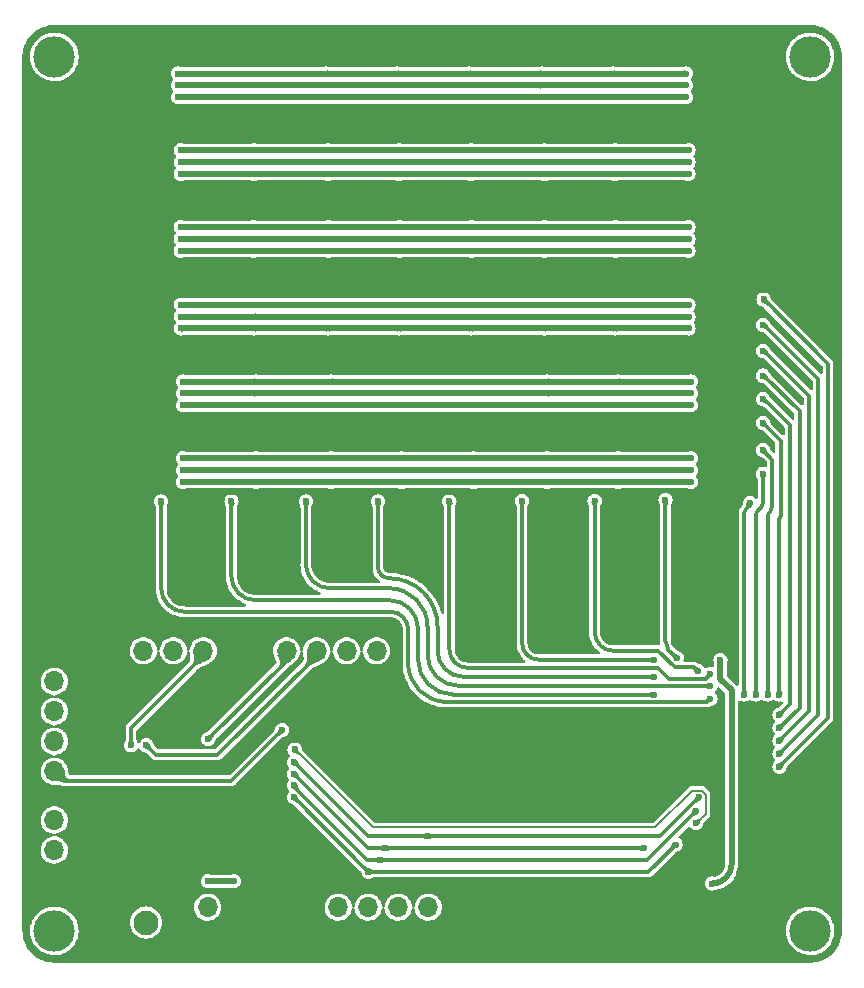
<source format=gbr>
%TF.GenerationSoftware,KiCad,Pcbnew,(6.0.2)*%
%TF.CreationDate,2022-03-05T19:05:12-05:00*%
%TF.ProjectId,LED Driver Prototype V2,4c454420-4472-4697-9665-722050726f74,rev?*%
%TF.SameCoordinates,PX66ff300PY81b3200*%
%TF.FileFunction,Copper,L2,Bot*%
%TF.FilePolarity,Positive*%
%FSLAX46Y46*%
G04 Gerber Fmt 4.6, Leading zero omitted, Abs format (unit mm)*
G04 Created by KiCad (PCBNEW (6.0.2)) date 2022-03-05 19:05:12*
%MOMM*%
%LPD*%
G01*
G04 APERTURE LIST*
%TA.AperFunction,ComponentPad*%
%ADD10O,1.700000X1.700000*%
%TD*%
%TA.AperFunction,ComponentPad*%
%ADD11R,1.700000X1.700000*%
%TD*%
%TA.AperFunction,ComponentPad*%
%ADD12C,3.500000*%
%TD*%
%TA.AperFunction,ComponentPad*%
%ADD13C,2.100000*%
%TD*%
%TA.AperFunction,ComponentPad*%
%ADD14R,2.100000X2.100000*%
%TD*%
%TA.AperFunction,ViaPad*%
%ADD15C,0.600000*%
%TD*%
%TA.AperFunction,ViaPad*%
%ADD16C,1.000000*%
%TD*%
%TA.AperFunction,Conductor*%
%ADD17C,0.304800*%
%TD*%
%TA.AperFunction,Conductor*%
%ADD18C,0.500000*%
%TD*%
%TA.AperFunction,Conductor*%
%ADD19C,0.177800*%
%TD*%
G04 APERTURE END LIST*
D10*
%TO.P,J6,5,Pin_5*%
%TO.N,SPI_MOSI*%
X34660000Y5000000D03*
%TO.P,J6,4,Pin_4*%
%TO.N,SPI_MISO*%
X32120000Y5000000D03*
%TO.P,J6,3,Pin_3*%
%TO.N,SPI_SCK*%
X29580000Y5000000D03*
%TO.P,J6,2,Pin_2*%
%TO.N,SPI_NSS*%
X27040000Y5000000D03*
D11*
%TO.P,J6,1,Pin_1*%
%TO.N,GND*%
X24500000Y5000000D03*
%TD*%
D10*
%TO.P,J7,3,Pin_3*%
%TO.N,/UART_TX*%
X3000000Y12380000D03*
%TO.P,J7,2,Pin_2*%
%TO.N,/UART_RX*%
X3000000Y9840000D03*
D11*
%TO.P,J7,1,Pin_1*%
%TO.N,GND*%
X3000000Y7300000D03*
%TD*%
D10*
%TO.P,J2,2,Pin_2*%
%TO.N,+5V*%
X15985000Y5000000D03*
D11*
%TO.P,J2,1,Pin_1*%
%TO.N,GND*%
X18525000Y5000000D03*
%TD*%
D12*
%TO.P,H2,1*%
%TO.N,N/C*%
X67000000Y77000000D03*
%TD*%
D13*
%TO.P,J1,2,Pin_2*%
%TO.N,+5V*%
X10770000Y3700000D03*
D14*
%TO.P,J1,1,Pin_1*%
%TO.N,GND*%
X8230000Y3700000D03*
%TD*%
D10*
%TO.P,J5,5,Pin_5*%
%TO.N,SWCLK*%
X30285000Y26700000D03*
%TO.P,J5,4,Pin_4*%
%TO.N,SWDIO*%
X27745000Y26700000D03*
%TO.P,J5,3,Pin_3*%
%TO.N,NRST*%
X25205000Y26700000D03*
%TO.P,J5,2,Pin_2*%
%TO.N,+3V3*%
X22665000Y26700000D03*
D11*
%TO.P,J5,1,Pin_1*%
%TO.N,GND*%
X20125000Y26700000D03*
%TD*%
D10*
%TO.P,J3,4,Pin_4*%
%TO.N,2SPI_SCK*%
X15620000Y26700000D03*
%TO.P,J3,3,Pin_3*%
%TO.N,2SPI_NSS*%
X13080000Y26700000D03*
%TO.P,J3,2,Pin_2*%
%TO.N,2SPI_MOSI*%
X10540000Y26700000D03*
D11*
%TO.P,J3,1,Pin_1*%
%TO.N,GND*%
X8000000Y26700000D03*
%TD*%
D12*
%TO.P,H3,1*%
%TO.N,N/C*%
X3000000Y3000000D03*
%TD*%
D10*
%TO.P,J4,5,Pin_5*%
%TO.N,/PA12*%
X3000000Y16515000D03*
%TO.P,J4,4,Pin_4*%
%TO.N,/PA1*%
X3000000Y19055000D03*
%TO.P,J4,3,Pin_3*%
%TO.N,/PC15*%
X3000000Y21595000D03*
%TO.P,J4,2,Pin_2*%
%TO.N,/PB9{slash}PC14*%
X3000000Y24135000D03*
D11*
%TO.P,J4,1,Pin_1*%
%TO.N,GND*%
X3000000Y26675000D03*
%TD*%
D12*
%TO.P,H4,1*%
%TO.N,N/C*%
X67000000Y3000000D03*
%TD*%
%TO.P,H1,1*%
%TO.N,N/C*%
X3000000Y77000000D03*
%TD*%
D15*
%TO.N,+3V3*%
X16024999Y19224999D03*
D16*
%TO.N,GND*%
X36800000Y21100000D03*
X38800000Y21100000D03*
D15*
X38000000Y5000000D03*
X56400000Y19950000D03*
X22000000Y78000000D03*
X12300000Y18900000D03*
X10200000Y23000000D03*
X38000000Y78000000D03*
D16*
X38800000Y18100000D03*
D15*
X29500000Y21700000D03*
X15000000Y34000000D03*
X57650000Y19950000D03*
X20400000Y7700000D03*
X7500000Y18200000D03*
D16*
X33800000Y19600000D03*
D15*
X68000000Y19000000D03*
X59400000Y27700000D03*
X57650000Y18725000D03*
X14300000Y12400000D03*
X7000000Y78000000D03*
D16*
X33800000Y16600000D03*
D15*
X13500000Y22700000D03*
D16*
X40800000Y21100000D03*
D15*
X52000000Y5000000D03*
X68000000Y9000000D03*
D16*
X41800000Y19600000D03*
X34800000Y21100000D03*
D15*
X59000000Y10950000D03*
D16*
X40800000Y18100000D03*
D15*
X46000000Y34000000D03*
X27000000Y78000000D03*
X40000000Y34000000D03*
X63000000Y78000000D03*
X11900000Y13500000D03*
D16*
X37800000Y16600000D03*
X35800000Y19600000D03*
X37800000Y19600000D03*
D15*
X2000000Y35000000D03*
X48000000Y78000000D03*
X48000000Y5000000D03*
X32000000Y78000000D03*
X2000000Y30000000D03*
X28000000Y34000000D03*
X34000000Y34000000D03*
D16*
X36800000Y18100000D03*
D15*
X43000000Y5000000D03*
D16*
X39800000Y19600000D03*
D15*
X56400000Y17500000D03*
X55150000Y18725000D03*
X2000000Y48000000D03*
X12000000Y78000000D03*
D16*
X39800000Y16600000D03*
D15*
X22300000Y7700000D03*
X21000000Y34000000D03*
D16*
X41800000Y16600000D03*
D15*
X56400000Y18725000D03*
X43000000Y78000000D03*
X68000000Y14000000D03*
X57650000Y17500000D03*
X58000000Y78000000D03*
X17000000Y78000000D03*
D16*
X34800000Y18100000D03*
D15*
X55150000Y19950000D03*
X57000000Y5000000D03*
X52650000Y12400000D03*
X53000000Y78000000D03*
D16*
X35800000Y16600000D03*
D15*
X62000000Y5000000D03*
X9800000Y8500000D03*
X55150000Y17500000D03*
X2000000Y43000000D03*
%TO.N,+5V*%
X58700000Y7000000D03*
X18200000Y7200000D03*
X16000000Y7200000D03*
X59400000Y25900000D03*
%TO.N,NRST*%
X10800000Y18700000D03*
%TO.N,G-_6*%
X26000000Y74580000D03*
X19700000Y74580000D03*
X56500000Y74580000D03*
X13500000Y74580000D03*
X50300000Y74580000D03*
X38100000Y74580000D03*
X44300000Y74580000D03*
X32000000Y74580000D03*
%TO.N,R-_6*%
X32000000Y75580000D03*
X50300000Y75580000D03*
X26000000Y75580000D03*
X19700000Y75580000D03*
X56500000Y75580000D03*
X13500000Y75580000D03*
X38100000Y75580000D03*
X44300000Y75580000D03*
%TO.N,/PA12*%
X22300000Y20000000D03*
%TO.N,B-_6*%
X50300000Y73580000D03*
X32000000Y73580000D03*
X19700000Y73580000D03*
X26000000Y73580000D03*
X44300000Y73580000D03*
X38100000Y73580000D03*
X13500000Y73580000D03*
X56500000Y73580000D03*
%TO.N,/CS8*%
X63000000Y54300000D03*
X64400000Y18000000D03*
%TO.N,G-_3*%
X19900000Y55000000D03*
X44500000Y55000000D03*
X32200000Y55000000D03*
X26200000Y55000000D03*
X56700000Y55000000D03*
X13700000Y55000000D03*
X50500000Y55000000D03*
X38300000Y55000000D03*
%TO.N,/CS9*%
X63050000Y56450000D03*
X64400000Y16900000D03*
%TO.N,R-_3*%
X50500000Y56000000D03*
X13700000Y56000000D03*
X32200000Y56000000D03*
X38300000Y56000000D03*
X44500000Y56000000D03*
X56700000Y56000000D03*
X26200000Y56000000D03*
X19900000Y56000000D03*
%TO.N,B-_4*%
X32200000Y60580000D03*
X56700000Y60580000D03*
X13700000Y60580000D03*
X38300000Y60580000D03*
X50500000Y60580000D03*
X26200000Y60580000D03*
X19900000Y60580000D03*
X44500000Y60580000D03*
%TO.N,G-_4*%
X38300000Y61580000D03*
X19900000Y61580000D03*
X44500000Y61580000D03*
X32200000Y61580000D03*
X26200000Y61580000D03*
X13700000Y61580000D03*
X56700000Y61580000D03*
X50500000Y61580000D03*
%TO.N,R-_4*%
X56700000Y62580000D03*
X38300000Y62580000D03*
X19900000Y62580000D03*
X44500000Y62580000D03*
X26200000Y62580000D03*
X32200000Y62580000D03*
X13700000Y62580000D03*
X50500000Y62580000D03*
%TO.N,R-_5*%
X13700000Y69080000D03*
X50500000Y69080000D03*
X32200000Y69080000D03*
X19900000Y69080000D03*
X44500000Y69080000D03*
X38300000Y69080000D03*
X26200000Y69080000D03*
X56700000Y69080000D03*
%TO.N,G-_5*%
X13700000Y68080000D03*
X19900000Y68080000D03*
X32200000Y68080000D03*
X26200000Y68080000D03*
X38300000Y68080000D03*
X56700000Y68080000D03*
X44500000Y68080000D03*
X50500000Y68080000D03*
%TO.N,B-_5*%
X38300000Y67080000D03*
X32200000Y67080000D03*
X44500000Y67080000D03*
X26200000Y67080000D03*
X13700000Y67080000D03*
X50500000Y67080000D03*
X19900000Y67080000D03*
X56700000Y67080000D03*
%TO.N,B-_1*%
X20100000Y41000000D03*
X38500000Y41000000D03*
X26400000Y41000000D03*
X44700000Y41000000D03*
X56900000Y41000000D03*
X13900000Y41000000D03*
X32400000Y41000000D03*
X50700000Y41000000D03*
%TO.N,/CS1*%
X61900000Y39200000D03*
X61400000Y23000000D03*
%TO.N,G-_1*%
X44700000Y42000000D03*
X56900000Y42000000D03*
X20100000Y42000000D03*
X50700000Y42000000D03*
X38500000Y42000000D03*
X32400000Y42000000D03*
X13900000Y42000000D03*
X26400000Y42000000D03*
%TO.N,/CS2*%
X63000000Y41700000D03*
X62400000Y23000000D03*
%TO.N,R-_1*%
X20100000Y43000000D03*
X13900000Y43000000D03*
X56900000Y43000000D03*
X26400000Y43000000D03*
X50700000Y43000000D03*
X32400000Y43000000D03*
X44700000Y43000000D03*
X38500000Y43000000D03*
%TO.N,/CS3*%
X63400000Y23000000D03*
X63000000Y43700000D03*
%TO.N,B-_2*%
X13900000Y47500000D03*
X26400000Y47500000D03*
X44700000Y47500000D03*
X38500000Y47500000D03*
X56900000Y47500000D03*
X20100000Y47500000D03*
X32400000Y47500000D03*
X50700000Y47500000D03*
%TO.N,/CS4*%
X64400000Y23000000D03*
X63000000Y46000000D03*
%TO.N,G-_2*%
X26400000Y48500000D03*
X50700000Y48500000D03*
X20100000Y48500000D03*
X56900000Y48500000D03*
X44700000Y48500000D03*
X13900000Y48500000D03*
X38500000Y48500000D03*
X32400000Y48500000D03*
%TO.N,/CS5*%
X63000000Y48000000D03*
X64400000Y21300000D03*
%TO.N,R-_2*%
X13900000Y49500000D03*
X32400000Y49500000D03*
X56900000Y49500000D03*
X20100000Y49500000D03*
X38500000Y49500000D03*
X50700000Y49500000D03*
X26400000Y49500000D03*
X44700000Y49500000D03*
%TO.N,/CS6*%
X63000000Y50000000D03*
X64400000Y20200000D03*
%TO.N,B-_3*%
X19900000Y54000000D03*
X56700000Y54000000D03*
X32200000Y54000000D03*
X50500000Y54000000D03*
X38300000Y54000000D03*
X13700000Y54000000D03*
X26200000Y54000000D03*
X44500000Y54000000D03*
%TO.N,/CS7*%
X63000000Y52100000D03*
X64400000Y19100000D03*
%TO.N,SPI_SCK*%
X30600000Y9000000D03*
X23300000Y15300000D03*
X57300000Y13100000D03*
%TO.N,SDB*%
X23350000Y18350000D03*
X57350000Y12100000D03*
%TO.N,SPI_NSS*%
X29600000Y8000000D03*
X55600000Y10300000D03*
X23300000Y14300000D03*
%TO.N,SPI_MOSI*%
X57600000Y14300000D03*
X23325002Y17274998D03*
X34600000Y11000000D03*
%TO.N,2SPI_SCK*%
X9500000Y18700000D03*
%TO.N,SPI_MISO*%
X31000000Y10000000D03*
X52900000Y10000000D03*
X23300000Y16300000D03*
%TO.N,SW1*%
X54750000Y39450000D03*
X55700000Y26100000D03*
%TO.N,SW2*%
X48750000Y39400000D03*
X57500000Y25000000D03*
%TO.N,SW3*%
X53800000Y25950000D03*
X42600000Y39400000D03*
%TO.N,SW4*%
X58550000Y24750000D03*
X36450000Y39350000D03*
%TO.N,SW5*%
X30400000Y39350000D03*
X53800000Y24500000D03*
%TO.N,SW6*%
X58550000Y23750000D03*
X24300000Y39350000D03*
%TO.N,SW7*%
X53800000Y23000000D03*
X18000000Y39350000D03*
%TO.N,SW8*%
X12050000Y39350000D03*
X58550000Y22650000D03*
%TD*%
D17*
%TO.N,/CS2*%
X62541421Y38541422D02*
X62858578Y38858578D01*
%TO.N,+3V3*%
X16024999Y19224999D02*
X22665000Y25865000D01*
X22665000Y25865000D02*
X22665000Y26300000D01*
%TO.N,GND*%
X12600000Y18600000D02*
X14200000Y18600000D01*
X20125000Y24525000D02*
X20125000Y26300000D01*
X14200000Y18600000D02*
X20125000Y24525000D01*
X12300000Y18900000D02*
X12600000Y18600000D01*
D18*
%TO.N,+5V*%
X60350000Y23350000D02*
X60350000Y8650000D01*
X16000000Y7200000D02*
X18200000Y7200000D01*
X59400000Y25900000D02*
X59400000Y24300000D01*
X59400000Y24300000D02*
X60350000Y23350000D01*
X58700000Y7000000D02*
G75*
G03*
X60350000Y8650000I-1J1650001D01*
G01*
D17*
%TO.N,NRST*%
X11595299Y17904701D02*
X16809701Y17904701D01*
X16809701Y17904701D02*
X25205000Y26300000D01*
X10800000Y18700000D02*
X11595299Y17904701D01*
D18*
%TO.N,G-_6*%
X50300000Y74580000D02*
X44300000Y74580000D01*
X44300000Y74580000D02*
X38100000Y74580000D01*
X38100000Y74580000D02*
X32000000Y74580000D01*
X19700000Y74580000D02*
X13500000Y74580000D01*
X26000000Y74580000D02*
X19700000Y74580000D01*
X32000000Y74580000D02*
X26000000Y74580000D01*
X56500000Y74580000D02*
X50300000Y74580000D01*
%TO.N,R-_6*%
X32000000Y75580000D02*
X26000000Y75580000D01*
X44300000Y75580000D02*
X38100000Y75580000D01*
X26000000Y75580000D02*
X19700000Y75580000D01*
X19700000Y75580000D02*
X13500000Y75580000D01*
X56500000Y75580000D02*
X50300000Y75580000D01*
X50300000Y75580000D02*
X44300000Y75580000D01*
X38100000Y75580000D02*
X32000000Y75580000D01*
D17*
%TO.N,/PA12*%
X18000000Y15700000D02*
X22300000Y20000000D01*
X3000000Y16515000D02*
X3815000Y15700000D01*
X3815000Y15700000D02*
X18000000Y15700000D01*
D18*
%TO.N,B-_6*%
X32000000Y73580000D02*
X26000000Y73580000D01*
X50300000Y73580000D02*
X44300000Y73580000D01*
X19700000Y73580000D02*
X13500000Y73580000D01*
X38100000Y73580000D02*
X32000000Y73580000D01*
X44300000Y73580000D02*
X38100000Y73580000D01*
X26000000Y73580000D02*
X19700000Y73580000D01*
X56500000Y73580000D02*
X50300000Y73580000D01*
D17*
%TO.N,/CS8*%
X67700000Y21300000D02*
X64400000Y18000000D01*
X63000000Y54300000D02*
X63100000Y54300000D01*
X67700000Y49700000D02*
X67700000Y21300000D01*
X63100000Y54300000D02*
X67700000Y49700000D01*
D18*
%TO.N,G-_3*%
X44500000Y55000000D02*
X38300000Y55000000D01*
X56700000Y55000000D02*
X50500000Y55000000D01*
X19900000Y55000000D02*
X13700000Y55000000D01*
X26200000Y55000000D02*
X19900000Y55000000D01*
X32200000Y55000000D02*
X26200000Y55000000D01*
X50500000Y55000000D02*
X44500000Y55000000D01*
X38300000Y55000000D02*
X32200000Y55000000D01*
D17*
%TO.N,/CS9*%
X68500000Y51000000D02*
X68500000Y21000000D01*
X68500000Y21000000D02*
X64400000Y16900000D01*
X63050000Y56450000D02*
X68500000Y51000000D01*
D18*
%TO.N,R-_3*%
X26200000Y56000000D02*
X19900000Y56000000D01*
X44500000Y56000000D02*
X38300000Y56000000D01*
X56700000Y56000000D02*
X50500000Y56000000D01*
X32200000Y56000000D02*
X26200000Y56000000D01*
X19900000Y56000000D02*
X13700000Y56000000D01*
X38300000Y56000000D02*
X32200000Y56000000D01*
X50500000Y56000000D02*
X44500000Y56000000D01*
%TO.N,B-_4*%
X44500000Y60580000D02*
X38300000Y60580000D01*
X26200000Y60580000D02*
X19900000Y60580000D01*
X56700000Y60580000D02*
X50500000Y60580000D01*
X32200000Y60580000D02*
X26200000Y60580000D01*
X19900000Y60580000D02*
X13700000Y60580000D01*
X38300000Y60580000D02*
X32200000Y60580000D01*
X50500000Y60580000D02*
X44500000Y60580000D01*
%TO.N,G-_4*%
X38300000Y61580000D02*
X32200000Y61580000D01*
X44500000Y61580000D02*
X38300000Y61580000D01*
X50500000Y61580000D02*
X44500000Y61580000D01*
X26200000Y61580000D02*
X19900000Y61580000D01*
X19900000Y61580000D02*
X13700000Y61580000D01*
X56700000Y61580000D02*
X50500000Y61580000D01*
X32200000Y61580000D02*
X26200000Y61580000D01*
%TO.N,R-_4*%
X19900000Y62580000D02*
X13700000Y62580000D01*
X50500000Y62580000D02*
X44500000Y62580000D01*
X32200000Y62580000D02*
X26200000Y62580000D01*
X26200000Y62580000D02*
X19900000Y62580000D01*
X56700000Y62580000D02*
X50500000Y62580000D01*
X44500000Y62580000D02*
X38300000Y62580000D01*
X38300000Y62580000D02*
X32200000Y62580000D01*
%TO.N,R-_5*%
X26200000Y69080000D02*
X19900000Y69080000D01*
X38300000Y69080000D02*
X32200000Y69080000D01*
X32200000Y69080000D02*
X26200000Y69080000D01*
X44500000Y69080000D02*
X38300000Y69080000D01*
X19900000Y69080000D02*
X13700000Y69080000D01*
X50500000Y69080000D02*
X44500000Y69080000D01*
X56700000Y69080000D02*
X50500000Y69080000D01*
%TO.N,G-_5*%
X19900000Y68080000D02*
X13700000Y68080000D01*
X32200000Y68080000D02*
X26200000Y68080000D01*
X56700000Y68080000D02*
X50500000Y68080000D01*
X38300000Y68080000D02*
X32200000Y68080000D01*
X26200000Y68080000D02*
X19900000Y68080000D01*
X50500000Y68080000D02*
X44500000Y68080000D01*
X44500000Y68080000D02*
X38300000Y68080000D01*
%TO.N,B-_5*%
X50500000Y67080000D02*
X44500000Y67080000D01*
X26200000Y67080000D02*
X19900000Y67080000D01*
X32200000Y67080000D02*
X26200000Y67080000D01*
X38300000Y67080000D02*
X32200000Y67080000D01*
X56700000Y67080000D02*
X50500000Y67080000D01*
X44500000Y67080000D02*
X38300000Y67080000D01*
X19900000Y67080000D02*
X13700000Y67080000D01*
%TO.N,B-_1*%
X32400000Y41000000D02*
X26400000Y41000000D01*
X38500000Y41000000D02*
X32400000Y41000000D01*
X44700000Y41000000D02*
X38500000Y41000000D01*
X50700000Y41000000D02*
X44700000Y41000000D01*
X56900000Y41000000D02*
X50700000Y41000000D01*
X26400000Y41000000D02*
X20100000Y41000000D01*
X20100000Y41000000D02*
X13900000Y41000000D01*
D17*
%TO.N,/CS1*%
X61550000Y38700000D02*
X61793933Y38943933D01*
X61400000Y23000000D02*
X61400000Y38337868D01*
X61899999Y39200000D02*
G75*
G02*
X61793933Y38943933I-362135J1D01*
G01*
X61550000Y38700000D02*
G75*
G03*
X61400000Y38337868I362137J-362134D01*
G01*
D18*
%TO.N,G-_1*%
X44700000Y42000000D02*
X38500000Y42000000D01*
X20100000Y42000000D02*
X13900000Y42000000D01*
X56900000Y42000000D02*
X50700000Y42000000D01*
X32400000Y42000000D02*
X26400000Y42000000D01*
X26400000Y42000000D02*
X20100000Y42000000D01*
X50700000Y42000000D02*
X44700000Y42000000D01*
X38500000Y42000000D02*
X32400000Y42000000D01*
D17*
%TO.N,/CS2*%
X63000000Y41700000D02*
X63000000Y39200000D01*
X62400000Y38200000D02*
X62400000Y23000000D01*
X63000000Y39200000D02*
G75*
G02*
X62858578Y38858578I-482840J-1D01*
G01*
X62541421Y38541422D02*
G75*
G03*
X62400000Y38200000I341424J-341422D01*
G01*
D18*
%TO.N,R-_1*%
X50700000Y43000000D02*
X44700000Y43000000D01*
X20100000Y43000000D02*
X13900000Y43000000D01*
X38500000Y43000000D02*
X32400000Y43000000D01*
X32400000Y43000000D02*
X26400000Y43000000D01*
X26400000Y43000000D02*
X20100000Y43000000D01*
X44700000Y43000000D02*
X38500000Y43000000D01*
X56900000Y43000000D02*
X50700000Y43000000D01*
D17*
%TO.N,/CS3*%
X63000000Y43700000D02*
X63800000Y42900000D01*
X63506066Y38356066D02*
X63587868Y38437868D01*
X63400000Y23000000D02*
X63400000Y38100000D01*
X63800000Y42900000D02*
X63800000Y38950000D01*
X63506066Y38356066D02*
G75*
G03*
X63400000Y38100000I256070J-256067D01*
G01*
X63800000Y38950000D02*
G75*
G02*
X63587868Y38437868I-724264J0D01*
G01*
D18*
%TO.N,B-_2*%
X26400000Y47500000D02*
X20100000Y47500000D01*
X50700000Y47500000D02*
X44700000Y47500000D01*
X32400000Y47500000D02*
X26400000Y47500000D01*
X56900000Y47500000D02*
X50700000Y47500000D01*
X20100000Y47500000D02*
X13900000Y47500000D01*
X38500000Y47500000D02*
X32400000Y47500000D01*
X44700000Y47500000D02*
X38500000Y47500000D01*
D17*
%TO.N,/CS4*%
X64400000Y23000000D02*
X64400000Y37879290D01*
X64500000Y38120710D02*
X64500000Y44500000D01*
X64500000Y44500000D02*
X63000000Y46000000D01*
X64499999Y38120710D02*
G75*
G02*
X64449999Y38000001I-170701J-3D01*
G01*
X64450000Y38000000D02*
G75*
G03*
X64400000Y37879290I120702J-120707D01*
G01*
D18*
%TO.N,G-_2*%
X20100000Y48500000D02*
X13900000Y48500000D01*
X26400000Y48500000D02*
X20100000Y48500000D01*
X50700000Y48500000D02*
X44700000Y48500000D01*
X44700000Y48500000D02*
X38500000Y48500000D01*
X38500000Y48500000D02*
X32400000Y48500000D01*
X56900000Y48500000D02*
X50700000Y48500000D01*
X32400000Y48500000D02*
X26400000Y48500000D01*
D17*
%TO.N,/CS5*%
X65300000Y22200000D02*
X64400000Y21300000D01*
X63100000Y48000000D02*
X65300000Y45800000D01*
X65300000Y45800000D02*
X65300000Y22200000D01*
X63000000Y48000000D02*
X63100000Y48000000D01*
D18*
%TO.N,R-_2*%
X26400000Y49500000D02*
X20100000Y49500000D01*
X44700000Y49500000D02*
X38500000Y49500000D01*
X38500000Y49500000D02*
X32400000Y49500000D01*
X56900000Y49500000D02*
X50700000Y49500000D01*
X32400000Y49500000D02*
X26400000Y49500000D01*
X20100000Y49500000D02*
X13900000Y49500000D01*
X50700000Y49500000D02*
X44700000Y49500000D01*
D17*
%TO.N,/CS6*%
X63100000Y50000000D02*
X66100000Y47000000D01*
X63000000Y50000000D02*
X63100000Y50000000D01*
X66100000Y47000000D02*
X66100000Y21900000D01*
X66100000Y21900000D02*
X64400000Y20200000D01*
D18*
%TO.N,B-_3*%
X26200000Y54000000D02*
X19900000Y54000000D01*
X50500000Y54000000D02*
X44500000Y54000000D01*
X38300000Y54000000D02*
X32200000Y54000000D01*
X19900000Y54000000D02*
X13700000Y54000000D01*
X56700000Y54000000D02*
X50500000Y54000000D01*
X44500000Y54000000D02*
X38300000Y54000000D01*
X32200000Y54000000D02*
X26200000Y54000000D01*
D17*
%TO.N,/CS7*%
X63100000Y52100000D02*
X66900000Y48300000D01*
X66900000Y21600000D02*
X64400000Y19100000D01*
X66900000Y48300000D02*
X66900000Y21600000D01*
X63000000Y52100000D02*
X63100000Y52100000D01*
%TO.N,SPI_SCK*%
X53200000Y9000000D02*
X30600000Y9000000D01*
X23300000Y15300000D02*
X23300000Y15200000D01*
X23300000Y15200000D02*
X29500000Y9000000D01*
X57300000Y13100000D02*
X53200000Y9000000D01*
X29500000Y9000000D02*
X30600000Y9000000D01*
D19*
%TO.N,SDB*%
X23350000Y18350000D02*
X29950000Y11750000D01*
X53900000Y11750000D02*
X57016211Y14866211D01*
X58166211Y12916211D02*
X57350000Y12100000D01*
X29950000Y11750000D02*
X53900000Y11750000D01*
X58166211Y14534533D02*
X58166211Y12916211D01*
X57834533Y14866211D02*
X58166211Y14534533D01*
X57016211Y14866211D02*
X57834533Y14866211D01*
D17*
%TO.N,SPI_NSS*%
X53300000Y8000000D02*
X55600000Y10300000D01*
X23300000Y14300000D02*
X29600000Y8000000D01*
X29600000Y8000000D02*
X53300000Y8000000D01*
%TO.N,SPI_MOSI*%
X23325002Y17274998D02*
X29600000Y11000000D01*
X57600000Y14300000D02*
X54300000Y11000000D01*
X54300000Y11000000D02*
X34600000Y11000000D01*
X29600000Y11000000D02*
X34600000Y11000000D01*
%TO.N,2SPI_SCK*%
X9500000Y20180000D02*
X15620000Y26300000D01*
X9500000Y18700000D02*
X9500000Y20180000D01*
%TO.N,SPI_MISO*%
X29600000Y10000000D02*
X23300000Y16300000D01*
X31000000Y10000000D02*
X52900000Y10000000D01*
X31000000Y10000000D02*
X29600000Y10000000D01*
%TO.N,SW1*%
X54750000Y27500000D02*
X54750000Y39450000D01*
X55700000Y26102902D02*
X54994131Y26808771D01*
X55700000Y26100000D02*
X55700000Y26102902D01*
X54750001Y27500000D02*
G75*
G03*
X54994131Y26808771I1114377J4854D01*
G01*
%TO.N,SW2*%
X55550000Y25300000D02*
X54150000Y26700000D01*
X48750000Y28300000D02*
X48750000Y39400000D01*
X54150000Y26700000D02*
X50350000Y26700000D01*
X57200000Y25300000D02*
X55550000Y25300000D01*
X57500000Y25000000D02*
X57200000Y25300000D01*
X48750000Y28300000D02*
G75*
G03*
X50350000Y26700000I1599999J-1D01*
G01*
%TO.N,SW3*%
X42600000Y27377957D02*
X42600000Y39400000D01*
X53800000Y25950000D02*
X44027957Y25950000D01*
X42600000Y27377957D02*
G75*
G03*
X44027957Y25950000I1427957J0D01*
G01*
%TO.N,SW4*%
X54150000Y25250000D02*
X55050000Y24350000D01*
X54150000Y25250000D02*
X38038580Y25250000D01*
X58150000Y24350000D02*
X55050000Y24350000D01*
X58550000Y24750000D02*
X58150000Y24350000D01*
X36450000Y26838580D02*
X36450000Y39350000D01*
X36450000Y26838580D02*
G75*
G03*
X38038580Y25250000I1588579J-1D01*
G01*
%TO.N,SW5*%
X30400000Y33800243D02*
X30400000Y39350000D01*
X53800000Y24500000D02*
X37651046Y24500000D01*
X35450000Y26701046D02*
X35450000Y28750000D01*
X31350000Y32850000D02*
G75*
G02*
X35450000Y28750000I1J-4099999D01*
G01*
X30400000Y33800243D02*
G75*
G03*
X31350000Y32850000I950241J-2D01*
G01*
X35450000Y26701046D02*
G75*
G03*
X37651046Y24500000I2201044J-2D01*
G01*
%TO.N,SW6*%
X24300000Y34028593D02*
X24300000Y39350000D01*
X31350000Y32000000D02*
X26328593Y32000000D01*
X58550000Y23750000D02*
X37210613Y23750000D01*
X34600000Y26360613D02*
X34600000Y28750000D01*
X31350000Y32000000D02*
G75*
G02*
X34600000Y28750000I0J-3250000D01*
G01*
X34600000Y26360613D02*
G75*
G03*
X37210613Y23750000I2610614J1D01*
G01*
X24300000Y34028593D02*
G75*
G03*
X26328593Y32000000I2028593J0D01*
G01*
%TO.N,SW7*%
X53800000Y23000000D02*
X36763204Y23000000D01*
X18000000Y33013404D02*
X18000000Y39350000D01*
X31350000Y31000000D02*
X20013404Y31000000D01*
X33800000Y25963204D02*
X33800000Y28550000D01*
X18000000Y33013404D02*
G75*
G03*
X20013404Y31000000I2013403J-1D01*
G01*
X31350000Y31000000D02*
G75*
G02*
X33800000Y28550000I1J-2449999D01*
G01*
X33800000Y25963204D02*
G75*
G03*
X36763204Y23000000I2963203J-1D01*
G01*
%TO.N,SW8*%
X31500000Y30000000D02*
X14065386Y30000000D01*
X58550000Y22650000D02*
X58270289Y22370289D01*
X12050000Y32015386D02*
X12050000Y39350000D01*
X58270289Y22370289D02*
X36263411Y22370289D01*
X32950000Y25683700D02*
X32950000Y28550000D01*
X31500000Y30000000D02*
G75*
G02*
X32950000Y28550000I1J-1449999D01*
G01*
X32950000Y25683700D02*
G75*
G03*
X36263411Y22370289I3313412J1D01*
G01*
X12050000Y32015386D02*
G75*
G03*
X14065386Y30000000I2015386J0D01*
G01*
%TD*%
%TA.AperFunction,Conductor*%
%TO.N,R-_6*%
G36*
X31871239Y75847100D02*
G01*
X31874598Y75844842D01*
X32150000Y75580000D01*
X32000000Y75435752D01*
X31880039Y75320390D01*
X31874599Y75315159D01*
X31866260Y75311894D01*
X31862290Y75312672D01*
X31842475Y75320298D01*
X31821373Y75325225D01*
X31812040Y75327404D01*
X31812036Y75327405D01*
X31811765Y75327468D01*
X31776989Y75331993D01*
X31776795Y75332005D01*
X31776782Y75332006D01*
X31757944Y75333146D01*
X31738032Y75334352D01*
X31694777Y75335028D01*
X31647109Y75334501D01*
X31594913Y75333254D01*
X31538143Y75331769D01*
X31538083Y75331767D01*
X31538073Y75331767D01*
X31476477Y75330522D01*
X31476471Y75330522D01*
X31448501Y75330302D01*
X31421792Y75330093D01*
X31413492Y75333455D01*
X31410000Y75341793D01*
X31410000Y75818208D01*
X31413427Y75826481D01*
X31421791Y75829908D01*
X31476471Y75829479D01*
X31476477Y75829479D01*
X31538073Y75828234D01*
X31538083Y75828234D01*
X31538143Y75828232D01*
X31594913Y75826747D01*
X31647109Y75825500D01*
X31694777Y75824973D01*
X31738032Y75825649D01*
X31757944Y75826855D01*
X31776782Y75827995D01*
X31776795Y75827996D01*
X31776989Y75828008D01*
X31811765Y75832533D01*
X31812036Y75832596D01*
X31812040Y75832597D01*
X31821373Y75834776D01*
X31842475Y75839703D01*
X31862288Y75847327D01*
X31871239Y75847100D01*
G37*
%TD.AperFunction*%
%TD*%
%TA.AperFunction,Conductor*%
%TO.N,SW4*%
G36*
X36458433Y39491231D02*
G01*
X36714334Y39225126D01*
X36717599Y39216787D01*
X36716418Y39211890D01*
X36696704Y39171474D01*
X36676159Y39128962D01*
X36658296Y39089883D01*
X36643043Y39052423D01*
X36630331Y39014765D01*
X36620087Y38975096D01*
X36612243Y38931600D01*
X36606727Y38882462D01*
X36603470Y38825867D01*
X36603468Y38825718D01*
X36602587Y38771510D01*
X36599027Y38763294D01*
X36590889Y38760000D01*
X36309111Y38760000D01*
X36300838Y38763427D01*
X36297413Y38771510D01*
X36296531Y38825718D01*
X36296529Y38825867D01*
X36293272Y38882462D01*
X36287756Y38931600D01*
X36279912Y38975096D01*
X36269668Y39014765D01*
X36256956Y39052423D01*
X36241703Y39089883D01*
X36223840Y39128962D01*
X36203295Y39171474D01*
X36183583Y39211888D01*
X36183036Y39220825D01*
X36185666Y39225126D01*
X36441567Y39491231D01*
X36449771Y39494819D01*
X36458433Y39491231D01*
G37*
%TD.AperFunction*%
%TD*%
%TA.AperFunction,Conductor*%
%TO.N,SW5*%
G36*
X30408433Y39491231D02*
G01*
X30664334Y39225126D01*
X30667599Y39216787D01*
X30666418Y39211890D01*
X30646704Y39171474D01*
X30626159Y39128962D01*
X30608296Y39089883D01*
X30593043Y39052423D01*
X30580331Y39014765D01*
X30570087Y38975096D01*
X30562243Y38931600D01*
X30556727Y38882462D01*
X30553470Y38825867D01*
X30553468Y38825718D01*
X30552587Y38771510D01*
X30549027Y38763294D01*
X30540889Y38760000D01*
X30259111Y38760000D01*
X30250838Y38763427D01*
X30247413Y38771510D01*
X30246531Y38825718D01*
X30246529Y38825867D01*
X30243272Y38882462D01*
X30237756Y38931600D01*
X30229912Y38975096D01*
X30219668Y39014765D01*
X30206956Y39052423D01*
X30191703Y39089883D01*
X30173840Y39128962D01*
X30153295Y39171474D01*
X30133583Y39211888D01*
X30133036Y39220825D01*
X30135666Y39225126D01*
X30391567Y39491231D01*
X30399771Y39494819D01*
X30408433Y39491231D01*
G37*
%TD.AperFunction*%
%TD*%
%TA.AperFunction,Conductor*%
%TO.N,SW5*%
G36*
X53675126Y24764334D02*
G01*
X53790410Y24653471D01*
X53941231Y24508433D01*
X53944819Y24500229D01*
X53941231Y24491567D01*
X53733339Y24291647D01*
X53675126Y24235666D01*
X53666787Y24232401D01*
X53661889Y24233582D01*
X53621473Y24253296D01*
X53578961Y24273841D01*
X53578916Y24273862D01*
X53578896Y24273871D01*
X53540007Y24291647D01*
X53540002Y24291649D01*
X53539882Y24291704D01*
X53539760Y24291754D01*
X53539750Y24291758D01*
X53502594Y24306887D01*
X53502593Y24306887D01*
X53502422Y24306957D01*
X53502249Y24307015D01*
X53502242Y24307018D01*
X53464969Y24319600D01*
X53464964Y24319601D01*
X53464764Y24319669D01*
X53425095Y24329913D01*
X53424875Y24329953D01*
X53424869Y24329954D01*
X53381790Y24337723D01*
X53381777Y24337725D01*
X53381599Y24337757D01*
X53332461Y24343273D01*
X53306271Y24344780D01*
X53275993Y24346523D01*
X53275981Y24346523D01*
X53275866Y24346530D01*
X53221510Y24347413D01*
X53213294Y24350973D01*
X53210000Y24359111D01*
X53210000Y24640889D01*
X53213427Y24649162D01*
X53221510Y24652587D01*
X53236113Y24652825D01*
X53275866Y24653471D01*
X53275981Y24653478D01*
X53275993Y24653478D01*
X53306271Y24655221D01*
X53332461Y24656728D01*
X53381599Y24662244D01*
X53381777Y24662276D01*
X53381790Y24662278D01*
X53424869Y24670047D01*
X53424875Y24670048D01*
X53425095Y24670088D01*
X53464764Y24680332D01*
X53464964Y24680400D01*
X53464969Y24680401D01*
X53502242Y24692983D01*
X53502249Y24692986D01*
X53502422Y24693044D01*
X53502594Y24693114D01*
X53539750Y24708243D01*
X53539760Y24708247D01*
X53539882Y24708297D01*
X53540007Y24708354D01*
X53578896Y24726130D01*
X53578916Y24726139D01*
X53578961Y24726160D01*
X53621473Y24746705D01*
X53661888Y24766417D01*
X53670825Y24766964D01*
X53675126Y24764334D01*
G37*
%TD.AperFunction*%
%TD*%
%TA.AperFunction,Conductor*%
%TO.N,SW6*%
G36*
X24308433Y39491231D02*
G01*
X24564334Y39225126D01*
X24567599Y39216787D01*
X24566418Y39211890D01*
X24546704Y39171474D01*
X24526159Y39128962D01*
X24508296Y39089883D01*
X24493043Y39052423D01*
X24480331Y39014765D01*
X24470087Y38975096D01*
X24462243Y38931600D01*
X24456727Y38882462D01*
X24453470Y38825867D01*
X24453468Y38825718D01*
X24452587Y38771510D01*
X24449027Y38763294D01*
X24440889Y38760000D01*
X24159111Y38760000D01*
X24150838Y38763427D01*
X24147413Y38771510D01*
X24146531Y38825718D01*
X24146529Y38825867D01*
X24143272Y38882462D01*
X24137756Y38931600D01*
X24129912Y38975096D01*
X24119668Y39014765D01*
X24106956Y39052423D01*
X24091703Y39089883D01*
X24073840Y39128962D01*
X24053295Y39171474D01*
X24033583Y39211888D01*
X24033036Y39220825D01*
X24035666Y39225126D01*
X24291567Y39491231D01*
X24299771Y39494819D01*
X24308433Y39491231D01*
G37*
%TD.AperFunction*%
%TD*%
%TA.AperFunction,Conductor*%
%TO.N,SW6*%
G36*
X58425126Y24014334D02*
G01*
X58540410Y23903471D01*
X58691231Y23758433D01*
X58694819Y23750229D01*
X58691231Y23741567D01*
X58483339Y23541647D01*
X58425126Y23485666D01*
X58416787Y23482401D01*
X58411889Y23483582D01*
X58371473Y23503296D01*
X58328961Y23523841D01*
X58328916Y23523862D01*
X58328896Y23523871D01*
X58290007Y23541647D01*
X58290002Y23541649D01*
X58289882Y23541704D01*
X58289760Y23541754D01*
X58289750Y23541758D01*
X58252594Y23556887D01*
X58252593Y23556887D01*
X58252422Y23556957D01*
X58252249Y23557015D01*
X58252242Y23557018D01*
X58214969Y23569600D01*
X58214964Y23569601D01*
X58214764Y23569669D01*
X58175095Y23579913D01*
X58174875Y23579953D01*
X58174869Y23579954D01*
X58131790Y23587723D01*
X58131777Y23587725D01*
X58131599Y23587757D01*
X58082461Y23593273D01*
X58056271Y23594780D01*
X58025993Y23596523D01*
X58025981Y23596523D01*
X58025866Y23596530D01*
X57971510Y23597413D01*
X57963294Y23600973D01*
X57960000Y23609111D01*
X57960000Y23890889D01*
X57963427Y23899162D01*
X57971510Y23902587D01*
X57986113Y23902825D01*
X58025866Y23903471D01*
X58025981Y23903478D01*
X58025993Y23903478D01*
X58056271Y23905221D01*
X58082461Y23906728D01*
X58131599Y23912244D01*
X58131777Y23912276D01*
X58131790Y23912278D01*
X58174869Y23920047D01*
X58174875Y23920048D01*
X58175095Y23920088D01*
X58214764Y23930332D01*
X58214964Y23930400D01*
X58214969Y23930401D01*
X58252242Y23942983D01*
X58252249Y23942986D01*
X58252422Y23943044D01*
X58252594Y23943114D01*
X58289750Y23958243D01*
X58289760Y23958247D01*
X58289882Y23958297D01*
X58290007Y23958354D01*
X58328896Y23976130D01*
X58328916Y23976139D01*
X58328961Y23976160D01*
X58371473Y23996705D01*
X58411888Y24016417D01*
X58420825Y24016964D01*
X58425126Y24014334D01*
G37*
%TD.AperFunction*%
%TD*%
%TA.AperFunction,Conductor*%
%TO.N,SW7*%
G36*
X53675126Y23264334D02*
G01*
X53790410Y23153471D01*
X53941231Y23008433D01*
X53944819Y23000229D01*
X53941231Y22991567D01*
X53733339Y22791647D01*
X53675126Y22735666D01*
X53666787Y22732401D01*
X53661889Y22733582D01*
X53621473Y22753296D01*
X53578961Y22773841D01*
X53578916Y22773862D01*
X53578896Y22773871D01*
X53540007Y22791647D01*
X53540002Y22791649D01*
X53539882Y22791704D01*
X53539760Y22791754D01*
X53539750Y22791758D01*
X53502594Y22806887D01*
X53502593Y22806887D01*
X53502422Y22806957D01*
X53502249Y22807015D01*
X53502242Y22807018D01*
X53464969Y22819600D01*
X53464964Y22819601D01*
X53464764Y22819669D01*
X53425095Y22829913D01*
X53424875Y22829953D01*
X53424869Y22829954D01*
X53381790Y22837723D01*
X53381777Y22837725D01*
X53381599Y22837757D01*
X53332461Y22843273D01*
X53306271Y22844780D01*
X53275993Y22846523D01*
X53275981Y22846523D01*
X53275866Y22846530D01*
X53221510Y22847413D01*
X53213294Y22850973D01*
X53210000Y22859111D01*
X53210000Y23140889D01*
X53213427Y23149162D01*
X53221510Y23152587D01*
X53236113Y23152825D01*
X53275866Y23153471D01*
X53275981Y23153478D01*
X53275993Y23153478D01*
X53306271Y23155221D01*
X53332461Y23156728D01*
X53381599Y23162244D01*
X53381777Y23162276D01*
X53381790Y23162278D01*
X53424869Y23170047D01*
X53424875Y23170048D01*
X53425095Y23170088D01*
X53464764Y23180332D01*
X53464964Y23180400D01*
X53464969Y23180401D01*
X53502242Y23192983D01*
X53502249Y23192986D01*
X53502422Y23193044D01*
X53502594Y23193114D01*
X53539750Y23208243D01*
X53539760Y23208247D01*
X53539882Y23208297D01*
X53540007Y23208354D01*
X53578896Y23226130D01*
X53578916Y23226139D01*
X53578961Y23226160D01*
X53621473Y23246705D01*
X53661888Y23266417D01*
X53670825Y23266964D01*
X53675126Y23264334D01*
G37*
%TD.AperFunction*%
%TD*%
%TA.AperFunction,Conductor*%
%TO.N,SW7*%
G36*
X18008433Y39491231D02*
G01*
X18264334Y39225126D01*
X18267599Y39216787D01*
X18266418Y39211890D01*
X18246704Y39171474D01*
X18226159Y39128962D01*
X18208296Y39089883D01*
X18193043Y39052423D01*
X18180331Y39014765D01*
X18170087Y38975096D01*
X18162243Y38931600D01*
X18156727Y38882462D01*
X18153470Y38825867D01*
X18153468Y38825718D01*
X18152587Y38771510D01*
X18149027Y38763294D01*
X18140889Y38760000D01*
X17859111Y38760000D01*
X17850838Y38763427D01*
X17847413Y38771510D01*
X17846531Y38825718D01*
X17846529Y38825867D01*
X17843272Y38882462D01*
X17837756Y38931600D01*
X17829912Y38975096D01*
X17819668Y39014765D01*
X17806956Y39052423D01*
X17791703Y39089883D01*
X17773840Y39128962D01*
X17753295Y39171474D01*
X17733583Y39211888D01*
X17733036Y39220825D01*
X17735666Y39225126D01*
X17991567Y39491231D01*
X17999771Y39494819D01*
X18008433Y39491231D01*
G37*
%TD.AperFunction*%
%TD*%
%TA.AperFunction,Conductor*%
%TO.N,SW8*%
G36*
X58648949Y22752499D02*
G01*
X58652537Y22744295D01*
X58652159Y22741109D01*
X58552130Y22358155D01*
X58546724Y22351017D01*
X58541590Y22349438D01*
X58494638Y22346301D01*
X58446968Y22336261D01*
X58446614Y22336137D01*
X58446610Y22336136D01*
X58421486Y22327344D01*
X58404685Y22321465D01*
X58365482Y22303497D01*
X58365392Y22303451D01*
X58327094Y22283965D01*
X58326930Y22283884D01*
X58287444Y22264563D01*
X58286743Y22264248D01*
X58243858Y22246652D01*
X58242741Y22246258D01*
X58194028Y22231823D01*
X58192701Y22231514D01*
X58135658Y22221704D01*
X58134307Y22221552D01*
X58115322Y22220536D01*
X58078186Y22218549D01*
X58069742Y22221529D01*
X58065861Y22230232D01*
X58065861Y22511875D01*
X58069288Y22520148D01*
X58076641Y22523539D01*
X58095201Y22525001D01*
X58106566Y22525897D01*
X58106568Y22525897D01*
X58107122Y22525941D01*
X58119906Y22529461D01*
X58140323Y22535081D01*
X58140327Y22535083D01*
X58140953Y22535255D01*
X58168374Y22549967D01*
X58177555Y22558071D01*
X58189958Y22569019D01*
X58189961Y22569023D01*
X58190407Y22569416D01*
X58208072Y22592938D01*
X58222391Y22619871D01*
X58234383Y22649551D01*
X58245071Y22681317D01*
X58246983Y22687418D01*
X58255441Y22714398D01*
X58255488Y22714546D01*
X58264026Y22740564D01*
X58269862Y22747356D01*
X58274914Y22748614D01*
X58490660Y22752832D01*
X58640610Y22755764D01*
X58648949Y22752499D01*
G37*
%TD.AperFunction*%
%TD*%
%TA.AperFunction,Conductor*%
%TO.N,SW8*%
G36*
X12058433Y39491231D02*
G01*
X12314334Y39225126D01*
X12317599Y39216787D01*
X12316418Y39211890D01*
X12296704Y39171474D01*
X12276159Y39128962D01*
X12258296Y39089883D01*
X12243043Y39052423D01*
X12230331Y39014765D01*
X12220087Y38975096D01*
X12212243Y38931600D01*
X12206727Y38882462D01*
X12203470Y38825867D01*
X12203468Y38825718D01*
X12202587Y38771510D01*
X12199027Y38763294D01*
X12190889Y38760000D01*
X11909111Y38760000D01*
X11900838Y38763427D01*
X11897413Y38771510D01*
X11896531Y38825718D01*
X11896529Y38825867D01*
X11893272Y38882462D01*
X11887756Y38931600D01*
X11879912Y38975096D01*
X11869668Y39014765D01*
X11856956Y39052423D01*
X11841703Y39089883D01*
X11823840Y39128962D01*
X11803295Y39171474D01*
X11783583Y39211888D01*
X11783036Y39220825D01*
X11785666Y39225126D01*
X12041567Y39491231D01*
X12049771Y39494819D01*
X12058433Y39491231D01*
G37*
%TD.AperFunction*%
%TD*%
%TA.AperFunction,Conductor*%
%TO.N,+3V3*%
G36*
X16342567Y19741814D02*
G01*
X16541814Y19542567D01*
X16545241Y19534294D01*
X16541947Y19526156D01*
X16527756Y19511496D01*
X16504136Y19487096D01*
X16466421Y19444774D01*
X16435575Y19406129D01*
X16435464Y19405969D01*
X16410487Y19370001D01*
X16410481Y19369991D01*
X16410366Y19369826D01*
X16410262Y19369649D01*
X16410261Y19369648D01*
X16389664Y19334712D01*
X16389658Y19334701D01*
X16389559Y19334533D01*
X16371920Y19298916D01*
X16356217Y19261643D01*
X16341215Y19221379D01*
X16341192Y19221314D01*
X16341192Y19221313D01*
X16325682Y19176792D01*
X16311045Y19134276D01*
X16305111Y19127569D01*
X16300212Y19126387D01*
X16098109Y19122436D01*
X15931098Y19119171D01*
X15922759Y19122436D01*
X15919171Y19131098D01*
X15923838Y19369826D01*
X15926387Y19500212D01*
X15929975Y19508415D01*
X15934276Y19511045D01*
X15976791Y19525683D01*
X16021312Y19541193D01*
X16021313Y19541193D01*
X16021378Y19541216D01*
X16021411Y19541228D01*
X16021441Y19541239D01*
X16061530Y19556176D01*
X16061540Y19556180D01*
X16061642Y19556218D01*
X16071171Y19560233D01*
X16098745Y19571849D01*
X16098755Y19571854D01*
X16098915Y19571921D01*
X16099079Y19572002D01*
X16134345Y19589467D01*
X16134354Y19589472D01*
X16134532Y19589560D01*
X16134700Y19589659D01*
X16134711Y19589665D01*
X16169647Y19610262D01*
X16169648Y19610263D01*
X16169825Y19610367D01*
X16169990Y19610482D01*
X16170000Y19610488D01*
X16205968Y19635465D01*
X16206128Y19635576D01*
X16244773Y19666422D01*
X16287095Y19704137D01*
X16326156Y19741948D01*
X16334484Y19745239D01*
X16342567Y19741814D01*
G37*
%TD.AperFunction*%
%TD*%
%TA.AperFunction,Conductor*%
%TO.N,+3V3*%
G36*
X22681278Y27114101D02*
G01*
X22683100Y27111711D01*
X23188881Y26233010D01*
X23261489Y26106867D01*
X23262646Y26097987D01*
X23259482Y26092619D01*
X23137806Y25974966D01*
X23137492Y25974674D01*
X23024440Y25873109D01*
X23024117Y25872829D01*
X22921859Y25787496D01*
X22921629Y25787309D01*
X22861371Y25739990D01*
X22825810Y25712065D01*
X22825677Y25711963D01*
X22732092Y25640790D01*
X22636529Y25567657D01*
X22534824Y25486564D01*
X22422743Y25391457D01*
X22296050Y25276282D01*
X22296000Y25276234D01*
X22295992Y25276226D01*
X22158781Y25143014D01*
X22150458Y25139710D01*
X22142358Y25143136D01*
X21942698Y25342796D01*
X21939271Y25351069D01*
X21942139Y25358743D01*
X22024148Y25453120D01*
X22024148Y25453121D01*
X22024479Y25453501D01*
X22083456Y25551596D01*
X22115536Y25646366D01*
X22124339Y25739381D01*
X22113484Y25832212D01*
X22086592Y25926429D01*
X22067076Y25974674D01*
X22047345Y26023448D01*
X22047344Y26023451D01*
X22047283Y26023601D01*
X21999178Y26125300D01*
X21945938Y26233010D01*
X21945858Y26233175D01*
X21894620Y26341058D01*
X21894167Y26350001D01*
X21896959Y26354393D01*
X22664732Y27114187D01*
X22673023Y27117571D01*
X22681278Y27114101D01*
G37*
%TD.AperFunction*%
%TD*%
%TA.AperFunction,Conductor*%
%TO.N,+5V*%
G36*
X18071239Y7467100D02*
G01*
X18074598Y7464842D01*
X18093414Y7446747D01*
X18341231Y7208433D01*
X18344819Y7200229D01*
X18341231Y7191567D01*
X18080039Y6940390D01*
X18074599Y6935159D01*
X18066260Y6931894D01*
X18062290Y6932672D01*
X18042475Y6940298D01*
X18021373Y6945225D01*
X18012040Y6947404D01*
X18012036Y6947405D01*
X18011765Y6947468D01*
X17976989Y6951993D01*
X17976795Y6952005D01*
X17976782Y6952006D01*
X17957944Y6953146D01*
X17938032Y6954352D01*
X17894777Y6955028D01*
X17847109Y6954501D01*
X17794913Y6953254D01*
X17738143Y6951769D01*
X17738083Y6951767D01*
X17738073Y6951767D01*
X17676477Y6950522D01*
X17676471Y6950522D01*
X17648501Y6950302D01*
X17621792Y6950093D01*
X17613492Y6953455D01*
X17610000Y6961793D01*
X17610000Y7438208D01*
X17613427Y7446481D01*
X17621791Y7449908D01*
X17676471Y7449479D01*
X17676477Y7449479D01*
X17738073Y7448234D01*
X17738083Y7448234D01*
X17738143Y7448232D01*
X17794913Y7446747D01*
X17847109Y7445500D01*
X17894777Y7444973D01*
X17938032Y7445649D01*
X17957944Y7446855D01*
X17976782Y7447995D01*
X17976795Y7447996D01*
X17976989Y7448008D01*
X18011765Y7452533D01*
X18012036Y7452596D01*
X18012040Y7452597D01*
X18021373Y7454776D01*
X18042475Y7459703D01*
X18062288Y7467327D01*
X18071239Y7467100D01*
G37*
%TD.AperFunction*%
%TD*%
%TA.AperFunction,Conductor*%
%TO.N,+5V*%
G36*
X16137711Y7467327D02*
G01*
X16157524Y7459703D01*
X16178626Y7454776D01*
X16187959Y7452597D01*
X16187963Y7452596D01*
X16188234Y7452533D01*
X16223010Y7448008D01*
X16223204Y7447996D01*
X16223217Y7447995D01*
X16242055Y7446855D01*
X16261967Y7445649D01*
X16305222Y7444973D01*
X16352890Y7445500D01*
X16405086Y7446747D01*
X16461856Y7448232D01*
X16461916Y7448234D01*
X16461926Y7448234D01*
X16523522Y7449479D01*
X16523528Y7449479D01*
X16578209Y7449908D01*
X16586508Y7446546D01*
X16590000Y7438208D01*
X16590000Y6961793D01*
X16586573Y6953520D01*
X16578208Y6950093D01*
X16551452Y6950303D01*
X16523528Y6950522D01*
X16523522Y6950522D01*
X16461926Y6951767D01*
X16461916Y6951767D01*
X16461856Y6951769D01*
X16405086Y6953254D01*
X16352890Y6954501D01*
X16305222Y6955028D01*
X16261967Y6954352D01*
X16242055Y6953146D01*
X16223217Y6952006D01*
X16223204Y6952005D01*
X16223010Y6951993D01*
X16188234Y6947468D01*
X16187963Y6947405D01*
X16187959Y6947404D01*
X16178626Y6945225D01*
X16157524Y6940298D01*
X16150342Y6937534D01*
X16137713Y6932674D01*
X16128761Y6932900D01*
X16125401Y6935160D01*
X15858769Y7191567D01*
X15855181Y7199771D01*
X15858769Y7208433D01*
X16106586Y7446747D01*
X16125401Y7464841D01*
X16133740Y7468106D01*
X16137711Y7467327D01*
G37*
%TD.AperFunction*%
%TD*%
%TA.AperFunction,Conductor*%
%TO.N,+5V*%
G36*
X59408433Y26041231D02*
G01*
X59664840Y25774599D01*
X59668105Y25766260D01*
X59667326Y25762287D01*
X59659702Y25742476D01*
X59652532Y25711766D01*
X59648007Y25676990D01*
X59645648Y25638033D01*
X59644972Y25594778D01*
X59644973Y25594688D01*
X59644973Y25594649D01*
X59645499Y25547137D01*
X59645499Y25547110D01*
X59646746Y25494914D01*
X59648231Y25438144D01*
X59648233Y25438075D01*
X59649477Y25376546D01*
X59649479Y25376401D01*
X59649907Y25321792D01*
X59646545Y25313492D01*
X59638207Y25310000D01*
X59161792Y25310000D01*
X59153519Y25313427D01*
X59150092Y25321792D01*
X59150520Y25376401D01*
X59150522Y25376546D01*
X59151766Y25438075D01*
X59151768Y25438144D01*
X59153253Y25494914D01*
X59154500Y25547110D01*
X59154500Y25547137D01*
X59155026Y25594649D01*
X59155026Y25594688D01*
X59155027Y25594778D01*
X59154351Y25638033D01*
X59151992Y25676990D01*
X59147467Y25711766D01*
X59140297Y25742476D01*
X59132673Y25762288D01*
X59132899Y25771239D01*
X59135159Y25774599D01*
X59391567Y26041231D01*
X59399771Y26044819D01*
X59408433Y26041231D01*
G37*
%TD.AperFunction*%
%TD*%
%TA.AperFunction,Conductor*%
%TO.N,+5V*%
G36*
X59196063Y7337219D02*
G01*
X59202042Y7330781D01*
X59371496Y6885503D01*
X59371236Y6876552D01*
X59364400Y6870290D01*
X59302970Y6848952D01*
X59302347Y6848755D01*
X59234298Y6829303D01*
X59233747Y6829159D01*
X59170102Y6814274D01*
X59169676Y6814184D01*
X59126101Y6805758D01*
X59110576Y6802756D01*
X59110284Y6802703D01*
X59055670Y6793576D01*
X59055578Y6793561D01*
X59005688Y6785629D01*
X59005665Y6785625D01*
X59005602Y6785615D01*
X59005555Y6785607D01*
X58988976Y6782710D01*
X58960427Y6777723D01*
X58920174Y6768750D01*
X58919939Y6768675D01*
X58919934Y6768674D01*
X58907583Y6764751D01*
X58884919Y6757552D01*
X58884546Y6757372D01*
X58884541Y6757370D01*
X58861378Y6746192D01*
X58852438Y6745682D01*
X58848982Y6747594D01*
X58560119Y6978781D01*
X58555801Y6986626D01*
X58558588Y6995578D01*
X58800802Y7275086D01*
X58808810Y7279094D01*
X58812917Y7278657D01*
X58825174Y7275086D01*
X58829742Y7273755D01*
X58830130Y7273696D01*
X58830129Y7273696D01*
X58856918Y7269608D01*
X58856924Y7269607D01*
X58857228Y7269561D01*
X58857531Y7269548D01*
X58857539Y7269547D01*
X58887885Y7268221D01*
X58887891Y7268221D01*
X58888143Y7268210D01*
X58922455Y7269742D01*
X58922681Y7269769D01*
X58922685Y7269769D01*
X58959968Y7274172D01*
X58959981Y7274174D01*
X58960134Y7274192D01*
X58987274Y7279094D01*
X59001021Y7281577D01*
X59001023Y7281577D01*
X59001148Y7281600D01*
X59001261Y7281627D01*
X59001273Y7281629D01*
X59045356Y7291975D01*
X59045467Y7292001D01*
X59061320Y7296476D01*
X59092944Y7305402D01*
X59092955Y7305405D01*
X59093060Y7305435D01*
X59121747Y7314748D01*
X59143789Y7321903D01*
X59143803Y7321908D01*
X59143896Y7321938D01*
X59187118Y7337619D01*
X59196063Y7337219D01*
G37*
%TD.AperFunction*%
%TD*%
%TA.AperFunction,Conductor*%
%TO.N,NRST*%
G36*
X25386142Y27078728D02*
G01*
X25392403Y27071751D01*
X25699829Y26141504D01*
X25732213Y26043512D01*
X25731555Y26034582D01*
X25727972Y26030369D01*
X25577429Y25921241D01*
X25576477Y25920619D01*
X25433052Y25836605D01*
X25432119Y25836113D01*
X25298600Y25773394D01*
X25297894Y25773090D01*
X25170548Y25723193D01*
X25170299Y25723099D01*
X25045647Y25677658D01*
X24920356Y25628306D01*
X24920188Y25628226D01*
X24920179Y25628222D01*
X24795005Y25568537D01*
X24791060Y25566656D01*
X24790838Y25566522D01*
X24790830Y25566518D01*
X24713883Y25520179D01*
X24654247Y25484266D01*
X24654001Y25484081D01*
X24653996Y25484077D01*
X24520688Y25383474D01*
X24506406Y25372696D01*
X24506207Y25372513D01*
X24506202Y25372509D01*
X24352286Y25231090D01*
X24343875Y25228016D01*
X24336097Y25231433D01*
X24136329Y25431201D01*
X24132902Y25439474D01*
X24135883Y25447276D01*
X24210725Y25530914D01*
X24244665Y25568843D01*
X24325734Y25689377D01*
X24325940Y25689836D01*
X24376852Y25803277D01*
X24376852Y25803278D01*
X24377074Y25803772D01*
X24404056Y25915165D01*
X24404468Y25920909D01*
X24412021Y26026347D01*
X24412046Y26026696D01*
X24411620Y26035389D01*
X24406422Y26141319D01*
X24406413Y26141504D01*
X24392525Y26262730D01*
X24375768Y26393365D01*
X24375731Y26393694D01*
X24361489Y26536648D01*
X24361441Y26537335D01*
X24355351Y26687840D01*
X24358440Y26696245D01*
X24362938Y26699270D01*
X25377193Y27079036D01*
X25386142Y27078728D01*
G37*
%TD.AperFunction*%
%TD*%
%TA.AperFunction,Conductor*%
%TO.N,NRST*%
G36*
X10868317Y18802657D02*
G01*
X11075213Y18798612D01*
X11083416Y18795024D01*
X11086046Y18790723D01*
X11100683Y18748208D01*
X11116216Y18703621D01*
X11131218Y18663357D01*
X11146921Y18626084D01*
X11164560Y18590467D01*
X11164659Y18590299D01*
X11164665Y18590288D01*
X11185262Y18555352D01*
X11185367Y18555174D01*
X11185482Y18555009D01*
X11185488Y18554999D01*
X11206280Y18525058D01*
X11210576Y18518871D01*
X11241422Y18480226D01*
X11279137Y18437904D01*
X11279195Y18437844D01*
X11279221Y18437816D01*
X11316948Y18398843D01*
X11320240Y18390515D01*
X11316815Y18382432D01*
X11117568Y18183185D01*
X11109295Y18179758D01*
X11101157Y18183052D01*
X11062184Y18220779D01*
X11062156Y18220805D01*
X11062096Y18220863D01*
X11019774Y18258578D01*
X10981129Y18289424D01*
X10974942Y18293720D01*
X10945001Y18314512D01*
X10944991Y18314518D01*
X10944826Y18314633D01*
X10944648Y18314738D01*
X10909712Y18335335D01*
X10909701Y18335341D01*
X10909533Y18335440D01*
X10909355Y18335528D01*
X10909346Y18335533D01*
X10874080Y18352998D01*
X10874074Y18353001D01*
X10873916Y18353079D01*
X10873756Y18353146D01*
X10873746Y18353151D01*
X10836759Y18368733D01*
X10836643Y18368782D01*
X10836541Y18368820D01*
X10836531Y18368824D01*
X10796442Y18383761D01*
X10796412Y18383772D01*
X10796379Y18383784D01*
X10751792Y18399317D01*
X10709277Y18413954D01*
X10702570Y18419888D01*
X10701388Y18424788D01*
X10701134Y18437816D01*
X10694172Y18793901D01*
X10697437Y18802240D01*
X10706099Y18805828D01*
X10868317Y18802657D01*
G37*
%TD.AperFunction*%
%TD*%
%TA.AperFunction,Conductor*%
%TO.N,G-_6*%
G36*
X50171239Y74847100D02*
G01*
X50174598Y74844842D01*
X50450000Y74580000D01*
X50300000Y74435752D01*
X50180039Y74320390D01*
X50174599Y74315159D01*
X50166260Y74311894D01*
X50162290Y74312672D01*
X50142475Y74320298D01*
X50121373Y74325225D01*
X50112040Y74327404D01*
X50112036Y74327405D01*
X50111765Y74327468D01*
X50076989Y74331993D01*
X50076795Y74332005D01*
X50076782Y74332006D01*
X50057944Y74333146D01*
X50038032Y74334352D01*
X49994777Y74335028D01*
X49947109Y74334501D01*
X49894913Y74333254D01*
X49838143Y74331769D01*
X49838083Y74331767D01*
X49838073Y74331767D01*
X49776477Y74330522D01*
X49776471Y74330522D01*
X49748501Y74330302D01*
X49721792Y74330093D01*
X49713492Y74333455D01*
X49710000Y74341793D01*
X49710000Y74818208D01*
X49713427Y74826481D01*
X49721791Y74829908D01*
X49776471Y74829479D01*
X49776477Y74829479D01*
X49838073Y74828234D01*
X49838083Y74828234D01*
X49838143Y74828232D01*
X49894913Y74826747D01*
X49947109Y74825500D01*
X49994777Y74824973D01*
X50038032Y74825649D01*
X50057944Y74826855D01*
X50076782Y74827995D01*
X50076795Y74827996D01*
X50076989Y74828008D01*
X50111765Y74832533D01*
X50112036Y74832596D01*
X50112040Y74832597D01*
X50121373Y74834776D01*
X50142475Y74839703D01*
X50162288Y74847327D01*
X50171239Y74847100D01*
G37*
%TD.AperFunction*%
%TD*%
%TA.AperFunction,Conductor*%
%TO.N,G-_6*%
G36*
X44437711Y74847327D02*
G01*
X44457524Y74839703D01*
X44478626Y74834776D01*
X44487959Y74832597D01*
X44487963Y74832596D01*
X44488234Y74832533D01*
X44523010Y74828008D01*
X44523204Y74827996D01*
X44523217Y74827995D01*
X44542055Y74826855D01*
X44561967Y74825649D01*
X44605222Y74824973D01*
X44652890Y74825500D01*
X44705086Y74826747D01*
X44761856Y74828232D01*
X44761916Y74828234D01*
X44761926Y74828234D01*
X44823522Y74829479D01*
X44823528Y74829479D01*
X44878209Y74829908D01*
X44886508Y74826546D01*
X44890000Y74818208D01*
X44890000Y74341793D01*
X44886573Y74333520D01*
X44878208Y74330093D01*
X44851452Y74330303D01*
X44823528Y74330522D01*
X44823522Y74330522D01*
X44761926Y74331767D01*
X44761916Y74331767D01*
X44761856Y74331769D01*
X44705086Y74333254D01*
X44652890Y74334501D01*
X44605222Y74335028D01*
X44561967Y74334352D01*
X44542055Y74333146D01*
X44523217Y74332006D01*
X44523204Y74332005D01*
X44523010Y74331993D01*
X44488234Y74327468D01*
X44487963Y74327405D01*
X44487959Y74327404D01*
X44478626Y74325225D01*
X44457524Y74320298D01*
X44450342Y74317534D01*
X44437713Y74312674D01*
X44428761Y74312900D01*
X44425401Y74315160D01*
X44301679Y74434138D01*
X44301678Y74434138D01*
X44300000Y74435752D01*
X44150000Y74580000D01*
X44300000Y74724248D01*
X44425402Y74844841D01*
X44433740Y74848106D01*
X44437711Y74847327D01*
G37*
%TD.AperFunction*%
%TD*%
%TA.AperFunction,Conductor*%
%TO.N,G-_6*%
G36*
X38237711Y74847327D02*
G01*
X38257524Y74839703D01*
X38278626Y74834776D01*
X38287959Y74832597D01*
X38287963Y74832596D01*
X38288234Y74832533D01*
X38323010Y74828008D01*
X38323204Y74827996D01*
X38323217Y74827995D01*
X38342055Y74826855D01*
X38361967Y74825649D01*
X38405222Y74824973D01*
X38452890Y74825500D01*
X38505086Y74826747D01*
X38561856Y74828232D01*
X38561916Y74828234D01*
X38561926Y74828234D01*
X38623522Y74829479D01*
X38623528Y74829479D01*
X38678209Y74829908D01*
X38686508Y74826546D01*
X38690000Y74818208D01*
X38690000Y74341793D01*
X38686573Y74333520D01*
X38678208Y74330093D01*
X38651452Y74330303D01*
X38623528Y74330522D01*
X38623522Y74330522D01*
X38561926Y74331767D01*
X38561916Y74331767D01*
X38561856Y74331769D01*
X38505086Y74333254D01*
X38452890Y74334501D01*
X38405222Y74335028D01*
X38361967Y74334352D01*
X38342055Y74333146D01*
X38323217Y74332006D01*
X38323204Y74332005D01*
X38323010Y74331993D01*
X38288234Y74327468D01*
X38287963Y74327405D01*
X38287959Y74327404D01*
X38278626Y74325225D01*
X38257524Y74320298D01*
X38250342Y74317534D01*
X38237713Y74312674D01*
X38228761Y74312900D01*
X38225401Y74315160D01*
X38101679Y74434138D01*
X38101678Y74434138D01*
X38100000Y74435752D01*
X37950000Y74580000D01*
X38100000Y74724248D01*
X38225402Y74844841D01*
X38233740Y74848106D01*
X38237711Y74847327D01*
G37*
%TD.AperFunction*%
%TD*%
%TA.AperFunction,Conductor*%
%TO.N,G-_6*%
G36*
X44171239Y74847100D02*
G01*
X44174598Y74844842D01*
X44450000Y74580000D01*
X44300000Y74435752D01*
X44180039Y74320390D01*
X44174599Y74315159D01*
X44166260Y74311894D01*
X44162290Y74312672D01*
X44142475Y74320298D01*
X44121373Y74325225D01*
X44112040Y74327404D01*
X44112036Y74327405D01*
X44111765Y74327468D01*
X44076989Y74331993D01*
X44076795Y74332005D01*
X44076782Y74332006D01*
X44057944Y74333146D01*
X44038032Y74334352D01*
X43994777Y74335028D01*
X43947109Y74334501D01*
X43894913Y74333254D01*
X43838143Y74331769D01*
X43838083Y74331767D01*
X43838073Y74331767D01*
X43776477Y74330522D01*
X43776471Y74330522D01*
X43748501Y74330302D01*
X43721792Y74330093D01*
X43713492Y74333455D01*
X43710000Y74341793D01*
X43710000Y74818208D01*
X43713427Y74826481D01*
X43721791Y74829908D01*
X43776471Y74829479D01*
X43776477Y74829479D01*
X43838073Y74828234D01*
X43838083Y74828234D01*
X43838143Y74828232D01*
X43894913Y74826747D01*
X43947109Y74825500D01*
X43994777Y74824973D01*
X44038032Y74825649D01*
X44057944Y74826855D01*
X44076782Y74827995D01*
X44076795Y74827996D01*
X44076989Y74828008D01*
X44111765Y74832533D01*
X44112036Y74832596D01*
X44112040Y74832597D01*
X44121373Y74834776D01*
X44142475Y74839703D01*
X44162288Y74847327D01*
X44171239Y74847100D01*
G37*
%TD.AperFunction*%
%TD*%
%TA.AperFunction,Conductor*%
%TO.N,G-_6*%
G36*
X37971239Y74847100D02*
G01*
X37974598Y74844842D01*
X38250000Y74580000D01*
X38100000Y74435752D01*
X37980039Y74320390D01*
X37974599Y74315159D01*
X37966260Y74311894D01*
X37962290Y74312672D01*
X37942475Y74320298D01*
X37921373Y74325225D01*
X37912040Y74327404D01*
X37912036Y74327405D01*
X37911765Y74327468D01*
X37876989Y74331993D01*
X37876795Y74332005D01*
X37876782Y74332006D01*
X37857944Y74333146D01*
X37838032Y74334352D01*
X37794777Y74335028D01*
X37747109Y74334501D01*
X37694913Y74333254D01*
X37638143Y74331769D01*
X37638083Y74331767D01*
X37638073Y74331767D01*
X37576477Y74330522D01*
X37576471Y74330522D01*
X37548501Y74330302D01*
X37521792Y74330093D01*
X37513492Y74333455D01*
X37510000Y74341793D01*
X37510000Y74818208D01*
X37513427Y74826481D01*
X37521791Y74829908D01*
X37576471Y74829479D01*
X37576477Y74829479D01*
X37638073Y74828234D01*
X37638083Y74828234D01*
X37638143Y74828232D01*
X37694913Y74826747D01*
X37747109Y74825500D01*
X37794777Y74824973D01*
X37838032Y74825649D01*
X37857944Y74826855D01*
X37876782Y74827995D01*
X37876795Y74827996D01*
X37876989Y74828008D01*
X37911765Y74832533D01*
X37912036Y74832596D01*
X37912040Y74832597D01*
X37921373Y74834776D01*
X37942475Y74839703D01*
X37962288Y74847327D01*
X37971239Y74847100D01*
G37*
%TD.AperFunction*%
%TD*%
%TA.AperFunction,Conductor*%
%TO.N,G-_6*%
G36*
X32137711Y74847327D02*
G01*
X32157524Y74839703D01*
X32178626Y74834776D01*
X32187959Y74832597D01*
X32187963Y74832596D01*
X32188234Y74832533D01*
X32223010Y74828008D01*
X32223204Y74827996D01*
X32223217Y74827995D01*
X32242055Y74826855D01*
X32261967Y74825649D01*
X32305222Y74824973D01*
X32352890Y74825500D01*
X32405086Y74826747D01*
X32461856Y74828232D01*
X32461916Y74828234D01*
X32461926Y74828234D01*
X32523522Y74829479D01*
X32523528Y74829479D01*
X32578209Y74829908D01*
X32586508Y74826546D01*
X32590000Y74818208D01*
X32590000Y74341793D01*
X32586573Y74333520D01*
X32578208Y74330093D01*
X32551452Y74330303D01*
X32523528Y74330522D01*
X32523522Y74330522D01*
X32461926Y74331767D01*
X32461916Y74331767D01*
X32461856Y74331769D01*
X32405086Y74333254D01*
X32352890Y74334501D01*
X32305222Y74335028D01*
X32261967Y74334352D01*
X32242055Y74333146D01*
X32223217Y74332006D01*
X32223204Y74332005D01*
X32223010Y74331993D01*
X32188234Y74327468D01*
X32187963Y74327405D01*
X32187959Y74327404D01*
X32178626Y74325225D01*
X32157524Y74320298D01*
X32150342Y74317534D01*
X32137713Y74312674D01*
X32128761Y74312900D01*
X32125401Y74315160D01*
X32001679Y74434138D01*
X32001678Y74434138D01*
X32000000Y74435752D01*
X31850000Y74580000D01*
X32000000Y74724248D01*
X32125402Y74844841D01*
X32133740Y74848106D01*
X32137711Y74847327D01*
G37*
%TD.AperFunction*%
%TD*%
%TA.AperFunction,Conductor*%
%TO.N,G-_6*%
G36*
X19571239Y74847100D02*
G01*
X19574598Y74844842D01*
X19850000Y74580000D01*
X19700000Y74435752D01*
X19580039Y74320390D01*
X19574599Y74315159D01*
X19566260Y74311894D01*
X19562290Y74312672D01*
X19542475Y74320298D01*
X19521373Y74325225D01*
X19512040Y74327404D01*
X19512036Y74327405D01*
X19511765Y74327468D01*
X19476989Y74331993D01*
X19476795Y74332005D01*
X19476782Y74332006D01*
X19457944Y74333146D01*
X19438032Y74334352D01*
X19394777Y74335028D01*
X19347109Y74334501D01*
X19294913Y74333254D01*
X19238143Y74331769D01*
X19238083Y74331767D01*
X19238073Y74331767D01*
X19176477Y74330522D01*
X19176471Y74330522D01*
X19148501Y74330302D01*
X19121792Y74330093D01*
X19113492Y74333455D01*
X19110000Y74341793D01*
X19110000Y74818208D01*
X19113427Y74826481D01*
X19121791Y74829908D01*
X19176471Y74829479D01*
X19176477Y74829479D01*
X19238073Y74828234D01*
X19238083Y74828234D01*
X19238143Y74828232D01*
X19294913Y74826747D01*
X19347109Y74825500D01*
X19394777Y74824973D01*
X19438032Y74825649D01*
X19457944Y74826855D01*
X19476782Y74827995D01*
X19476795Y74827996D01*
X19476989Y74828008D01*
X19511765Y74832533D01*
X19512036Y74832596D01*
X19512040Y74832597D01*
X19521373Y74834776D01*
X19542475Y74839703D01*
X19562288Y74847327D01*
X19571239Y74847100D01*
G37*
%TD.AperFunction*%
%TD*%
%TA.AperFunction,Conductor*%
%TO.N,G-_6*%
G36*
X13637711Y74847327D02*
G01*
X13657524Y74839703D01*
X13678626Y74834776D01*
X13687959Y74832597D01*
X13687963Y74832596D01*
X13688234Y74832533D01*
X13723010Y74828008D01*
X13723204Y74827996D01*
X13723217Y74827995D01*
X13742055Y74826855D01*
X13761967Y74825649D01*
X13805222Y74824973D01*
X13852890Y74825500D01*
X13905086Y74826747D01*
X13961856Y74828232D01*
X13961916Y74828234D01*
X13961926Y74828234D01*
X14023522Y74829479D01*
X14023528Y74829479D01*
X14078209Y74829908D01*
X14086508Y74826546D01*
X14090000Y74818208D01*
X14090000Y74341793D01*
X14086573Y74333520D01*
X14078208Y74330093D01*
X14051452Y74330303D01*
X14023528Y74330522D01*
X14023522Y74330522D01*
X13961926Y74331767D01*
X13961916Y74331767D01*
X13961856Y74331769D01*
X13905086Y74333254D01*
X13852890Y74334501D01*
X13805222Y74335028D01*
X13761967Y74334352D01*
X13742055Y74333146D01*
X13723217Y74332006D01*
X13723204Y74332005D01*
X13723010Y74331993D01*
X13688234Y74327468D01*
X13687963Y74327405D01*
X13687959Y74327404D01*
X13678626Y74325225D01*
X13657524Y74320298D01*
X13650342Y74317534D01*
X13637713Y74312674D01*
X13628761Y74312900D01*
X13625401Y74315160D01*
X13358769Y74571567D01*
X13355181Y74579771D01*
X13358769Y74588433D01*
X13606586Y74826747D01*
X13625401Y74844841D01*
X13633740Y74848106D01*
X13637711Y74847327D01*
G37*
%TD.AperFunction*%
%TD*%
%TA.AperFunction,Conductor*%
%TO.N,G-_6*%
G36*
X25871239Y74847100D02*
G01*
X25874598Y74844842D01*
X26150000Y74580000D01*
X26000000Y74435752D01*
X25880039Y74320390D01*
X25874599Y74315159D01*
X25866260Y74311894D01*
X25862290Y74312672D01*
X25842475Y74320298D01*
X25821373Y74325225D01*
X25812040Y74327404D01*
X25812036Y74327405D01*
X25811765Y74327468D01*
X25776989Y74331993D01*
X25776795Y74332005D01*
X25776782Y74332006D01*
X25757944Y74333146D01*
X25738032Y74334352D01*
X25694777Y74335028D01*
X25647109Y74334501D01*
X25594913Y74333254D01*
X25538143Y74331769D01*
X25538083Y74331767D01*
X25538073Y74331767D01*
X25476477Y74330522D01*
X25476471Y74330522D01*
X25448501Y74330302D01*
X25421792Y74330093D01*
X25413492Y74333455D01*
X25410000Y74341793D01*
X25410000Y74818208D01*
X25413427Y74826481D01*
X25421791Y74829908D01*
X25476471Y74829479D01*
X25476477Y74829479D01*
X25538073Y74828234D01*
X25538083Y74828234D01*
X25538143Y74828232D01*
X25594913Y74826747D01*
X25647109Y74825500D01*
X25694777Y74824973D01*
X25738032Y74825649D01*
X25757944Y74826855D01*
X25776782Y74827995D01*
X25776795Y74827996D01*
X25776989Y74828008D01*
X25811765Y74832533D01*
X25812036Y74832596D01*
X25812040Y74832597D01*
X25821373Y74834776D01*
X25842475Y74839703D01*
X25862288Y74847327D01*
X25871239Y74847100D01*
G37*
%TD.AperFunction*%
%TD*%
%TA.AperFunction,Conductor*%
%TO.N,G-_6*%
G36*
X19837711Y74847327D02*
G01*
X19857524Y74839703D01*
X19878626Y74834776D01*
X19887959Y74832597D01*
X19887963Y74832596D01*
X19888234Y74832533D01*
X19923010Y74828008D01*
X19923204Y74827996D01*
X19923217Y74827995D01*
X19942055Y74826855D01*
X19961967Y74825649D01*
X20005222Y74824973D01*
X20052890Y74825500D01*
X20105086Y74826747D01*
X20161856Y74828232D01*
X20161916Y74828234D01*
X20161926Y74828234D01*
X20223522Y74829479D01*
X20223528Y74829479D01*
X20278209Y74829908D01*
X20286508Y74826546D01*
X20290000Y74818208D01*
X20290000Y74341793D01*
X20286573Y74333520D01*
X20278208Y74330093D01*
X20251452Y74330303D01*
X20223528Y74330522D01*
X20223522Y74330522D01*
X20161926Y74331767D01*
X20161916Y74331767D01*
X20161856Y74331769D01*
X20105086Y74333254D01*
X20052890Y74334501D01*
X20005222Y74335028D01*
X19961967Y74334352D01*
X19942055Y74333146D01*
X19923217Y74332006D01*
X19923204Y74332005D01*
X19923010Y74331993D01*
X19888234Y74327468D01*
X19887963Y74327405D01*
X19887959Y74327404D01*
X19878626Y74325225D01*
X19857524Y74320298D01*
X19850342Y74317534D01*
X19837713Y74312674D01*
X19828761Y74312900D01*
X19825401Y74315160D01*
X19701679Y74434138D01*
X19701678Y74434138D01*
X19700000Y74435752D01*
X19550000Y74580000D01*
X19700000Y74724248D01*
X19825402Y74844841D01*
X19833740Y74848106D01*
X19837711Y74847327D01*
G37*
%TD.AperFunction*%
%TD*%
%TA.AperFunction,Conductor*%
%TO.N,G-_6*%
G36*
X26137711Y74847327D02*
G01*
X26157524Y74839703D01*
X26178626Y74834776D01*
X26187959Y74832597D01*
X26187963Y74832596D01*
X26188234Y74832533D01*
X26223010Y74828008D01*
X26223204Y74827996D01*
X26223217Y74827995D01*
X26242055Y74826855D01*
X26261967Y74825649D01*
X26305222Y74824973D01*
X26352890Y74825500D01*
X26405086Y74826747D01*
X26461856Y74828232D01*
X26461916Y74828234D01*
X26461926Y74828234D01*
X26523522Y74829479D01*
X26523528Y74829479D01*
X26578209Y74829908D01*
X26586508Y74826546D01*
X26590000Y74818208D01*
X26590000Y74341793D01*
X26586573Y74333520D01*
X26578208Y74330093D01*
X26551452Y74330303D01*
X26523528Y74330522D01*
X26523522Y74330522D01*
X26461926Y74331767D01*
X26461916Y74331767D01*
X26461856Y74331769D01*
X26405086Y74333254D01*
X26352890Y74334501D01*
X26305222Y74335028D01*
X26261967Y74334352D01*
X26242055Y74333146D01*
X26223217Y74332006D01*
X26223204Y74332005D01*
X26223010Y74331993D01*
X26188234Y74327468D01*
X26187963Y74327405D01*
X26187959Y74327404D01*
X26178626Y74325225D01*
X26157524Y74320298D01*
X26150342Y74317534D01*
X26137713Y74312674D01*
X26128761Y74312900D01*
X26125401Y74315160D01*
X26001679Y74434138D01*
X26001678Y74434138D01*
X26000000Y74435752D01*
X25850000Y74580000D01*
X26000000Y74724248D01*
X26125402Y74844841D01*
X26133740Y74848106D01*
X26137711Y74847327D01*
G37*
%TD.AperFunction*%
%TD*%
%TA.AperFunction,Conductor*%
%TO.N,G-_6*%
G36*
X31871239Y74847100D02*
G01*
X31874598Y74844842D01*
X32150000Y74580000D01*
X32000000Y74435752D01*
X31880039Y74320390D01*
X31874599Y74315159D01*
X31866260Y74311894D01*
X31862290Y74312672D01*
X31842475Y74320298D01*
X31821373Y74325225D01*
X31812040Y74327404D01*
X31812036Y74327405D01*
X31811765Y74327468D01*
X31776989Y74331993D01*
X31776795Y74332005D01*
X31776782Y74332006D01*
X31757944Y74333146D01*
X31738032Y74334352D01*
X31694777Y74335028D01*
X31647109Y74334501D01*
X31594913Y74333254D01*
X31538143Y74331769D01*
X31538083Y74331767D01*
X31538073Y74331767D01*
X31476477Y74330522D01*
X31476471Y74330522D01*
X31448501Y74330302D01*
X31421792Y74330093D01*
X31413492Y74333455D01*
X31410000Y74341793D01*
X31410000Y74818208D01*
X31413427Y74826481D01*
X31421791Y74829908D01*
X31476471Y74829479D01*
X31476477Y74829479D01*
X31538073Y74828234D01*
X31538083Y74828234D01*
X31538143Y74828232D01*
X31594913Y74826747D01*
X31647109Y74825500D01*
X31694777Y74824973D01*
X31738032Y74825649D01*
X31757944Y74826855D01*
X31776782Y74827995D01*
X31776795Y74827996D01*
X31776989Y74828008D01*
X31811765Y74832533D01*
X31812036Y74832596D01*
X31812040Y74832597D01*
X31821373Y74834776D01*
X31842475Y74839703D01*
X31862288Y74847327D01*
X31871239Y74847100D01*
G37*
%TD.AperFunction*%
%TD*%
%TA.AperFunction,Conductor*%
%TO.N,G-_6*%
G36*
X56371239Y74847100D02*
G01*
X56374598Y74844842D01*
X56393414Y74826747D01*
X56641231Y74588433D01*
X56644819Y74580229D01*
X56641231Y74571567D01*
X56380039Y74320390D01*
X56374599Y74315159D01*
X56366260Y74311894D01*
X56362290Y74312672D01*
X56342475Y74320298D01*
X56321373Y74325225D01*
X56312040Y74327404D01*
X56312036Y74327405D01*
X56311765Y74327468D01*
X56276989Y74331993D01*
X56276795Y74332005D01*
X56276782Y74332006D01*
X56257944Y74333146D01*
X56238032Y74334352D01*
X56194777Y74335028D01*
X56147109Y74334501D01*
X56094913Y74333254D01*
X56038143Y74331769D01*
X56038083Y74331767D01*
X56038073Y74331767D01*
X55976477Y74330522D01*
X55976471Y74330522D01*
X55948501Y74330302D01*
X55921792Y74330093D01*
X55913492Y74333455D01*
X55910000Y74341793D01*
X55910000Y74818208D01*
X55913427Y74826481D01*
X55921791Y74829908D01*
X55976471Y74829479D01*
X55976477Y74829479D01*
X56038073Y74828234D01*
X56038083Y74828234D01*
X56038143Y74828232D01*
X56094913Y74826747D01*
X56147109Y74825500D01*
X56194777Y74824973D01*
X56238032Y74825649D01*
X56257944Y74826855D01*
X56276782Y74827995D01*
X56276795Y74827996D01*
X56276989Y74828008D01*
X56311765Y74832533D01*
X56312036Y74832596D01*
X56312040Y74832597D01*
X56321373Y74834776D01*
X56342475Y74839703D01*
X56362288Y74847327D01*
X56371239Y74847100D01*
G37*
%TD.AperFunction*%
%TD*%
%TA.AperFunction,Conductor*%
%TO.N,G-_6*%
G36*
X50437711Y74847327D02*
G01*
X50457524Y74839703D01*
X50478626Y74834776D01*
X50487959Y74832597D01*
X50487963Y74832596D01*
X50488234Y74832533D01*
X50523010Y74828008D01*
X50523204Y74827996D01*
X50523217Y74827995D01*
X50542055Y74826855D01*
X50561967Y74825649D01*
X50605222Y74824973D01*
X50652890Y74825500D01*
X50705086Y74826747D01*
X50761856Y74828232D01*
X50761916Y74828234D01*
X50761926Y74828234D01*
X50823522Y74829479D01*
X50823528Y74829479D01*
X50878209Y74829908D01*
X50886508Y74826546D01*
X50890000Y74818208D01*
X50890000Y74341793D01*
X50886573Y74333520D01*
X50878208Y74330093D01*
X50851452Y74330303D01*
X50823528Y74330522D01*
X50823522Y74330522D01*
X50761926Y74331767D01*
X50761916Y74331767D01*
X50761856Y74331769D01*
X50705086Y74333254D01*
X50652890Y74334501D01*
X50605222Y74335028D01*
X50561967Y74334352D01*
X50542055Y74333146D01*
X50523217Y74332006D01*
X50523204Y74332005D01*
X50523010Y74331993D01*
X50488234Y74327468D01*
X50487963Y74327405D01*
X50487959Y74327404D01*
X50478626Y74325225D01*
X50457524Y74320298D01*
X50450342Y74317534D01*
X50437713Y74312674D01*
X50428761Y74312900D01*
X50425401Y74315160D01*
X50301679Y74434138D01*
X50301678Y74434138D01*
X50300000Y74435752D01*
X50150000Y74580000D01*
X50300000Y74724248D01*
X50425402Y74844841D01*
X50433740Y74848106D01*
X50437711Y74847327D01*
G37*
%TD.AperFunction*%
%TD*%
%TA.AperFunction,Conductor*%
%TO.N,R-_6*%
G36*
X26137711Y75847327D02*
G01*
X26157524Y75839703D01*
X26178626Y75834776D01*
X26187959Y75832597D01*
X26187963Y75832596D01*
X26188234Y75832533D01*
X26223010Y75828008D01*
X26223204Y75827996D01*
X26223217Y75827995D01*
X26242055Y75826855D01*
X26261967Y75825649D01*
X26305222Y75824973D01*
X26352890Y75825500D01*
X26405086Y75826747D01*
X26461856Y75828232D01*
X26461916Y75828234D01*
X26461926Y75828234D01*
X26523522Y75829479D01*
X26523528Y75829479D01*
X26578209Y75829908D01*
X26586508Y75826546D01*
X26590000Y75818208D01*
X26590000Y75341793D01*
X26586573Y75333520D01*
X26578208Y75330093D01*
X26551452Y75330303D01*
X26523528Y75330522D01*
X26523522Y75330522D01*
X26461926Y75331767D01*
X26461916Y75331767D01*
X26461856Y75331769D01*
X26405086Y75333254D01*
X26352890Y75334501D01*
X26305222Y75335028D01*
X26261967Y75334352D01*
X26242055Y75333146D01*
X26223217Y75332006D01*
X26223204Y75332005D01*
X26223010Y75331993D01*
X26188234Y75327468D01*
X26187963Y75327405D01*
X26187959Y75327404D01*
X26178626Y75325225D01*
X26157524Y75320298D01*
X26150342Y75317534D01*
X26137713Y75312674D01*
X26128761Y75312900D01*
X26125401Y75315160D01*
X26001679Y75434138D01*
X26001678Y75434138D01*
X26000000Y75435752D01*
X25850000Y75580000D01*
X26000000Y75724248D01*
X26125402Y75844841D01*
X26133740Y75848106D01*
X26137711Y75847327D01*
G37*
%TD.AperFunction*%
%TD*%
%TA.AperFunction,Conductor*%
%TO.N,R-_6*%
G36*
X38237711Y75847327D02*
G01*
X38257524Y75839703D01*
X38278626Y75834776D01*
X38287959Y75832597D01*
X38287963Y75832596D01*
X38288234Y75832533D01*
X38323010Y75828008D01*
X38323204Y75827996D01*
X38323217Y75827995D01*
X38342055Y75826855D01*
X38361967Y75825649D01*
X38405222Y75824973D01*
X38452890Y75825500D01*
X38505086Y75826747D01*
X38561856Y75828232D01*
X38561916Y75828234D01*
X38561926Y75828234D01*
X38623522Y75829479D01*
X38623528Y75829479D01*
X38678209Y75829908D01*
X38686508Y75826546D01*
X38690000Y75818208D01*
X38690000Y75341793D01*
X38686573Y75333520D01*
X38678208Y75330093D01*
X38651452Y75330303D01*
X38623528Y75330522D01*
X38623522Y75330522D01*
X38561926Y75331767D01*
X38561916Y75331767D01*
X38561856Y75331769D01*
X38505086Y75333254D01*
X38452890Y75334501D01*
X38405222Y75335028D01*
X38361967Y75334352D01*
X38342055Y75333146D01*
X38323217Y75332006D01*
X38323204Y75332005D01*
X38323010Y75331993D01*
X38288234Y75327468D01*
X38287963Y75327405D01*
X38287959Y75327404D01*
X38278626Y75325225D01*
X38257524Y75320298D01*
X38250342Y75317534D01*
X38237713Y75312674D01*
X38228761Y75312900D01*
X38225401Y75315160D01*
X38101679Y75434138D01*
X38101678Y75434138D01*
X38100000Y75435752D01*
X37950000Y75580000D01*
X38100000Y75724248D01*
X38225402Y75844841D01*
X38233740Y75848106D01*
X38237711Y75847327D01*
G37*
%TD.AperFunction*%
%TD*%
%TA.AperFunction,Conductor*%
%TO.N,R-_6*%
G36*
X44171239Y75847100D02*
G01*
X44174598Y75844842D01*
X44450000Y75580000D01*
X44300000Y75435752D01*
X44180039Y75320390D01*
X44174599Y75315159D01*
X44166260Y75311894D01*
X44162290Y75312672D01*
X44142475Y75320298D01*
X44121373Y75325225D01*
X44112040Y75327404D01*
X44112036Y75327405D01*
X44111765Y75327468D01*
X44076989Y75331993D01*
X44076795Y75332005D01*
X44076782Y75332006D01*
X44057944Y75333146D01*
X44038032Y75334352D01*
X43994777Y75335028D01*
X43947109Y75334501D01*
X43894913Y75333254D01*
X43838143Y75331769D01*
X43838083Y75331767D01*
X43838073Y75331767D01*
X43776477Y75330522D01*
X43776471Y75330522D01*
X43748501Y75330302D01*
X43721792Y75330093D01*
X43713492Y75333455D01*
X43710000Y75341793D01*
X43710000Y75818208D01*
X43713427Y75826481D01*
X43721791Y75829908D01*
X43776471Y75829479D01*
X43776477Y75829479D01*
X43838073Y75828234D01*
X43838083Y75828234D01*
X43838143Y75828232D01*
X43894913Y75826747D01*
X43947109Y75825500D01*
X43994777Y75824973D01*
X44038032Y75825649D01*
X44057944Y75826855D01*
X44076782Y75827995D01*
X44076795Y75827996D01*
X44076989Y75828008D01*
X44111765Y75832533D01*
X44112036Y75832596D01*
X44112040Y75832597D01*
X44121373Y75834776D01*
X44142475Y75839703D01*
X44162288Y75847327D01*
X44171239Y75847100D01*
G37*
%TD.AperFunction*%
%TD*%
%TA.AperFunction,Conductor*%
%TO.N,R-_6*%
G36*
X25871239Y75847100D02*
G01*
X25874598Y75844842D01*
X26150000Y75580000D01*
X26000000Y75435752D01*
X25880039Y75320390D01*
X25874599Y75315159D01*
X25866260Y75311894D01*
X25862290Y75312672D01*
X25842475Y75320298D01*
X25821373Y75325225D01*
X25812040Y75327404D01*
X25812036Y75327405D01*
X25811765Y75327468D01*
X25776989Y75331993D01*
X25776795Y75332005D01*
X25776782Y75332006D01*
X25757944Y75333146D01*
X25738032Y75334352D01*
X25694777Y75335028D01*
X25647109Y75334501D01*
X25594913Y75333254D01*
X25538143Y75331769D01*
X25538083Y75331767D01*
X25538073Y75331767D01*
X25476477Y75330522D01*
X25476471Y75330522D01*
X25448501Y75330302D01*
X25421792Y75330093D01*
X25413492Y75333455D01*
X25410000Y75341793D01*
X25410000Y75818208D01*
X25413427Y75826481D01*
X25421791Y75829908D01*
X25476471Y75829479D01*
X25476477Y75829479D01*
X25538073Y75828234D01*
X25538083Y75828234D01*
X25538143Y75828232D01*
X25594913Y75826747D01*
X25647109Y75825500D01*
X25694777Y75824973D01*
X25738032Y75825649D01*
X25757944Y75826855D01*
X25776782Y75827995D01*
X25776795Y75827996D01*
X25776989Y75828008D01*
X25811765Y75832533D01*
X25812036Y75832596D01*
X25812040Y75832597D01*
X25821373Y75834776D01*
X25842475Y75839703D01*
X25862288Y75847327D01*
X25871239Y75847100D01*
G37*
%TD.AperFunction*%
%TD*%
%TA.AperFunction,Conductor*%
%TO.N,R-_6*%
G36*
X19837711Y75847327D02*
G01*
X19857524Y75839703D01*
X19878626Y75834776D01*
X19887959Y75832597D01*
X19887963Y75832596D01*
X19888234Y75832533D01*
X19923010Y75828008D01*
X19923204Y75827996D01*
X19923217Y75827995D01*
X19942055Y75826855D01*
X19961967Y75825649D01*
X20005222Y75824973D01*
X20052890Y75825500D01*
X20105086Y75826747D01*
X20161856Y75828232D01*
X20161916Y75828234D01*
X20161926Y75828234D01*
X20223522Y75829479D01*
X20223528Y75829479D01*
X20278209Y75829908D01*
X20286508Y75826546D01*
X20290000Y75818208D01*
X20290000Y75341793D01*
X20286573Y75333520D01*
X20278208Y75330093D01*
X20251452Y75330303D01*
X20223528Y75330522D01*
X20223522Y75330522D01*
X20161926Y75331767D01*
X20161916Y75331767D01*
X20161856Y75331769D01*
X20105086Y75333254D01*
X20052890Y75334501D01*
X20005222Y75335028D01*
X19961967Y75334352D01*
X19942055Y75333146D01*
X19923217Y75332006D01*
X19923204Y75332005D01*
X19923010Y75331993D01*
X19888234Y75327468D01*
X19887963Y75327405D01*
X19887959Y75327404D01*
X19878626Y75325225D01*
X19857524Y75320298D01*
X19850342Y75317534D01*
X19837713Y75312674D01*
X19828761Y75312900D01*
X19825401Y75315160D01*
X19701679Y75434138D01*
X19701678Y75434138D01*
X19700000Y75435752D01*
X19550000Y75580000D01*
X19700000Y75724248D01*
X19825402Y75844841D01*
X19833740Y75848106D01*
X19837711Y75847327D01*
G37*
%TD.AperFunction*%
%TD*%
%TA.AperFunction,Conductor*%
%TO.N,R-_6*%
G36*
X19571239Y75847100D02*
G01*
X19574598Y75844842D01*
X19850000Y75580000D01*
X19700000Y75435752D01*
X19580039Y75320390D01*
X19574599Y75315159D01*
X19566260Y75311894D01*
X19562290Y75312672D01*
X19542475Y75320298D01*
X19521373Y75325225D01*
X19512040Y75327404D01*
X19512036Y75327405D01*
X19511765Y75327468D01*
X19476989Y75331993D01*
X19476795Y75332005D01*
X19476782Y75332006D01*
X19457944Y75333146D01*
X19438032Y75334352D01*
X19394777Y75335028D01*
X19347109Y75334501D01*
X19294913Y75333254D01*
X19238143Y75331769D01*
X19238083Y75331767D01*
X19238073Y75331767D01*
X19176477Y75330522D01*
X19176471Y75330522D01*
X19148501Y75330302D01*
X19121792Y75330093D01*
X19113492Y75333455D01*
X19110000Y75341793D01*
X19110000Y75818208D01*
X19113427Y75826481D01*
X19121791Y75829908D01*
X19176471Y75829479D01*
X19176477Y75829479D01*
X19238073Y75828234D01*
X19238083Y75828234D01*
X19238143Y75828232D01*
X19294913Y75826747D01*
X19347109Y75825500D01*
X19394777Y75824973D01*
X19438032Y75825649D01*
X19457944Y75826855D01*
X19476782Y75827995D01*
X19476795Y75827996D01*
X19476989Y75828008D01*
X19511765Y75832533D01*
X19512036Y75832596D01*
X19512040Y75832597D01*
X19521373Y75834776D01*
X19542475Y75839703D01*
X19562288Y75847327D01*
X19571239Y75847100D01*
G37*
%TD.AperFunction*%
%TD*%
%TA.AperFunction,Conductor*%
%TO.N,R-_6*%
G36*
X13637711Y75847327D02*
G01*
X13657524Y75839703D01*
X13678626Y75834776D01*
X13687959Y75832597D01*
X13687963Y75832596D01*
X13688234Y75832533D01*
X13723010Y75828008D01*
X13723204Y75827996D01*
X13723217Y75827995D01*
X13742055Y75826855D01*
X13761967Y75825649D01*
X13805222Y75824973D01*
X13852890Y75825500D01*
X13905086Y75826747D01*
X13961856Y75828232D01*
X13961916Y75828234D01*
X13961926Y75828234D01*
X14023522Y75829479D01*
X14023528Y75829479D01*
X14078209Y75829908D01*
X14086508Y75826546D01*
X14090000Y75818208D01*
X14090000Y75341793D01*
X14086573Y75333520D01*
X14078208Y75330093D01*
X14051452Y75330303D01*
X14023528Y75330522D01*
X14023522Y75330522D01*
X13961926Y75331767D01*
X13961916Y75331767D01*
X13961856Y75331769D01*
X13905086Y75333254D01*
X13852890Y75334501D01*
X13805222Y75335028D01*
X13761967Y75334352D01*
X13742055Y75333146D01*
X13723217Y75332006D01*
X13723204Y75332005D01*
X13723010Y75331993D01*
X13688234Y75327468D01*
X13687963Y75327405D01*
X13687959Y75327404D01*
X13678626Y75325225D01*
X13657524Y75320298D01*
X13650342Y75317534D01*
X13637713Y75312674D01*
X13628761Y75312900D01*
X13625401Y75315160D01*
X13358769Y75571567D01*
X13355181Y75579771D01*
X13358769Y75588433D01*
X13606586Y75826747D01*
X13625401Y75844841D01*
X13633740Y75848106D01*
X13637711Y75847327D01*
G37*
%TD.AperFunction*%
%TD*%
%TA.AperFunction,Conductor*%
%TO.N,R-_6*%
G36*
X50437711Y75847327D02*
G01*
X50457524Y75839703D01*
X50478626Y75834776D01*
X50487959Y75832597D01*
X50487963Y75832596D01*
X50488234Y75832533D01*
X50523010Y75828008D01*
X50523204Y75827996D01*
X50523217Y75827995D01*
X50542055Y75826855D01*
X50561967Y75825649D01*
X50605222Y75824973D01*
X50652890Y75825500D01*
X50705086Y75826747D01*
X50761856Y75828232D01*
X50761916Y75828234D01*
X50761926Y75828234D01*
X50823522Y75829479D01*
X50823528Y75829479D01*
X50878209Y75829908D01*
X50886508Y75826546D01*
X50890000Y75818208D01*
X50890000Y75341793D01*
X50886573Y75333520D01*
X50878208Y75330093D01*
X50851452Y75330303D01*
X50823528Y75330522D01*
X50823522Y75330522D01*
X50761926Y75331767D01*
X50761916Y75331767D01*
X50761856Y75331769D01*
X50705086Y75333254D01*
X50652890Y75334501D01*
X50605222Y75335028D01*
X50561967Y75334352D01*
X50542055Y75333146D01*
X50523217Y75332006D01*
X50523204Y75332005D01*
X50523010Y75331993D01*
X50488234Y75327468D01*
X50487963Y75327405D01*
X50487959Y75327404D01*
X50478626Y75325225D01*
X50457524Y75320298D01*
X50450342Y75317534D01*
X50437713Y75312674D01*
X50428761Y75312900D01*
X50425401Y75315160D01*
X50301679Y75434138D01*
X50301678Y75434138D01*
X50300000Y75435752D01*
X50150000Y75580000D01*
X50300000Y75724248D01*
X50425402Y75844841D01*
X50433740Y75848106D01*
X50437711Y75847327D01*
G37*
%TD.AperFunction*%
%TD*%
%TA.AperFunction,Conductor*%
%TO.N,R-_6*%
G36*
X56371239Y75847100D02*
G01*
X56374598Y75844842D01*
X56393414Y75826747D01*
X56641231Y75588433D01*
X56644819Y75580229D01*
X56641231Y75571567D01*
X56380039Y75320390D01*
X56374599Y75315159D01*
X56366260Y75311894D01*
X56362290Y75312672D01*
X56342475Y75320298D01*
X56321373Y75325225D01*
X56312040Y75327404D01*
X56312036Y75327405D01*
X56311765Y75327468D01*
X56276989Y75331993D01*
X56276795Y75332005D01*
X56276782Y75332006D01*
X56257944Y75333146D01*
X56238032Y75334352D01*
X56194777Y75335028D01*
X56147109Y75334501D01*
X56094913Y75333254D01*
X56038143Y75331769D01*
X56038083Y75331767D01*
X56038073Y75331767D01*
X55976477Y75330522D01*
X55976471Y75330522D01*
X55948501Y75330302D01*
X55921792Y75330093D01*
X55913492Y75333455D01*
X55910000Y75341793D01*
X55910000Y75818208D01*
X55913427Y75826481D01*
X55921791Y75829908D01*
X55976471Y75829479D01*
X55976477Y75829479D01*
X56038073Y75828234D01*
X56038083Y75828234D01*
X56038143Y75828232D01*
X56094913Y75826747D01*
X56147109Y75825500D01*
X56194777Y75824973D01*
X56238032Y75825649D01*
X56257944Y75826855D01*
X56276782Y75827995D01*
X56276795Y75827996D01*
X56276989Y75828008D01*
X56311765Y75832533D01*
X56312036Y75832596D01*
X56312040Y75832597D01*
X56321373Y75834776D01*
X56342475Y75839703D01*
X56362288Y75847327D01*
X56371239Y75847100D01*
G37*
%TD.AperFunction*%
%TD*%
%TA.AperFunction,Conductor*%
%TO.N,R-_6*%
G36*
X50171239Y75847100D02*
G01*
X50174598Y75844842D01*
X50450000Y75580000D01*
X50300000Y75435752D01*
X50180039Y75320390D01*
X50174599Y75315159D01*
X50166260Y75311894D01*
X50162290Y75312672D01*
X50142475Y75320298D01*
X50121373Y75325225D01*
X50112040Y75327404D01*
X50112036Y75327405D01*
X50111765Y75327468D01*
X50076989Y75331993D01*
X50076795Y75332005D01*
X50076782Y75332006D01*
X50057944Y75333146D01*
X50038032Y75334352D01*
X49994777Y75335028D01*
X49947109Y75334501D01*
X49894913Y75333254D01*
X49838143Y75331769D01*
X49838083Y75331767D01*
X49838073Y75331767D01*
X49776477Y75330522D01*
X49776471Y75330522D01*
X49748501Y75330302D01*
X49721792Y75330093D01*
X49713492Y75333455D01*
X49710000Y75341793D01*
X49710000Y75818208D01*
X49713427Y75826481D01*
X49721791Y75829908D01*
X49776471Y75829479D01*
X49776477Y75829479D01*
X49838073Y75828234D01*
X49838083Y75828234D01*
X49838143Y75828232D01*
X49894913Y75826747D01*
X49947109Y75825500D01*
X49994777Y75824973D01*
X50038032Y75825649D01*
X50057944Y75826855D01*
X50076782Y75827995D01*
X50076795Y75827996D01*
X50076989Y75828008D01*
X50111765Y75832533D01*
X50112036Y75832596D01*
X50112040Y75832597D01*
X50121373Y75834776D01*
X50142475Y75839703D01*
X50162288Y75847327D01*
X50171239Y75847100D01*
G37*
%TD.AperFunction*%
%TD*%
%TA.AperFunction,Conductor*%
%TO.N,R-_6*%
G36*
X44437711Y75847327D02*
G01*
X44457524Y75839703D01*
X44478626Y75834776D01*
X44487959Y75832597D01*
X44487963Y75832596D01*
X44488234Y75832533D01*
X44523010Y75828008D01*
X44523204Y75827996D01*
X44523217Y75827995D01*
X44542055Y75826855D01*
X44561967Y75825649D01*
X44605222Y75824973D01*
X44652890Y75825500D01*
X44705086Y75826747D01*
X44761856Y75828232D01*
X44761916Y75828234D01*
X44761926Y75828234D01*
X44823522Y75829479D01*
X44823528Y75829479D01*
X44878209Y75829908D01*
X44886508Y75826546D01*
X44890000Y75818208D01*
X44890000Y75341793D01*
X44886573Y75333520D01*
X44878208Y75330093D01*
X44851452Y75330303D01*
X44823528Y75330522D01*
X44823522Y75330522D01*
X44761926Y75331767D01*
X44761916Y75331767D01*
X44761856Y75331769D01*
X44705086Y75333254D01*
X44652890Y75334501D01*
X44605222Y75335028D01*
X44561967Y75334352D01*
X44542055Y75333146D01*
X44523217Y75332006D01*
X44523204Y75332005D01*
X44523010Y75331993D01*
X44488234Y75327468D01*
X44487963Y75327405D01*
X44487959Y75327404D01*
X44478626Y75325225D01*
X44457524Y75320298D01*
X44450342Y75317534D01*
X44437713Y75312674D01*
X44428761Y75312900D01*
X44425401Y75315160D01*
X44301679Y75434138D01*
X44301678Y75434138D01*
X44300000Y75435752D01*
X44150000Y75580000D01*
X44300000Y75724248D01*
X44425402Y75844841D01*
X44433740Y75848106D01*
X44437711Y75847327D01*
G37*
%TD.AperFunction*%
%TD*%
%TA.AperFunction,Conductor*%
%TO.N,R-_6*%
G36*
X32137711Y75847327D02*
G01*
X32157524Y75839703D01*
X32178626Y75834776D01*
X32187959Y75832597D01*
X32187963Y75832596D01*
X32188234Y75832533D01*
X32223010Y75828008D01*
X32223204Y75827996D01*
X32223217Y75827995D01*
X32242055Y75826855D01*
X32261967Y75825649D01*
X32305222Y75824973D01*
X32352890Y75825500D01*
X32405086Y75826747D01*
X32461856Y75828232D01*
X32461916Y75828234D01*
X32461926Y75828234D01*
X32523522Y75829479D01*
X32523528Y75829479D01*
X32578209Y75829908D01*
X32586508Y75826546D01*
X32590000Y75818208D01*
X32590000Y75341793D01*
X32586573Y75333520D01*
X32578208Y75330093D01*
X32551452Y75330303D01*
X32523528Y75330522D01*
X32523522Y75330522D01*
X32461926Y75331767D01*
X32461916Y75331767D01*
X32461856Y75331769D01*
X32405086Y75333254D01*
X32352890Y75334501D01*
X32305222Y75335028D01*
X32261967Y75334352D01*
X32242055Y75333146D01*
X32223217Y75332006D01*
X32223204Y75332005D01*
X32223010Y75331993D01*
X32188234Y75327468D01*
X32187963Y75327405D01*
X32187959Y75327404D01*
X32178626Y75325225D01*
X32157524Y75320298D01*
X32150342Y75317534D01*
X32137713Y75312674D01*
X32128761Y75312900D01*
X32125401Y75315160D01*
X32001679Y75434138D01*
X32001678Y75434138D01*
X32000000Y75435752D01*
X31850000Y75580000D01*
X32000000Y75724248D01*
X32125402Y75844841D01*
X32133740Y75848106D01*
X32137711Y75847327D01*
G37*
%TD.AperFunction*%
%TD*%
%TA.AperFunction,Conductor*%
%TO.N,R-_6*%
G36*
X37971239Y75847100D02*
G01*
X37974598Y75844842D01*
X38250000Y75580000D01*
X38100000Y75435752D01*
X37980039Y75320390D01*
X37974599Y75315159D01*
X37966260Y75311894D01*
X37962290Y75312672D01*
X37942475Y75320298D01*
X37921373Y75325225D01*
X37912040Y75327404D01*
X37912036Y75327405D01*
X37911765Y75327468D01*
X37876989Y75331993D01*
X37876795Y75332005D01*
X37876782Y75332006D01*
X37857944Y75333146D01*
X37838032Y75334352D01*
X37794777Y75335028D01*
X37747109Y75334501D01*
X37694913Y75333254D01*
X37638143Y75331769D01*
X37638083Y75331767D01*
X37638073Y75331767D01*
X37576477Y75330522D01*
X37576471Y75330522D01*
X37548501Y75330302D01*
X37521792Y75330093D01*
X37513492Y75333455D01*
X37510000Y75341793D01*
X37510000Y75818208D01*
X37513427Y75826481D01*
X37521791Y75829908D01*
X37576471Y75829479D01*
X37576477Y75829479D01*
X37638073Y75828234D01*
X37638083Y75828234D01*
X37638143Y75828232D01*
X37694913Y75826747D01*
X37747109Y75825500D01*
X37794777Y75824973D01*
X37838032Y75825649D01*
X37857944Y75826855D01*
X37876782Y75827995D01*
X37876795Y75827996D01*
X37876989Y75828008D01*
X37911765Y75832533D01*
X37912036Y75832596D01*
X37912040Y75832597D01*
X37921373Y75834776D01*
X37942475Y75839703D01*
X37962288Y75847327D01*
X37971239Y75847100D01*
G37*
%TD.AperFunction*%
%TD*%
%TA.AperFunction,Conductor*%
%TO.N,/PA12*%
G36*
X22402240Y20102563D02*
G01*
X22405828Y20093901D01*
X22401158Y19854999D01*
X22398612Y19724788D01*
X22395024Y19716584D01*
X22390723Y19713954D01*
X22348207Y19699317D01*
X22303620Y19683784D01*
X22303587Y19683772D01*
X22303557Y19683761D01*
X22263468Y19668824D01*
X22263458Y19668820D01*
X22263356Y19668782D01*
X22263240Y19668733D01*
X22226253Y19653151D01*
X22226243Y19653146D01*
X22226083Y19653079D01*
X22225925Y19653001D01*
X22225919Y19652998D01*
X22190653Y19635533D01*
X22190644Y19635528D01*
X22190466Y19635440D01*
X22190298Y19635341D01*
X22190287Y19635335D01*
X22155351Y19614738D01*
X22155173Y19614633D01*
X22155008Y19614518D01*
X22154998Y19614512D01*
X22125057Y19593720D01*
X22118870Y19589424D01*
X22080225Y19558578D01*
X22037903Y19520863D01*
X22013503Y19497243D01*
X21998843Y19483052D01*
X21990515Y19479760D01*
X21982432Y19483185D01*
X21783185Y19682432D01*
X21779758Y19690705D01*
X21783051Y19698843D01*
X21797679Y19713954D01*
X21820862Y19737904D01*
X21858577Y19780226D01*
X21889423Y19818871D01*
X21893719Y19825058D01*
X21914511Y19854999D01*
X21914517Y19855009D01*
X21914632Y19855174D01*
X21914737Y19855352D01*
X21935334Y19890288D01*
X21935340Y19890299D01*
X21935439Y19890467D01*
X21953078Y19926084D01*
X21968781Y19963357D01*
X21983783Y20003621D01*
X21999316Y20048208D01*
X22013954Y20090723D01*
X22019888Y20097430D01*
X22024787Y20098612D01*
X22231683Y20102657D01*
X22393901Y20105828D01*
X22402240Y20102563D01*
G37*
%TD.AperFunction*%
%TD*%
%TA.AperFunction,Conductor*%
%TO.N,/PA12*%
G36*
X3794289Y16794118D02*
G01*
X3802493Y16790530D01*
X3805306Y16785646D01*
X3842017Y16657674D01*
X3842246Y16656732D01*
X3869096Y16521821D01*
X3869175Y16521380D01*
X3889871Y16390246D01*
X3910327Y16266284D01*
X3936493Y16152828D01*
X3974354Y16052999D01*
X4029892Y15969920D01*
X4030599Y15969356D01*
X4108358Y15907298D01*
X4108361Y15907296D01*
X4109092Y15906713D01*
X4217938Y15866499D01*
X4351851Y15853431D01*
X4359753Y15849217D01*
X4362415Y15841786D01*
X4362415Y15559506D01*
X4358988Y15551233D01*
X4350510Y15547808D01*
X4293835Y15548799D01*
X4174574Y15550884D01*
X4174122Y15550900D01*
X4016024Y15559798D01*
X4015553Y15559835D01*
X4007219Y15560642D01*
X3880299Y15572938D01*
X3879888Y15572986D01*
X3847348Y15577326D01*
X3760553Y15588904D01*
X3760281Y15588943D01*
X3649966Y15606300D01*
X3649925Y15606307D01*
X3586691Y15616487D01*
X3542037Y15623676D01*
X3541939Y15623690D01*
X3429949Y15639627D01*
X3429938Y15639628D01*
X3429842Y15639642D01*
X3306614Y15652791D01*
X3191085Y15660100D01*
X3165701Y15661706D01*
X3165697Y15661706D01*
X3165589Y15661713D01*
X3008850Y15664824D01*
X3000647Y15668415D01*
X2997763Y15673565D01*
X2703387Y16800563D01*
X2704612Y16809434D01*
X2711750Y16814840D01*
X2714935Y16815218D01*
X3794289Y16794118D01*
G37*
%TD.AperFunction*%
%TD*%
%TA.AperFunction,Conductor*%
%TO.N,B-_6*%
G36*
X31871239Y73847100D02*
G01*
X31874598Y73844842D01*
X32150000Y73580000D01*
X32000000Y73435752D01*
X31880039Y73320390D01*
X31874599Y73315159D01*
X31866260Y73311894D01*
X31862290Y73312672D01*
X31842475Y73320298D01*
X31821373Y73325225D01*
X31812040Y73327404D01*
X31812036Y73327405D01*
X31811765Y73327468D01*
X31776989Y73331993D01*
X31776795Y73332005D01*
X31776782Y73332006D01*
X31757944Y73333146D01*
X31738032Y73334352D01*
X31694777Y73335028D01*
X31647109Y73334501D01*
X31594913Y73333254D01*
X31538143Y73331769D01*
X31538083Y73331767D01*
X31538073Y73331767D01*
X31476477Y73330522D01*
X31476471Y73330522D01*
X31448501Y73330302D01*
X31421792Y73330093D01*
X31413492Y73333455D01*
X31410000Y73341793D01*
X31410000Y73818208D01*
X31413427Y73826481D01*
X31421791Y73829908D01*
X31476471Y73829479D01*
X31476477Y73829479D01*
X31538073Y73828234D01*
X31538083Y73828234D01*
X31538143Y73828232D01*
X31594913Y73826747D01*
X31647109Y73825500D01*
X31694777Y73824973D01*
X31738032Y73825649D01*
X31757944Y73826855D01*
X31776782Y73827995D01*
X31776795Y73827996D01*
X31776989Y73828008D01*
X31811765Y73832533D01*
X31812036Y73832596D01*
X31812040Y73832597D01*
X31821373Y73834776D01*
X31842475Y73839703D01*
X31862288Y73847327D01*
X31871239Y73847100D01*
G37*
%TD.AperFunction*%
%TD*%
%TA.AperFunction,Conductor*%
%TO.N,B-_6*%
G36*
X26137711Y73847327D02*
G01*
X26157524Y73839703D01*
X26178626Y73834776D01*
X26187959Y73832597D01*
X26187963Y73832596D01*
X26188234Y73832533D01*
X26223010Y73828008D01*
X26223204Y73827996D01*
X26223217Y73827995D01*
X26242055Y73826855D01*
X26261967Y73825649D01*
X26305222Y73824973D01*
X26352890Y73825500D01*
X26405086Y73826747D01*
X26461856Y73828232D01*
X26461916Y73828234D01*
X26461926Y73828234D01*
X26523522Y73829479D01*
X26523528Y73829479D01*
X26578209Y73829908D01*
X26586508Y73826546D01*
X26590000Y73818208D01*
X26590000Y73341793D01*
X26586573Y73333520D01*
X26578208Y73330093D01*
X26551452Y73330303D01*
X26523528Y73330522D01*
X26523522Y73330522D01*
X26461926Y73331767D01*
X26461916Y73331767D01*
X26461856Y73331769D01*
X26405086Y73333254D01*
X26352890Y73334501D01*
X26305222Y73335028D01*
X26261967Y73334352D01*
X26242055Y73333146D01*
X26223217Y73332006D01*
X26223204Y73332005D01*
X26223010Y73331993D01*
X26188234Y73327468D01*
X26187963Y73327405D01*
X26187959Y73327404D01*
X26178626Y73325225D01*
X26157524Y73320298D01*
X26150342Y73317534D01*
X26137713Y73312674D01*
X26128761Y73312900D01*
X26125401Y73315160D01*
X26001679Y73434138D01*
X26001678Y73434138D01*
X26000000Y73435752D01*
X25850000Y73580000D01*
X26000000Y73724248D01*
X26125402Y73844841D01*
X26133740Y73848106D01*
X26137711Y73847327D01*
G37*
%TD.AperFunction*%
%TD*%
%TA.AperFunction,Conductor*%
%TO.N,B-_6*%
G36*
X50171239Y73847100D02*
G01*
X50174598Y73844842D01*
X50450000Y73580000D01*
X50300000Y73435752D01*
X50180039Y73320390D01*
X50174599Y73315159D01*
X50166260Y73311894D01*
X50162290Y73312672D01*
X50142475Y73320298D01*
X50121373Y73325225D01*
X50112040Y73327404D01*
X50112036Y73327405D01*
X50111765Y73327468D01*
X50076989Y73331993D01*
X50076795Y73332005D01*
X50076782Y73332006D01*
X50057944Y73333146D01*
X50038032Y73334352D01*
X49994777Y73335028D01*
X49947109Y73334501D01*
X49894913Y73333254D01*
X49838143Y73331769D01*
X49838083Y73331767D01*
X49838073Y73331767D01*
X49776477Y73330522D01*
X49776471Y73330522D01*
X49748501Y73330302D01*
X49721792Y73330093D01*
X49713492Y73333455D01*
X49710000Y73341793D01*
X49710000Y73818208D01*
X49713427Y73826481D01*
X49721791Y73829908D01*
X49776471Y73829479D01*
X49776477Y73829479D01*
X49838073Y73828234D01*
X49838083Y73828234D01*
X49838143Y73828232D01*
X49894913Y73826747D01*
X49947109Y73825500D01*
X49994777Y73824973D01*
X50038032Y73825649D01*
X50057944Y73826855D01*
X50076782Y73827995D01*
X50076795Y73827996D01*
X50076989Y73828008D01*
X50111765Y73832533D01*
X50112036Y73832596D01*
X50112040Y73832597D01*
X50121373Y73834776D01*
X50142475Y73839703D01*
X50162288Y73847327D01*
X50171239Y73847100D01*
G37*
%TD.AperFunction*%
%TD*%
%TA.AperFunction,Conductor*%
%TO.N,B-_6*%
G36*
X44437711Y73847327D02*
G01*
X44457524Y73839703D01*
X44478626Y73834776D01*
X44487959Y73832597D01*
X44487963Y73832596D01*
X44488234Y73832533D01*
X44523010Y73828008D01*
X44523204Y73827996D01*
X44523217Y73827995D01*
X44542055Y73826855D01*
X44561967Y73825649D01*
X44605222Y73824973D01*
X44652890Y73825500D01*
X44705086Y73826747D01*
X44761856Y73828232D01*
X44761916Y73828234D01*
X44761926Y73828234D01*
X44823522Y73829479D01*
X44823528Y73829479D01*
X44878209Y73829908D01*
X44886508Y73826546D01*
X44890000Y73818208D01*
X44890000Y73341793D01*
X44886573Y73333520D01*
X44878208Y73330093D01*
X44851452Y73330303D01*
X44823528Y73330522D01*
X44823522Y73330522D01*
X44761926Y73331767D01*
X44761916Y73331767D01*
X44761856Y73331769D01*
X44705086Y73333254D01*
X44652890Y73334501D01*
X44605222Y73335028D01*
X44561967Y73334352D01*
X44542055Y73333146D01*
X44523217Y73332006D01*
X44523204Y73332005D01*
X44523010Y73331993D01*
X44488234Y73327468D01*
X44487963Y73327405D01*
X44487959Y73327404D01*
X44478626Y73325225D01*
X44457524Y73320298D01*
X44450342Y73317534D01*
X44437713Y73312674D01*
X44428761Y73312900D01*
X44425401Y73315160D01*
X44301679Y73434138D01*
X44301678Y73434138D01*
X44300000Y73435752D01*
X44150000Y73580000D01*
X44300000Y73724248D01*
X44425402Y73844841D01*
X44433740Y73848106D01*
X44437711Y73847327D01*
G37*
%TD.AperFunction*%
%TD*%
%TA.AperFunction,Conductor*%
%TO.N,B-_6*%
G36*
X19571239Y73847100D02*
G01*
X19574598Y73844842D01*
X19850000Y73580000D01*
X19700000Y73435752D01*
X19580039Y73320390D01*
X19574599Y73315159D01*
X19566260Y73311894D01*
X19562290Y73312672D01*
X19542475Y73320298D01*
X19521373Y73325225D01*
X19512040Y73327404D01*
X19512036Y73327405D01*
X19511765Y73327468D01*
X19476989Y73331993D01*
X19476795Y73332005D01*
X19476782Y73332006D01*
X19457944Y73333146D01*
X19438032Y73334352D01*
X19394777Y73335028D01*
X19347109Y73334501D01*
X19294913Y73333254D01*
X19238143Y73331769D01*
X19238083Y73331767D01*
X19238073Y73331767D01*
X19176477Y73330522D01*
X19176471Y73330522D01*
X19148501Y73330302D01*
X19121792Y73330093D01*
X19113492Y73333455D01*
X19110000Y73341793D01*
X19110000Y73818208D01*
X19113427Y73826481D01*
X19121791Y73829908D01*
X19176471Y73829479D01*
X19176477Y73829479D01*
X19238073Y73828234D01*
X19238083Y73828234D01*
X19238143Y73828232D01*
X19294913Y73826747D01*
X19347109Y73825500D01*
X19394777Y73824973D01*
X19438032Y73825649D01*
X19457944Y73826855D01*
X19476782Y73827995D01*
X19476795Y73827996D01*
X19476989Y73828008D01*
X19511765Y73832533D01*
X19512036Y73832596D01*
X19512040Y73832597D01*
X19521373Y73834776D01*
X19542475Y73839703D01*
X19562288Y73847327D01*
X19571239Y73847100D01*
G37*
%TD.AperFunction*%
%TD*%
%TA.AperFunction,Conductor*%
%TO.N,B-_6*%
G36*
X13637711Y73847327D02*
G01*
X13657524Y73839703D01*
X13678626Y73834776D01*
X13687959Y73832597D01*
X13687963Y73832596D01*
X13688234Y73832533D01*
X13723010Y73828008D01*
X13723204Y73827996D01*
X13723217Y73827995D01*
X13742055Y73826855D01*
X13761967Y73825649D01*
X13805222Y73824973D01*
X13852890Y73825500D01*
X13905086Y73826747D01*
X13961856Y73828232D01*
X13961916Y73828234D01*
X13961926Y73828234D01*
X14023522Y73829479D01*
X14023528Y73829479D01*
X14078209Y73829908D01*
X14086508Y73826546D01*
X14090000Y73818208D01*
X14090000Y73341793D01*
X14086573Y73333520D01*
X14078208Y73330093D01*
X14051452Y73330303D01*
X14023528Y73330522D01*
X14023522Y73330522D01*
X13961926Y73331767D01*
X13961916Y73331767D01*
X13961856Y73331769D01*
X13905086Y73333254D01*
X13852890Y73334501D01*
X13805222Y73335028D01*
X13761967Y73334352D01*
X13742055Y73333146D01*
X13723217Y73332006D01*
X13723204Y73332005D01*
X13723010Y73331993D01*
X13688234Y73327468D01*
X13687963Y73327405D01*
X13687959Y73327404D01*
X13678626Y73325225D01*
X13657524Y73320298D01*
X13650342Y73317534D01*
X13637713Y73312674D01*
X13628761Y73312900D01*
X13625401Y73315160D01*
X13358769Y73571567D01*
X13355181Y73579771D01*
X13358769Y73588433D01*
X13606586Y73826747D01*
X13625401Y73844841D01*
X13633740Y73848106D01*
X13637711Y73847327D01*
G37*
%TD.AperFunction*%
%TD*%
%TA.AperFunction,Conductor*%
%TO.N,B-_6*%
G36*
X32137711Y73847327D02*
G01*
X32157524Y73839703D01*
X32178626Y73834776D01*
X32187959Y73832597D01*
X32187963Y73832596D01*
X32188234Y73832533D01*
X32223010Y73828008D01*
X32223204Y73827996D01*
X32223217Y73827995D01*
X32242055Y73826855D01*
X32261967Y73825649D01*
X32305222Y73824973D01*
X32352890Y73825500D01*
X32405086Y73826747D01*
X32461856Y73828232D01*
X32461916Y73828234D01*
X32461926Y73828234D01*
X32523522Y73829479D01*
X32523528Y73829479D01*
X32578209Y73829908D01*
X32586508Y73826546D01*
X32590000Y73818208D01*
X32590000Y73341793D01*
X32586573Y73333520D01*
X32578208Y73330093D01*
X32551452Y73330303D01*
X32523528Y73330522D01*
X32523522Y73330522D01*
X32461926Y73331767D01*
X32461916Y73331767D01*
X32461856Y73331769D01*
X32405086Y73333254D01*
X32352890Y73334501D01*
X32305222Y73335028D01*
X32261967Y73334352D01*
X32242055Y73333146D01*
X32223217Y73332006D01*
X32223204Y73332005D01*
X32223010Y73331993D01*
X32188234Y73327468D01*
X32187963Y73327405D01*
X32187959Y73327404D01*
X32178626Y73325225D01*
X32157524Y73320298D01*
X32150342Y73317534D01*
X32137713Y73312674D01*
X32128761Y73312900D01*
X32125401Y73315160D01*
X32001679Y73434138D01*
X32001678Y73434138D01*
X32000000Y73435752D01*
X31850000Y73580000D01*
X32000000Y73724248D01*
X32125402Y73844841D01*
X32133740Y73848106D01*
X32137711Y73847327D01*
G37*
%TD.AperFunction*%
%TD*%
%TA.AperFunction,Conductor*%
%TO.N,B-_6*%
G36*
X37971239Y73847100D02*
G01*
X37974598Y73844842D01*
X38250000Y73580000D01*
X38100000Y73435752D01*
X37980039Y73320390D01*
X37974599Y73315159D01*
X37966260Y73311894D01*
X37962290Y73312672D01*
X37942475Y73320298D01*
X37921373Y73325225D01*
X37912040Y73327404D01*
X37912036Y73327405D01*
X37911765Y73327468D01*
X37876989Y73331993D01*
X37876795Y73332005D01*
X37876782Y73332006D01*
X37857944Y73333146D01*
X37838032Y73334352D01*
X37794777Y73335028D01*
X37747109Y73334501D01*
X37694913Y73333254D01*
X37638143Y73331769D01*
X37638083Y73331767D01*
X37638073Y73331767D01*
X37576477Y73330522D01*
X37576471Y73330522D01*
X37548501Y73330302D01*
X37521792Y73330093D01*
X37513492Y73333455D01*
X37510000Y73341793D01*
X37510000Y73818208D01*
X37513427Y73826481D01*
X37521791Y73829908D01*
X37576471Y73829479D01*
X37576477Y73829479D01*
X37638073Y73828234D01*
X37638083Y73828234D01*
X37638143Y73828232D01*
X37694913Y73826747D01*
X37747109Y73825500D01*
X37794777Y73824973D01*
X37838032Y73825649D01*
X37857944Y73826855D01*
X37876782Y73827995D01*
X37876795Y73827996D01*
X37876989Y73828008D01*
X37911765Y73832533D01*
X37912036Y73832596D01*
X37912040Y73832597D01*
X37921373Y73834776D01*
X37942475Y73839703D01*
X37962288Y73847327D01*
X37971239Y73847100D01*
G37*
%TD.AperFunction*%
%TD*%
%TA.AperFunction,Conductor*%
%TO.N,B-_6*%
G36*
X44171239Y73847100D02*
G01*
X44174598Y73844842D01*
X44450000Y73580000D01*
X44300000Y73435752D01*
X44180039Y73320390D01*
X44174599Y73315159D01*
X44166260Y73311894D01*
X44162290Y73312672D01*
X44142475Y73320298D01*
X44121373Y73325225D01*
X44112040Y73327404D01*
X44112036Y73327405D01*
X44111765Y73327468D01*
X44076989Y73331993D01*
X44076795Y73332005D01*
X44076782Y73332006D01*
X44057944Y73333146D01*
X44038032Y73334352D01*
X43994777Y73335028D01*
X43947109Y73334501D01*
X43894913Y73333254D01*
X43838143Y73331769D01*
X43838083Y73331767D01*
X43838073Y73331767D01*
X43776477Y73330522D01*
X43776471Y73330522D01*
X43748501Y73330302D01*
X43721792Y73330093D01*
X43713492Y73333455D01*
X43710000Y73341793D01*
X43710000Y73818208D01*
X43713427Y73826481D01*
X43721791Y73829908D01*
X43776471Y73829479D01*
X43776477Y73829479D01*
X43838073Y73828234D01*
X43838083Y73828234D01*
X43838143Y73828232D01*
X43894913Y73826747D01*
X43947109Y73825500D01*
X43994777Y73824973D01*
X44038032Y73825649D01*
X44057944Y73826855D01*
X44076782Y73827995D01*
X44076795Y73827996D01*
X44076989Y73828008D01*
X44111765Y73832533D01*
X44112036Y73832596D01*
X44112040Y73832597D01*
X44121373Y73834776D01*
X44142475Y73839703D01*
X44162288Y73847327D01*
X44171239Y73847100D01*
G37*
%TD.AperFunction*%
%TD*%
%TA.AperFunction,Conductor*%
%TO.N,B-_6*%
G36*
X38237711Y73847327D02*
G01*
X38257524Y73839703D01*
X38278626Y73834776D01*
X38287959Y73832597D01*
X38287963Y73832596D01*
X38288234Y73832533D01*
X38323010Y73828008D01*
X38323204Y73827996D01*
X38323217Y73827995D01*
X38342055Y73826855D01*
X38361967Y73825649D01*
X38405222Y73824973D01*
X38452890Y73825500D01*
X38505086Y73826747D01*
X38561856Y73828232D01*
X38561916Y73828234D01*
X38561926Y73828234D01*
X38623522Y73829479D01*
X38623528Y73829479D01*
X38678209Y73829908D01*
X38686508Y73826546D01*
X38690000Y73818208D01*
X38690000Y73341793D01*
X38686573Y73333520D01*
X38678208Y73330093D01*
X38651452Y73330303D01*
X38623528Y73330522D01*
X38623522Y73330522D01*
X38561926Y73331767D01*
X38561916Y73331767D01*
X38561856Y73331769D01*
X38505086Y73333254D01*
X38452890Y73334501D01*
X38405222Y73335028D01*
X38361967Y73334352D01*
X38342055Y73333146D01*
X38323217Y73332006D01*
X38323204Y73332005D01*
X38323010Y73331993D01*
X38288234Y73327468D01*
X38287963Y73327405D01*
X38287959Y73327404D01*
X38278626Y73325225D01*
X38257524Y73320298D01*
X38250342Y73317534D01*
X38237713Y73312674D01*
X38228761Y73312900D01*
X38225401Y73315160D01*
X38101679Y73434138D01*
X38101678Y73434138D01*
X38100000Y73435752D01*
X37950000Y73580000D01*
X38100000Y73724248D01*
X38225402Y73844841D01*
X38233740Y73848106D01*
X38237711Y73847327D01*
G37*
%TD.AperFunction*%
%TD*%
%TA.AperFunction,Conductor*%
%TO.N,B-_6*%
G36*
X19837711Y73847327D02*
G01*
X19857524Y73839703D01*
X19878626Y73834776D01*
X19887959Y73832597D01*
X19887963Y73832596D01*
X19888234Y73832533D01*
X19923010Y73828008D01*
X19923204Y73827996D01*
X19923217Y73827995D01*
X19942055Y73826855D01*
X19961967Y73825649D01*
X20005222Y73824973D01*
X20052890Y73825500D01*
X20105086Y73826747D01*
X20161856Y73828232D01*
X20161916Y73828234D01*
X20161926Y73828234D01*
X20223522Y73829479D01*
X20223528Y73829479D01*
X20278209Y73829908D01*
X20286508Y73826546D01*
X20290000Y73818208D01*
X20290000Y73341793D01*
X20286573Y73333520D01*
X20278208Y73330093D01*
X20251452Y73330303D01*
X20223528Y73330522D01*
X20223522Y73330522D01*
X20161926Y73331767D01*
X20161916Y73331767D01*
X20161856Y73331769D01*
X20105086Y73333254D01*
X20052890Y73334501D01*
X20005222Y73335028D01*
X19961967Y73334352D01*
X19942055Y73333146D01*
X19923217Y73332006D01*
X19923204Y73332005D01*
X19923010Y73331993D01*
X19888234Y73327468D01*
X19887963Y73327405D01*
X19887959Y73327404D01*
X19878626Y73325225D01*
X19857524Y73320298D01*
X19850342Y73317534D01*
X19837713Y73312674D01*
X19828761Y73312900D01*
X19825401Y73315160D01*
X19701679Y73434138D01*
X19701678Y73434138D01*
X19700000Y73435752D01*
X19550000Y73580000D01*
X19700000Y73724248D01*
X19825402Y73844841D01*
X19833740Y73848106D01*
X19837711Y73847327D01*
G37*
%TD.AperFunction*%
%TD*%
%TA.AperFunction,Conductor*%
%TO.N,B-_6*%
G36*
X25871239Y73847100D02*
G01*
X25874598Y73844842D01*
X26150000Y73580000D01*
X26000000Y73435752D01*
X25880039Y73320390D01*
X25874599Y73315159D01*
X25866260Y73311894D01*
X25862290Y73312672D01*
X25842475Y73320298D01*
X25821373Y73325225D01*
X25812040Y73327404D01*
X25812036Y73327405D01*
X25811765Y73327468D01*
X25776989Y73331993D01*
X25776795Y73332005D01*
X25776782Y73332006D01*
X25757944Y73333146D01*
X25738032Y73334352D01*
X25694777Y73335028D01*
X25647109Y73334501D01*
X25594913Y73333254D01*
X25538143Y73331769D01*
X25538083Y73331767D01*
X25538073Y73331767D01*
X25476477Y73330522D01*
X25476471Y73330522D01*
X25448501Y73330302D01*
X25421792Y73330093D01*
X25413492Y73333455D01*
X25410000Y73341793D01*
X25410000Y73818208D01*
X25413427Y73826481D01*
X25421791Y73829908D01*
X25476471Y73829479D01*
X25476477Y73829479D01*
X25538073Y73828234D01*
X25538083Y73828234D01*
X25538143Y73828232D01*
X25594913Y73826747D01*
X25647109Y73825500D01*
X25694777Y73824973D01*
X25738032Y73825649D01*
X25757944Y73826855D01*
X25776782Y73827995D01*
X25776795Y73827996D01*
X25776989Y73828008D01*
X25811765Y73832533D01*
X25812036Y73832596D01*
X25812040Y73832597D01*
X25821373Y73834776D01*
X25842475Y73839703D01*
X25862288Y73847327D01*
X25871239Y73847100D01*
G37*
%TD.AperFunction*%
%TD*%
%TA.AperFunction,Conductor*%
%TO.N,B-_6*%
G36*
X50437711Y73847327D02*
G01*
X50457524Y73839703D01*
X50478626Y73834776D01*
X50487959Y73832597D01*
X50487963Y73832596D01*
X50488234Y73832533D01*
X50523010Y73828008D01*
X50523204Y73827996D01*
X50523217Y73827995D01*
X50542055Y73826855D01*
X50561967Y73825649D01*
X50605222Y73824973D01*
X50652890Y73825500D01*
X50705086Y73826747D01*
X50761856Y73828232D01*
X50761916Y73828234D01*
X50761926Y73828234D01*
X50823522Y73829479D01*
X50823528Y73829479D01*
X50878209Y73829908D01*
X50886508Y73826546D01*
X50890000Y73818208D01*
X50890000Y73341793D01*
X50886573Y73333520D01*
X50878208Y73330093D01*
X50851452Y73330303D01*
X50823528Y73330522D01*
X50823522Y73330522D01*
X50761926Y73331767D01*
X50761916Y73331767D01*
X50761856Y73331769D01*
X50705086Y73333254D01*
X50652890Y73334501D01*
X50605222Y73335028D01*
X50561967Y73334352D01*
X50542055Y73333146D01*
X50523217Y73332006D01*
X50523204Y73332005D01*
X50523010Y73331993D01*
X50488234Y73327468D01*
X50487963Y73327405D01*
X50487959Y73327404D01*
X50478626Y73325225D01*
X50457524Y73320298D01*
X50450342Y73317534D01*
X50437713Y73312674D01*
X50428761Y73312900D01*
X50425401Y73315160D01*
X50301679Y73434138D01*
X50301678Y73434138D01*
X50300000Y73435752D01*
X50150000Y73580000D01*
X50300000Y73724248D01*
X50425402Y73844841D01*
X50433740Y73848106D01*
X50437711Y73847327D01*
G37*
%TD.AperFunction*%
%TD*%
%TA.AperFunction,Conductor*%
%TO.N,B-_6*%
G36*
X56371239Y73847100D02*
G01*
X56374598Y73844842D01*
X56393414Y73826747D01*
X56641231Y73588433D01*
X56644819Y73580229D01*
X56641231Y73571567D01*
X56380039Y73320390D01*
X56374599Y73315159D01*
X56366260Y73311894D01*
X56362290Y73312672D01*
X56342475Y73320298D01*
X56321373Y73325225D01*
X56312040Y73327404D01*
X56312036Y73327405D01*
X56311765Y73327468D01*
X56276989Y73331993D01*
X56276795Y73332005D01*
X56276782Y73332006D01*
X56257944Y73333146D01*
X56238032Y73334352D01*
X56194777Y73335028D01*
X56147109Y73334501D01*
X56094913Y73333254D01*
X56038143Y73331769D01*
X56038083Y73331767D01*
X56038073Y73331767D01*
X55976477Y73330522D01*
X55976471Y73330522D01*
X55948501Y73330302D01*
X55921792Y73330093D01*
X55913492Y73333455D01*
X55910000Y73341793D01*
X55910000Y73818208D01*
X55913427Y73826481D01*
X55921791Y73829908D01*
X55976471Y73829479D01*
X55976477Y73829479D01*
X56038073Y73828234D01*
X56038083Y73828234D01*
X56038143Y73828232D01*
X56094913Y73826747D01*
X56147109Y73825500D01*
X56194777Y73824973D01*
X56238032Y73825649D01*
X56257944Y73826855D01*
X56276782Y73827995D01*
X56276795Y73827996D01*
X56276989Y73828008D01*
X56311765Y73832533D01*
X56312036Y73832596D01*
X56312040Y73832597D01*
X56321373Y73834776D01*
X56342475Y73839703D01*
X56362288Y73847327D01*
X56371239Y73847100D01*
G37*
%TD.AperFunction*%
%TD*%
%TA.AperFunction,Conductor*%
%TO.N,/CS8*%
G36*
X64717568Y18516815D02*
G01*
X64916815Y18317568D01*
X64920242Y18309295D01*
X64916948Y18301157D01*
X64902757Y18286497D01*
X64879137Y18262097D01*
X64841422Y18219775D01*
X64810576Y18181130D01*
X64810465Y18180970D01*
X64785488Y18145002D01*
X64785482Y18144992D01*
X64785367Y18144827D01*
X64785263Y18144650D01*
X64785262Y18144649D01*
X64764665Y18109713D01*
X64764659Y18109702D01*
X64764560Y18109534D01*
X64746921Y18073917D01*
X64731218Y18036644D01*
X64716216Y17996380D01*
X64716193Y17996315D01*
X64716193Y17996314D01*
X64700683Y17951793D01*
X64686046Y17909277D01*
X64680112Y17902570D01*
X64675213Y17901388D01*
X64473110Y17897437D01*
X64306099Y17894172D01*
X64297760Y17897437D01*
X64294172Y17906099D01*
X64298839Y18144827D01*
X64301388Y18275213D01*
X64304976Y18283416D01*
X64309277Y18286046D01*
X64351792Y18300684D01*
X64396313Y18316194D01*
X64396314Y18316194D01*
X64396379Y18316217D01*
X64396412Y18316229D01*
X64396442Y18316240D01*
X64436531Y18331177D01*
X64436541Y18331181D01*
X64436643Y18331219D01*
X64446172Y18335234D01*
X64473746Y18346850D01*
X64473756Y18346855D01*
X64473916Y18346922D01*
X64474080Y18347003D01*
X64509346Y18364468D01*
X64509355Y18364473D01*
X64509533Y18364561D01*
X64509701Y18364660D01*
X64509712Y18364666D01*
X64544648Y18385263D01*
X64544649Y18385264D01*
X64544826Y18385368D01*
X64544991Y18385483D01*
X64545001Y18385489D01*
X64580969Y18410466D01*
X64581129Y18410577D01*
X64619774Y18441423D01*
X64662096Y18479138D01*
X64701157Y18516949D01*
X64709485Y18520240D01*
X64717568Y18516815D01*
G37*
%TD.AperFunction*%
%TD*%
%TA.AperFunction,Conductor*%
%TO.N,/CS8*%
G36*
X63254132Y54457374D02*
G01*
X63257682Y54453780D01*
X63285378Y54409763D01*
X63313471Y54364824D01*
X63339161Y54324319D01*
X63364004Y54286676D01*
X63389560Y54250326D01*
X63417384Y54213698D01*
X63449036Y54175222D01*
X63486072Y54133327D01*
X63486117Y54133279D01*
X63486136Y54133258D01*
X63514261Y54103275D01*
X63530050Y54086442D01*
X63530097Y54086394D01*
X63530100Y54086391D01*
X63574406Y54041270D01*
X63577758Y54032966D01*
X63574331Y54024800D01*
X63375106Y53825575D01*
X63366833Y53822148D01*
X63358733Y53825405D01*
X63322876Y53859814D01*
X63282759Y53894423D01*
X63261038Y53910624D01*
X63245712Y53922055D01*
X63245706Y53922059D01*
X63245509Y53922206D01*
X63209981Y53944067D01*
X63209718Y53944194D01*
X63209714Y53944196D01*
X63175317Y53960777D01*
X63175318Y53960777D01*
X63175035Y53960913D01*
X63139527Y53973648D01*
X63102315Y53983179D01*
X63102126Y53983213D01*
X63102122Y53983214D01*
X63062395Y53990387D01*
X63062257Y53990412D01*
X63062126Y53990429D01*
X63062122Y53990430D01*
X63048301Y53992262D01*
X63018208Y53996251D01*
X62977088Y54000726D01*
X62969234Y54005027D01*
X62967019Y54009457D01*
X62963094Y54024800D01*
X62875488Y54367184D01*
X62876757Y54376048D01*
X62884368Y54381524D01*
X63245324Y54458989D01*
X63254132Y54457374D01*
G37*
%TD.AperFunction*%
%TD*%
%TA.AperFunction,Conductor*%
%TO.N,G-_3*%
G36*
X44371239Y55267100D02*
G01*
X44374598Y55264842D01*
X44650000Y55000000D01*
X44500000Y54855752D01*
X44380039Y54740390D01*
X44374599Y54735159D01*
X44366260Y54731894D01*
X44362290Y54732672D01*
X44342475Y54740298D01*
X44321373Y54745225D01*
X44312040Y54747404D01*
X44312036Y54747405D01*
X44311765Y54747468D01*
X44276989Y54751993D01*
X44276795Y54752005D01*
X44276782Y54752006D01*
X44257944Y54753146D01*
X44238032Y54754352D01*
X44194777Y54755028D01*
X44147109Y54754501D01*
X44094913Y54753254D01*
X44038143Y54751769D01*
X44038083Y54751767D01*
X44038073Y54751767D01*
X43976477Y54750522D01*
X43976471Y54750522D01*
X43948501Y54750302D01*
X43921792Y54750093D01*
X43913492Y54753455D01*
X43910000Y54761793D01*
X43910000Y55238208D01*
X43913427Y55246481D01*
X43921791Y55249908D01*
X43976471Y55249479D01*
X43976477Y55249479D01*
X44038073Y55248234D01*
X44038083Y55248234D01*
X44038143Y55248232D01*
X44094913Y55246747D01*
X44147109Y55245500D01*
X44194777Y55244973D01*
X44238032Y55245649D01*
X44257944Y55246855D01*
X44276782Y55247995D01*
X44276795Y55247996D01*
X44276989Y55248008D01*
X44311765Y55252533D01*
X44312036Y55252596D01*
X44312040Y55252597D01*
X44321373Y55254776D01*
X44342475Y55259703D01*
X44362288Y55267327D01*
X44371239Y55267100D01*
G37*
%TD.AperFunction*%
%TD*%
%TA.AperFunction,Conductor*%
%TO.N,G-_3*%
G36*
X38437711Y55267327D02*
G01*
X38457524Y55259703D01*
X38478626Y55254776D01*
X38487959Y55252597D01*
X38487963Y55252596D01*
X38488234Y55252533D01*
X38523010Y55248008D01*
X38523204Y55247996D01*
X38523217Y55247995D01*
X38542055Y55246855D01*
X38561967Y55245649D01*
X38605222Y55244973D01*
X38652890Y55245500D01*
X38705086Y55246747D01*
X38761856Y55248232D01*
X38761916Y55248234D01*
X38761926Y55248234D01*
X38823522Y55249479D01*
X38823528Y55249479D01*
X38878209Y55249908D01*
X38886508Y55246546D01*
X38890000Y55238208D01*
X38890000Y54761793D01*
X38886573Y54753520D01*
X38878208Y54750093D01*
X38851452Y54750303D01*
X38823528Y54750522D01*
X38823522Y54750522D01*
X38761926Y54751767D01*
X38761916Y54751767D01*
X38761856Y54751769D01*
X38705086Y54753254D01*
X38652890Y54754501D01*
X38605222Y54755028D01*
X38561967Y54754352D01*
X38542055Y54753146D01*
X38523217Y54752006D01*
X38523204Y54752005D01*
X38523010Y54751993D01*
X38488234Y54747468D01*
X38487963Y54747405D01*
X38487959Y54747404D01*
X38478626Y54745225D01*
X38457524Y54740298D01*
X38450342Y54737534D01*
X38437713Y54732674D01*
X38428761Y54732900D01*
X38425401Y54735160D01*
X38301679Y54854138D01*
X38301678Y54854138D01*
X38300000Y54855752D01*
X38150000Y55000000D01*
X38300000Y55144248D01*
X38425402Y55264841D01*
X38433740Y55268106D01*
X38437711Y55267327D01*
G37*
%TD.AperFunction*%
%TD*%
%TA.AperFunction,Conductor*%
%TO.N,G-_3*%
G36*
X56571239Y55267100D02*
G01*
X56574598Y55264842D01*
X56593414Y55246747D01*
X56841231Y55008433D01*
X56844819Y55000229D01*
X56841231Y54991567D01*
X56580039Y54740390D01*
X56574599Y54735159D01*
X56566260Y54731894D01*
X56562290Y54732672D01*
X56542475Y54740298D01*
X56521373Y54745225D01*
X56512040Y54747404D01*
X56512036Y54747405D01*
X56511765Y54747468D01*
X56476989Y54751993D01*
X56476795Y54752005D01*
X56476782Y54752006D01*
X56457944Y54753146D01*
X56438032Y54754352D01*
X56394777Y54755028D01*
X56347109Y54754501D01*
X56294913Y54753254D01*
X56238143Y54751769D01*
X56238083Y54751767D01*
X56238073Y54751767D01*
X56176477Y54750522D01*
X56176471Y54750522D01*
X56148501Y54750302D01*
X56121792Y54750093D01*
X56113492Y54753455D01*
X56110000Y54761793D01*
X56110000Y55238208D01*
X56113427Y55246481D01*
X56121791Y55249908D01*
X56176471Y55249479D01*
X56176477Y55249479D01*
X56238073Y55248234D01*
X56238083Y55248234D01*
X56238143Y55248232D01*
X56294913Y55246747D01*
X56347109Y55245500D01*
X56394777Y55244973D01*
X56438032Y55245649D01*
X56457944Y55246855D01*
X56476782Y55247995D01*
X56476795Y55247996D01*
X56476989Y55248008D01*
X56511765Y55252533D01*
X56512036Y55252596D01*
X56512040Y55252597D01*
X56521373Y55254776D01*
X56542475Y55259703D01*
X56562288Y55267327D01*
X56571239Y55267100D01*
G37*
%TD.AperFunction*%
%TD*%
%TA.AperFunction,Conductor*%
%TO.N,G-_3*%
G36*
X50637711Y55267327D02*
G01*
X50657524Y55259703D01*
X50678626Y55254776D01*
X50687959Y55252597D01*
X50687963Y55252596D01*
X50688234Y55252533D01*
X50723010Y55248008D01*
X50723204Y55247996D01*
X50723217Y55247995D01*
X50742055Y55246855D01*
X50761967Y55245649D01*
X50805222Y55244973D01*
X50852890Y55245500D01*
X50905086Y55246747D01*
X50961856Y55248232D01*
X50961916Y55248234D01*
X50961926Y55248234D01*
X51023522Y55249479D01*
X51023528Y55249479D01*
X51078209Y55249908D01*
X51086508Y55246546D01*
X51090000Y55238208D01*
X51090000Y54761793D01*
X51086573Y54753520D01*
X51078208Y54750093D01*
X51051452Y54750303D01*
X51023528Y54750522D01*
X51023522Y54750522D01*
X50961926Y54751767D01*
X50961916Y54751767D01*
X50961856Y54751769D01*
X50905086Y54753254D01*
X50852890Y54754501D01*
X50805222Y54755028D01*
X50761967Y54754352D01*
X50742055Y54753146D01*
X50723217Y54752006D01*
X50723204Y54752005D01*
X50723010Y54751993D01*
X50688234Y54747468D01*
X50687963Y54747405D01*
X50687959Y54747404D01*
X50678626Y54745225D01*
X50657524Y54740298D01*
X50650342Y54737534D01*
X50637713Y54732674D01*
X50628761Y54732900D01*
X50625401Y54735160D01*
X50501679Y54854138D01*
X50501678Y54854138D01*
X50500000Y54855752D01*
X50350000Y55000000D01*
X50500000Y55144248D01*
X50625402Y55264841D01*
X50633740Y55268106D01*
X50637711Y55267327D01*
G37*
%TD.AperFunction*%
%TD*%
%TA.AperFunction,Conductor*%
%TO.N,G-_3*%
G36*
X19771239Y55267100D02*
G01*
X19774598Y55264842D01*
X20050000Y55000000D01*
X19900000Y54855752D01*
X19780039Y54740390D01*
X19774599Y54735159D01*
X19766260Y54731894D01*
X19762290Y54732672D01*
X19742475Y54740298D01*
X19721373Y54745225D01*
X19712040Y54747404D01*
X19712036Y54747405D01*
X19711765Y54747468D01*
X19676989Y54751993D01*
X19676795Y54752005D01*
X19676782Y54752006D01*
X19657944Y54753146D01*
X19638032Y54754352D01*
X19594777Y54755028D01*
X19547109Y54754501D01*
X19494913Y54753254D01*
X19438143Y54751769D01*
X19438083Y54751767D01*
X19438073Y54751767D01*
X19376477Y54750522D01*
X19376471Y54750522D01*
X19348501Y54750302D01*
X19321792Y54750093D01*
X19313492Y54753455D01*
X19310000Y54761793D01*
X19310000Y55238208D01*
X19313427Y55246481D01*
X19321791Y55249908D01*
X19376471Y55249479D01*
X19376477Y55249479D01*
X19438073Y55248234D01*
X19438083Y55248234D01*
X19438143Y55248232D01*
X19494913Y55246747D01*
X19547109Y55245500D01*
X19594777Y55244973D01*
X19638032Y55245649D01*
X19657944Y55246855D01*
X19676782Y55247995D01*
X19676795Y55247996D01*
X19676989Y55248008D01*
X19711765Y55252533D01*
X19712036Y55252596D01*
X19712040Y55252597D01*
X19721373Y55254776D01*
X19742475Y55259703D01*
X19762288Y55267327D01*
X19771239Y55267100D01*
G37*
%TD.AperFunction*%
%TD*%
%TA.AperFunction,Conductor*%
%TO.N,G-_3*%
G36*
X13837711Y55267327D02*
G01*
X13857524Y55259703D01*
X13878626Y55254776D01*
X13887959Y55252597D01*
X13887963Y55252596D01*
X13888234Y55252533D01*
X13923010Y55248008D01*
X13923204Y55247996D01*
X13923217Y55247995D01*
X13942055Y55246855D01*
X13961967Y55245649D01*
X14005222Y55244973D01*
X14052890Y55245500D01*
X14105086Y55246747D01*
X14161856Y55248232D01*
X14161916Y55248234D01*
X14161926Y55248234D01*
X14223522Y55249479D01*
X14223528Y55249479D01*
X14278209Y55249908D01*
X14286508Y55246546D01*
X14290000Y55238208D01*
X14290000Y54761793D01*
X14286573Y54753520D01*
X14278208Y54750093D01*
X14251452Y54750303D01*
X14223528Y54750522D01*
X14223522Y54750522D01*
X14161926Y54751767D01*
X14161916Y54751767D01*
X14161856Y54751769D01*
X14105086Y54753254D01*
X14052890Y54754501D01*
X14005222Y54755028D01*
X13961967Y54754352D01*
X13942055Y54753146D01*
X13923217Y54752006D01*
X13923204Y54752005D01*
X13923010Y54751993D01*
X13888234Y54747468D01*
X13887963Y54747405D01*
X13887959Y54747404D01*
X13878626Y54745225D01*
X13857524Y54740298D01*
X13850342Y54737534D01*
X13837713Y54732674D01*
X13828761Y54732900D01*
X13825401Y54735160D01*
X13558769Y54991567D01*
X13555181Y54999771D01*
X13558769Y55008433D01*
X13806586Y55246747D01*
X13825401Y55264841D01*
X13833740Y55268106D01*
X13837711Y55267327D01*
G37*
%TD.AperFunction*%
%TD*%
%TA.AperFunction,Conductor*%
%TO.N,G-_3*%
G36*
X20037711Y55267327D02*
G01*
X20057524Y55259703D01*
X20078626Y55254776D01*
X20087959Y55252597D01*
X20087963Y55252596D01*
X20088234Y55252533D01*
X20123010Y55248008D01*
X20123204Y55247996D01*
X20123217Y55247995D01*
X20142055Y55246855D01*
X20161967Y55245649D01*
X20205222Y55244973D01*
X20252890Y55245500D01*
X20305086Y55246747D01*
X20361856Y55248232D01*
X20361916Y55248234D01*
X20361926Y55248234D01*
X20423522Y55249479D01*
X20423528Y55249479D01*
X20478209Y55249908D01*
X20486508Y55246546D01*
X20490000Y55238208D01*
X20490000Y54761793D01*
X20486573Y54753520D01*
X20478208Y54750093D01*
X20451452Y54750303D01*
X20423528Y54750522D01*
X20423522Y54750522D01*
X20361926Y54751767D01*
X20361916Y54751767D01*
X20361856Y54751769D01*
X20305086Y54753254D01*
X20252890Y54754501D01*
X20205222Y54755028D01*
X20161967Y54754352D01*
X20142055Y54753146D01*
X20123217Y54752006D01*
X20123204Y54752005D01*
X20123010Y54751993D01*
X20088234Y54747468D01*
X20087963Y54747405D01*
X20087959Y54747404D01*
X20078626Y54745225D01*
X20057524Y54740298D01*
X20050342Y54737534D01*
X20037713Y54732674D01*
X20028761Y54732900D01*
X20025401Y54735160D01*
X19901679Y54854138D01*
X19901678Y54854138D01*
X19900000Y54855752D01*
X19750000Y55000000D01*
X19900000Y55144248D01*
X20025402Y55264841D01*
X20033740Y55268106D01*
X20037711Y55267327D01*
G37*
%TD.AperFunction*%
%TD*%
%TA.AperFunction,Conductor*%
%TO.N,G-_3*%
G36*
X26071239Y55267100D02*
G01*
X26074598Y55264842D01*
X26350000Y55000000D01*
X26200000Y54855752D01*
X26080039Y54740390D01*
X26074599Y54735159D01*
X26066260Y54731894D01*
X26062290Y54732672D01*
X26042475Y54740298D01*
X26021373Y54745225D01*
X26012040Y54747404D01*
X26012036Y54747405D01*
X26011765Y54747468D01*
X25976989Y54751993D01*
X25976795Y54752005D01*
X25976782Y54752006D01*
X25957944Y54753146D01*
X25938032Y54754352D01*
X25894777Y54755028D01*
X25847109Y54754501D01*
X25794913Y54753254D01*
X25738143Y54751769D01*
X25738083Y54751767D01*
X25738073Y54751767D01*
X25676477Y54750522D01*
X25676471Y54750522D01*
X25648501Y54750302D01*
X25621792Y54750093D01*
X25613492Y54753455D01*
X25610000Y54761793D01*
X25610000Y55238208D01*
X25613427Y55246481D01*
X25621791Y55249908D01*
X25676471Y55249479D01*
X25676477Y55249479D01*
X25738073Y55248234D01*
X25738083Y55248234D01*
X25738143Y55248232D01*
X25794913Y55246747D01*
X25847109Y55245500D01*
X25894777Y55244973D01*
X25938032Y55245649D01*
X25957944Y55246855D01*
X25976782Y55247995D01*
X25976795Y55247996D01*
X25976989Y55248008D01*
X26011765Y55252533D01*
X26012036Y55252596D01*
X26012040Y55252597D01*
X26021373Y55254776D01*
X26042475Y55259703D01*
X26062288Y55267327D01*
X26071239Y55267100D01*
G37*
%TD.AperFunction*%
%TD*%
%TA.AperFunction,Conductor*%
%TO.N,G-_3*%
G36*
X32071239Y55267100D02*
G01*
X32074598Y55264842D01*
X32350000Y55000000D01*
X32200000Y54855752D01*
X32080039Y54740390D01*
X32074599Y54735159D01*
X32066260Y54731894D01*
X32062290Y54732672D01*
X32042475Y54740298D01*
X32021373Y54745225D01*
X32012040Y54747404D01*
X32012036Y54747405D01*
X32011765Y54747468D01*
X31976989Y54751993D01*
X31976795Y54752005D01*
X31976782Y54752006D01*
X31957944Y54753146D01*
X31938032Y54754352D01*
X31894777Y54755028D01*
X31847109Y54754501D01*
X31794913Y54753254D01*
X31738143Y54751769D01*
X31738083Y54751767D01*
X31738073Y54751767D01*
X31676477Y54750522D01*
X31676471Y54750522D01*
X31648501Y54750302D01*
X31621792Y54750093D01*
X31613492Y54753455D01*
X31610000Y54761793D01*
X31610000Y55238208D01*
X31613427Y55246481D01*
X31621791Y55249908D01*
X31676471Y55249479D01*
X31676477Y55249479D01*
X31738073Y55248234D01*
X31738083Y55248234D01*
X31738143Y55248232D01*
X31794913Y55246747D01*
X31847109Y55245500D01*
X31894777Y55244973D01*
X31938032Y55245649D01*
X31957944Y55246855D01*
X31976782Y55247995D01*
X31976795Y55247996D01*
X31976989Y55248008D01*
X32011765Y55252533D01*
X32012036Y55252596D01*
X32012040Y55252597D01*
X32021373Y55254776D01*
X32042475Y55259703D01*
X32062288Y55267327D01*
X32071239Y55267100D01*
G37*
%TD.AperFunction*%
%TD*%
%TA.AperFunction,Conductor*%
%TO.N,G-_3*%
G36*
X26337711Y55267327D02*
G01*
X26357524Y55259703D01*
X26378626Y55254776D01*
X26387959Y55252597D01*
X26387963Y55252596D01*
X26388234Y55252533D01*
X26423010Y55248008D01*
X26423204Y55247996D01*
X26423217Y55247995D01*
X26442055Y55246855D01*
X26461967Y55245649D01*
X26505222Y55244973D01*
X26552890Y55245500D01*
X26605086Y55246747D01*
X26661856Y55248232D01*
X26661916Y55248234D01*
X26661926Y55248234D01*
X26723522Y55249479D01*
X26723528Y55249479D01*
X26778209Y55249908D01*
X26786508Y55246546D01*
X26790000Y55238208D01*
X26790000Y54761793D01*
X26786573Y54753520D01*
X26778208Y54750093D01*
X26751452Y54750303D01*
X26723528Y54750522D01*
X26723522Y54750522D01*
X26661926Y54751767D01*
X26661916Y54751767D01*
X26661856Y54751769D01*
X26605086Y54753254D01*
X26552890Y54754501D01*
X26505222Y54755028D01*
X26461967Y54754352D01*
X26442055Y54753146D01*
X26423217Y54752006D01*
X26423204Y54752005D01*
X26423010Y54751993D01*
X26388234Y54747468D01*
X26387963Y54747405D01*
X26387959Y54747404D01*
X26378626Y54745225D01*
X26357524Y54740298D01*
X26350342Y54737534D01*
X26337713Y54732674D01*
X26328761Y54732900D01*
X26325401Y54735160D01*
X26201679Y54854138D01*
X26201678Y54854138D01*
X26200000Y54855752D01*
X26050000Y55000000D01*
X26200000Y55144248D01*
X26325402Y55264841D01*
X26333740Y55268106D01*
X26337711Y55267327D01*
G37*
%TD.AperFunction*%
%TD*%
%TA.AperFunction,Conductor*%
%TO.N,G-_3*%
G36*
X44637711Y55267327D02*
G01*
X44657524Y55259703D01*
X44678626Y55254776D01*
X44687959Y55252597D01*
X44687963Y55252596D01*
X44688234Y55252533D01*
X44723010Y55248008D01*
X44723204Y55247996D01*
X44723217Y55247995D01*
X44742055Y55246855D01*
X44761967Y55245649D01*
X44805222Y55244973D01*
X44852890Y55245500D01*
X44905086Y55246747D01*
X44961856Y55248232D01*
X44961916Y55248234D01*
X44961926Y55248234D01*
X45023522Y55249479D01*
X45023528Y55249479D01*
X45078209Y55249908D01*
X45086508Y55246546D01*
X45090000Y55238208D01*
X45090000Y54761793D01*
X45086573Y54753520D01*
X45078208Y54750093D01*
X45051452Y54750303D01*
X45023528Y54750522D01*
X45023522Y54750522D01*
X44961926Y54751767D01*
X44961916Y54751767D01*
X44961856Y54751769D01*
X44905086Y54753254D01*
X44852890Y54754501D01*
X44805222Y54755028D01*
X44761967Y54754352D01*
X44742055Y54753146D01*
X44723217Y54752006D01*
X44723204Y54752005D01*
X44723010Y54751993D01*
X44688234Y54747468D01*
X44687963Y54747405D01*
X44687959Y54747404D01*
X44678626Y54745225D01*
X44657524Y54740298D01*
X44650342Y54737534D01*
X44637713Y54732674D01*
X44628761Y54732900D01*
X44625401Y54735160D01*
X44501679Y54854138D01*
X44501678Y54854138D01*
X44500000Y54855752D01*
X44350000Y55000000D01*
X44500000Y55144248D01*
X44625402Y55264841D01*
X44633740Y55268106D01*
X44637711Y55267327D01*
G37*
%TD.AperFunction*%
%TD*%
%TA.AperFunction,Conductor*%
%TO.N,G-_3*%
G36*
X50371239Y55267100D02*
G01*
X50374598Y55264842D01*
X50650000Y55000000D01*
X50500000Y54855752D01*
X50380039Y54740390D01*
X50374599Y54735159D01*
X50366260Y54731894D01*
X50362290Y54732672D01*
X50342475Y54740298D01*
X50321373Y54745225D01*
X50312040Y54747404D01*
X50312036Y54747405D01*
X50311765Y54747468D01*
X50276989Y54751993D01*
X50276795Y54752005D01*
X50276782Y54752006D01*
X50257944Y54753146D01*
X50238032Y54754352D01*
X50194777Y54755028D01*
X50147109Y54754501D01*
X50094913Y54753254D01*
X50038143Y54751769D01*
X50038083Y54751767D01*
X50038073Y54751767D01*
X49976477Y54750522D01*
X49976471Y54750522D01*
X49948501Y54750302D01*
X49921792Y54750093D01*
X49913492Y54753455D01*
X49910000Y54761793D01*
X49910000Y55238208D01*
X49913427Y55246481D01*
X49921791Y55249908D01*
X49976471Y55249479D01*
X49976477Y55249479D01*
X50038073Y55248234D01*
X50038083Y55248234D01*
X50038143Y55248232D01*
X50094913Y55246747D01*
X50147109Y55245500D01*
X50194777Y55244973D01*
X50238032Y55245649D01*
X50257944Y55246855D01*
X50276782Y55247995D01*
X50276795Y55247996D01*
X50276989Y55248008D01*
X50311765Y55252533D01*
X50312036Y55252596D01*
X50312040Y55252597D01*
X50321373Y55254776D01*
X50342475Y55259703D01*
X50362288Y55267327D01*
X50371239Y55267100D01*
G37*
%TD.AperFunction*%
%TD*%
%TA.AperFunction,Conductor*%
%TO.N,G-_3*%
G36*
X32337711Y55267327D02*
G01*
X32357524Y55259703D01*
X32378626Y55254776D01*
X32387959Y55252597D01*
X32387963Y55252596D01*
X32388234Y55252533D01*
X32423010Y55248008D01*
X32423204Y55247996D01*
X32423217Y55247995D01*
X32442055Y55246855D01*
X32461967Y55245649D01*
X32505222Y55244973D01*
X32552890Y55245500D01*
X32605086Y55246747D01*
X32661856Y55248232D01*
X32661916Y55248234D01*
X32661926Y55248234D01*
X32723522Y55249479D01*
X32723528Y55249479D01*
X32778209Y55249908D01*
X32786508Y55246546D01*
X32790000Y55238208D01*
X32790000Y54761793D01*
X32786573Y54753520D01*
X32778208Y54750093D01*
X32751452Y54750303D01*
X32723528Y54750522D01*
X32723522Y54750522D01*
X32661926Y54751767D01*
X32661916Y54751767D01*
X32661856Y54751769D01*
X32605086Y54753254D01*
X32552890Y54754501D01*
X32505222Y54755028D01*
X32461967Y54754352D01*
X32442055Y54753146D01*
X32423217Y54752006D01*
X32423204Y54752005D01*
X32423010Y54751993D01*
X32388234Y54747468D01*
X32387963Y54747405D01*
X32387959Y54747404D01*
X32378626Y54745225D01*
X32357524Y54740298D01*
X32350342Y54737534D01*
X32337713Y54732674D01*
X32328761Y54732900D01*
X32325401Y54735160D01*
X32201679Y54854138D01*
X32201678Y54854138D01*
X32200000Y54855752D01*
X32050000Y55000000D01*
X32200000Y55144248D01*
X32325402Y55264841D01*
X32333740Y55268106D01*
X32337711Y55267327D01*
G37*
%TD.AperFunction*%
%TD*%
%TA.AperFunction,Conductor*%
%TO.N,G-_3*%
G36*
X38171239Y55267100D02*
G01*
X38174598Y55264842D01*
X38450000Y55000000D01*
X38300000Y54855752D01*
X38180039Y54740390D01*
X38174599Y54735159D01*
X38166260Y54731894D01*
X38162290Y54732672D01*
X38142475Y54740298D01*
X38121373Y54745225D01*
X38112040Y54747404D01*
X38112036Y54747405D01*
X38111765Y54747468D01*
X38076989Y54751993D01*
X38076795Y54752005D01*
X38076782Y54752006D01*
X38057944Y54753146D01*
X38038032Y54754352D01*
X37994777Y54755028D01*
X37947109Y54754501D01*
X37894913Y54753254D01*
X37838143Y54751769D01*
X37838083Y54751767D01*
X37838073Y54751767D01*
X37776477Y54750522D01*
X37776471Y54750522D01*
X37748501Y54750302D01*
X37721792Y54750093D01*
X37713492Y54753455D01*
X37710000Y54761793D01*
X37710000Y55238208D01*
X37713427Y55246481D01*
X37721791Y55249908D01*
X37776471Y55249479D01*
X37776477Y55249479D01*
X37838073Y55248234D01*
X37838083Y55248234D01*
X37838143Y55248232D01*
X37894913Y55246747D01*
X37947109Y55245500D01*
X37994777Y55244973D01*
X38038032Y55245649D01*
X38057944Y55246855D01*
X38076782Y55247995D01*
X38076795Y55247996D01*
X38076989Y55248008D01*
X38111765Y55252533D01*
X38112036Y55252596D01*
X38112040Y55252597D01*
X38121373Y55254776D01*
X38142475Y55259703D01*
X38162288Y55267327D01*
X38171239Y55267100D01*
G37*
%TD.AperFunction*%
%TD*%
%TA.AperFunction,Conductor*%
%TO.N,/CS9*%
G36*
X64717568Y17416815D02*
G01*
X64916815Y17217568D01*
X64920242Y17209295D01*
X64916948Y17201157D01*
X64902757Y17186497D01*
X64879137Y17162097D01*
X64841422Y17119775D01*
X64810576Y17081130D01*
X64810465Y17080970D01*
X64785488Y17045002D01*
X64785482Y17044992D01*
X64785367Y17044827D01*
X64785263Y17044650D01*
X64785262Y17044649D01*
X64764665Y17009713D01*
X64764659Y17009702D01*
X64764560Y17009534D01*
X64746921Y16973917D01*
X64731218Y16936644D01*
X64716216Y16896380D01*
X64716193Y16896315D01*
X64716193Y16896314D01*
X64700683Y16851793D01*
X64686046Y16809277D01*
X64680112Y16802570D01*
X64675213Y16801388D01*
X64473110Y16797437D01*
X64306099Y16794172D01*
X64297760Y16797437D01*
X64294172Y16806099D01*
X64298839Y17044827D01*
X64301388Y17175213D01*
X64304976Y17183416D01*
X64309277Y17186046D01*
X64351792Y17200684D01*
X64396313Y17216194D01*
X64396314Y17216194D01*
X64396379Y17216217D01*
X64396412Y17216229D01*
X64396442Y17216240D01*
X64436531Y17231177D01*
X64436541Y17231181D01*
X64436643Y17231219D01*
X64446172Y17235234D01*
X64473746Y17246850D01*
X64473756Y17246855D01*
X64473916Y17246922D01*
X64474080Y17247003D01*
X64509346Y17264468D01*
X64509355Y17264473D01*
X64509533Y17264561D01*
X64509701Y17264660D01*
X64509712Y17264666D01*
X64544648Y17285263D01*
X64544649Y17285264D01*
X64544826Y17285368D01*
X64544991Y17285483D01*
X64545001Y17285489D01*
X64580969Y17310466D01*
X64581129Y17310577D01*
X64619774Y17341423D01*
X64662096Y17379138D01*
X64701157Y17416949D01*
X64709485Y17420240D01*
X64717568Y17416815D01*
G37*
%TD.AperFunction*%
%TD*%
%TA.AperFunction,Conductor*%
%TO.N,/CS9*%
G36*
X63118317Y56552657D02*
G01*
X63325213Y56548612D01*
X63333416Y56545024D01*
X63336046Y56540723D01*
X63350683Y56498208D01*
X63366216Y56453621D01*
X63381218Y56413357D01*
X63396921Y56376084D01*
X63414560Y56340467D01*
X63414659Y56340299D01*
X63414665Y56340288D01*
X63435262Y56305352D01*
X63435367Y56305174D01*
X63435482Y56305009D01*
X63435488Y56304999D01*
X63456280Y56275058D01*
X63460576Y56268871D01*
X63491422Y56230226D01*
X63529137Y56187904D01*
X63529195Y56187844D01*
X63529221Y56187816D01*
X63566948Y56148843D01*
X63570240Y56140515D01*
X63566815Y56132432D01*
X63367568Y55933185D01*
X63359295Y55929758D01*
X63351157Y55933052D01*
X63312184Y55970779D01*
X63312156Y55970805D01*
X63312096Y55970863D01*
X63269774Y56008578D01*
X63231129Y56039424D01*
X63224942Y56043720D01*
X63195001Y56064512D01*
X63194991Y56064518D01*
X63194826Y56064633D01*
X63194648Y56064738D01*
X63159712Y56085335D01*
X63159701Y56085341D01*
X63159533Y56085440D01*
X63159355Y56085528D01*
X63159346Y56085533D01*
X63124080Y56102998D01*
X63124074Y56103001D01*
X63123916Y56103079D01*
X63123756Y56103146D01*
X63123746Y56103151D01*
X63086759Y56118733D01*
X63086643Y56118782D01*
X63086541Y56118820D01*
X63086531Y56118824D01*
X63046442Y56133761D01*
X63046412Y56133772D01*
X63046379Y56133784D01*
X63001792Y56149317D01*
X62959277Y56163954D01*
X62952570Y56169888D01*
X62951388Y56174788D01*
X62951134Y56187816D01*
X62944172Y56543901D01*
X62947437Y56552240D01*
X62956099Y56555828D01*
X63118317Y56552657D01*
G37*
%TD.AperFunction*%
%TD*%
%TA.AperFunction,Conductor*%
%TO.N,R-_3*%
G36*
X26071239Y56267100D02*
G01*
X26074598Y56264842D01*
X26350000Y56000000D01*
X26200000Y55855752D01*
X26080039Y55740390D01*
X26074599Y55735159D01*
X26066260Y55731894D01*
X26062290Y55732672D01*
X26042475Y55740298D01*
X26021373Y55745225D01*
X26012040Y55747404D01*
X26012036Y55747405D01*
X26011765Y55747468D01*
X25976989Y55751993D01*
X25976795Y55752005D01*
X25976782Y55752006D01*
X25957944Y55753146D01*
X25938032Y55754352D01*
X25894777Y55755028D01*
X25847109Y55754501D01*
X25794913Y55753254D01*
X25738143Y55751769D01*
X25738083Y55751767D01*
X25738073Y55751767D01*
X25676477Y55750522D01*
X25676471Y55750522D01*
X25648501Y55750302D01*
X25621792Y55750093D01*
X25613492Y55753455D01*
X25610000Y55761793D01*
X25610000Y56238208D01*
X25613427Y56246481D01*
X25621791Y56249908D01*
X25676471Y56249479D01*
X25676477Y56249479D01*
X25738073Y56248234D01*
X25738083Y56248234D01*
X25738143Y56248232D01*
X25794913Y56246747D01*
X25847109Y56245500D01*
X25894777Y56244973D01*
X25938032Y56245649D01*
X25957944Y56246855D01*
X25976782Y56247995D01*
X25976795Y56247996D01*
X25976989Y56248008D01*
X26011765Y56252533D01*
X26012036Y56252596D01*
X26012040Y56252597D01*
X26021373Y56254776D01*
X26042475Y56259703D01*
X26062288Y56267327D01*
X26071239Y56267100D01*
G37*
%TD.AperFunction*%
%TD*%
%TA.AperFunction,Conductor*%
%TO.N,R-_3*%
G36*
X20037711Y56267327D02*
G01*
X20057524Y56259703D01*
X20078626Y56254776D01*
X20087959Y56252597D01*
X20087963Y56252596D01*
X20088234Y56252533D01*
X20123010Y56248008D01*
X20123204Y56247996D01*
X20123217Y56247995D01*
X20142055Y56246855D01*
X20161967Y56245649D01*
X20205222Y56244973D01*
X20252890Y56245500D01*
X20305086Y56246747D01*
X20361856Y56248232D01*
X20361916Y56248234D01*
X20361926Y56248234D01*
X20423522Y56249479D01*
X20423528Y56249479D01*
X20478209Y56249908D01*
X20486508Y56246546D01*
X20490000Y56238208D01*
X20490000Y55761793D01*
X20486573Y55753520D01*
X20478208Y55750093D01*
X20451452Y55750303D01*
X20423528Y55750522D01*
X20423522Y55750522D01*
X20361926Y55751767D01*
X20361916Y55751767D01*
X20361856Y55751769D01*
X20305086Y55753254D01*
X20252890Y55754501D01*
X20205222Y55755028D01*
X20161967Y55754352D01*
X20142055Y55753146D01*
X20123217Y55752006D01*
X20123204Y55752005D01*
X20123010Y55751993D01*
X20088234Y55747468D01*
X20087963Y55747405D01*
X20087959Y55747404D01*
X20078626Y55745225D01*
X20057524Y55740298D01*
X20050342Y55737534D01*
X20037713Y55732674D01*
X20028761Y55732900D01*
X20025401Y55735160D01*
X19901679Y55854138D01*
X19901678Y55854138D01*
X19900000Y55855752D01*
X19750000Y56000000D01*
X19900000Y56144248D01*
X20025402Y56264841D01*
X20033740Y56268106D01*
X20037711Y56267327D01*
G37*
%TD.AperFunction*%
%TD*%
%TA.AperFunction,Conductor*%
%TO.N,R-_3*%
G36*
X38437711Y56267327D02*
G01*
X38457524Y56259703D01*
X38478626Y56254776D01*
X38487959Y56252597D01*
X38487963Y56252596D01*
X38488234Y56252533D01*
X38523010Y56248008D01*
X38523204Y56247996D01*
X38523217Y56247995D01*
X38542055Y56246855D01*
X38561967Y56245649D01*
X38605222Y56244973D01*
X38652890Y56245500D01*
X38705086Y56246747D01*
X38761856Y56248232D01*
X38761916Y56248234D01*
X38761926Y56248234D01*
X38823522Y56249479D01*
X38823528Y56249479D01*
X38878209Y56249908D01*
X38886508Y56246546D01*
X38890000Y56238208D01*
X38890000Y55761793D01*
X38886573Y55753520D01*
X38878208Y55750093D01*
X38851452Y55750303D01*
X38823528Y55750522D01*
X38823522Y55750522D01*
X38761926Y55751767D01*
X38761916Y55751767D01*
X38761856Y55751769D01*
X38705086Y55753254D01*
X38652890Y55754501D01*
X38605222Y55755028D01*
X38561967Y55754352D01*
X38542055Y55753146D01*
X38523217Y55752006D01*
X38523204Y55752005D01*
X38523010Y55751993D01*
X38488234Y55747468D01*
X38487963Y55747405D01*
X38487959Y55747404D01*
X38478626Y55745225D01*
X38457524Y55740298D01*
X38450342Y55737534D01*
X38437713Y55732674D01*
X38428761Y55732900D01*
X38425401Y55735160D01*
X38301679Y55854138D01*
X38301678Y55854138D01*
X38300000Y55855752D01*
X38150000Y56000000D01*
X38300000Y56144248D01*
X38425402Y56264841D01*
X38433740Y56268106D01*
X38437711Y56267327D01*
G37*
%TD.AperFunction*%
%TD*%
%TA.AperFunction,Conductor*%
%TO.N,R-_3*%
G36*
X44371239Y56267100D02*
G01*
X44374598Y56264842D01*
X44650000Y56000000D01*
X44500000Y55855752D01*
X44380039Y55740390D01*
X44374599Y55735159D01*
X44366260Y55731894D01*
X44362290Y55732672D01*
X44342475Y55740298D01*
X44321373Y55745225D01*
X44312040Y55747404D01*
X44312036Y55747405D01*
X44311765Y55747468D01*
X44276989Y55751993D01*
X44276795Y55752005D01*
X44276782Y55752006D01*
X44257944Y55753146D01*
X44238032Y55754352D01*
X44194777Y55755028D01*
X44147109Y55754501D01*
X44094913Y55753254D01*
X44038143Y55751769D01*
X44038083Y55751767D01*
X44038073Y55751767D01*
X43976477Y55750522D01*
X43976471Y55750522D01*
X43948501Y55750302D01*
X43921792Y55750093D01*
X43913492Y55753455D01*
X43910000Y55761793D01*
X43910000Y56238208D01*
X43913427Y56246481D01*
X43921791Y56249908D01*
X43976471Y56249479D01*
X43976477Y56249479D01*
X44038073Y56248234D01*
X44038083Y56248234D01*
X44038143Y56248232D01*
X44094913Y56246747D01*
X44147109Y56245500D01*
X44194777Y56244973D01*
X44238032Y56245649D01*
X44257944Y56246855D01*
X44276782Y56247995D01*
X44276795Y56247996D01*
X44276989Y56248008D01*
X44311765Y56252533D01*
X44312036Y56252596D01*
X44312040Y56252597D01*
X44321373Y56254776D01*
X44342475Y56259703D01*
X44362288Y56267327D01*
X44371239Y56267100D01*
G37*
%TD.AperFunction*%
%TD*%
%TA.AperFunction,Conductor*%
%TO.N,R-_3*%
G36*
X50637711Y56267327D02*
G01*
X50657524Y56259703D01*
X50678626Y56254776D01*
X50687959Y56252597D01*
X50687963Y56252596D01*
X50688234Y56252533D01*
X50723010Y56248008D01*
X50723204Y56247996D01*
X50723217Y56247995D01*
X50742055Y56246855D01*
X50761967Y56245649D01*
X50805222Y56244973D01*
X50852890Y56245500D01*
X50905086Y56246747D01*
X50961856Y56248232D01*
X50961916Y56248234D01*
X50961926Y56248234D01*
X51023522Y56249479D01*
X51023528Y56249479D01*
X51078209Y56249908D01*
X51086508Y56246546D01*
X51090000Y56238208D01*
X51090000Y55761793D01*
X51086573Y55753520D01*
X51078208Y55750093D01*
X51051452Y55750303D01*
X51023528Y55750522D01*
X51023522Y55750522D01*
X50961926Y55751767D01*
X50961916Y55751767D01*
X50961856Y55751769D01*
X50905086Y55753254D01*
X50852890Y55754501D01*
X50805222Y55755028D01*
X50761967Y55754352D01*
X50742055Y55753146D01*
X50723217Y55752006D01*
X50723204Y55752005D01*
X50723010Y55751993D01*
X50688234Y55747468D01*
X50687963Y55747405D01*
X50687959Y55747404D01*
X50678626Y55745225D01*
X50657524Y55740298D01*
X50650342Y55737534D01*
X50637713Y55732674D01*
X50628761Y55732900D01*
X50625401Y55735160D01*
X50501679Y55854138D01*
X50501678Y55854138D01*
X50500000Y55855752D01*
X50350000Y56000000D01*
X50500000Y56144248D01*
X50625402Y56264841D01*
X50633740Y56268106D01*
X50637711Y56267327D01*
G37*
%TD.AperFunction*%
%TD*%
%TA.AperFunction,Conductor*%
%TO.N,R-_3*%
G36*
X56571239Y56267100D02*
G01*
X56574598Y56264842D01*
X56593414Y56246747D01*
X56841231Y56008433D01*
X56844819Y56000229D01*
X56841231Y55991567D01*
X56580039Y55740390D01*
X56574599Y55735159D01*
X56566260Y55731894D01*
X56562290Y55732672D01*
X56542475Y55740298D01*
X56521373Y55745225D01*
X56512040Y55747404D01*
X56512036Y55747405D01*
X56511765Y55747468D01*
X56476989Y55751993D01*
X56476795Y55752005D01*
X56476782Y55752006D01*
X56457944Y55753146D01*
X56438032Y55754352D01*
X56394777Y55755028D01*
X56347109Y55754501D01*
X56294913Y55753254D01*
X56238143Y55751769D01*
X56238083Y55751767D01*
X56238073Y55751767D01*
X56176477Y55750522D01*
X56176471Y55750522D01*
X56148501Y55750302D01*
X56121792Y55750093D01*
X56113492Y55753455D01*
X56110000Y55761793D01*
X56110000Y56238208D01*
X56113427Y56246481D01*
X56121791Y56249908D01*
X56176471Y56249479D01*
X56176477Y56249479D01*
X56238073Y56248234D01*
X56238083Y56248234D01*
X56238143Y56248232D01*
X56294913Y56246747D01*
X56347109Y56245500D01*
X56394777Y56244973D01*
X56438032Y56245649D01*
X56457944Y56246855D01*
X56476782Y56247995D01*
X56476795Y56247996D01*
X56476989Y56248008D01*
X56511765Y56252533D01*
X56512036Y56252596D01*
X56512040Y56252597D01*
X56521373Y56254776D01*
X56542475Y56259703D01*
X56562288Y56267327D01*
X56571239Y56267100D01*
G37*
%TD.AperFunction*%
%TD*%
%TA.AperFunction,Conductor*%
%TO.N,R-_3*%
G36*
X32071239Y56267100D02*
G01*
X32074598Y56264842D01*
X32350000Y56000000D01*
X32200000Y55855752D01*
X32080039Y55740390D01*
X32074599Y55735159D01*
X32066260Y55731894D01*
X32062290Y55732672D01*
X32042475Y55740298D01*
X32021373Y55745225D01*
X32012040Y55747404D01*
X32012036Y55747405D01*
X32011765Y55747468D01*
X31976989Y55751993D01*
X31976795Y55752005D01*
X31976782Y55752006D01*
X31957944Y55753146D01*
X31938032Y55754352D01*
X31894777Y55755028D01*
X31847109Y55754501D01*
X31794913Y55753254D01*
X31738143Y55751769D01*
X31738083Y55751767D01*
X31738073Y55751767D01*
X31676477Y55750522D01*
X31676471Y55750522D01*
X31648501Y55750302D01*
X31621792Y55750093D01*
X31613492Y55753455D01*
X31610000Y55761793D01*
X31610000Y56238208D01*
X31613427Y56246481D01*
X31621791Y56249908D01*
X31676471Y56249479D01*
X31676477Y56249479D01*
X31738073Y56248234D01*
X31738083Y56248234D01*
X31738143Y56248232D01*
X31794913Y56246747D01*
X31847109Y56245500D01*
X31894777Y56244973D01*
X31938032Y56245649D01*
X31957944Y56246855D01*
X31976782Y56247995D01*
X31976795Y56247996D01*
X31976989Y56248008D01*
X32011765Y56252533D01*
X32012036Y56252596D01*
X32012040Y56252597D01*
X32021373Y56254776D01*
X32042475Y56259703D01*
X32062288Y56267327D01*
X32071239Y56267100D01*
G37*
%TD.AperFunction*%
%TD*%
%TA.AperFunction,Conductor*%
%TO.N,R-_3*%
G36*
X26337711Y56267327D02*
G01*
X26357524Y56259703D01*
X26378626Y56254776D01*
X26387959Y56252597D01*
X26387963Y56252596D01*
X26388234Y56252533D01*
X26423010Y56248008D01*
X26423204Y56247996D01*
X26423217Y56247995D01*
X26442055Y56246855D01*
X26461967Y56245649D01*
X26505222Y56244973D01*
X26552890Y56245500D01*
X26605086Y56246747D01*
X26661856Y56248232D01*
X26661916Y56248234D01*
X26661926Y56248234D01*
X26723522Y56249479D01*
X26723528Y56249479D01*
X26778209Y56249908D01*
X26786508Y56246546D01*
X26790000Y56238208D01*
X26790000Y55761793D01*
X26786573Y55753520D01*
X26778208Y55750093D01*
X26751452Y55750303D01*
X26723528Y55750522D01*
X26723522Y55750522D01*
X26661926Y55751767D01*
X26661916Y55751767D01*
X26661856Y55751769D01*
X26605086Y55753254D01*
X26552890Y55754501D01*
X26505222Y55755028D01*
X26461967Y55754352D01*
X26442055Y55753146D01*
X26423217Y55752006D01*
X26423204Y55752005D01*
X26423010Y55751993D01*
X26388234Y55747468D01*
X26387963Y55747405D01*
X26387959Y55747404D01*
X26378626Y55745225D01*
X26357524Y55740298D01*
X26350342Y55737534D01*
X26337713Y55732674D01*
X26328761Y55732900D01*
X26325401Y55735160D01*
X26201679Y55854138D01*
X26201678Y55854138D01*
X26200000Y55855752D01*
X26050000Y56000000D01*
X26200000Y56144248D01*
X26325402Y56264841D01*
X26333740Y56268106D01*
X26337711Y56267327D01*
G37*
%TD.AperFunction*%
%TD*%
%TA.AperFunction,Conductor*%
%TO.N,R-_3*%
G36*
X13837711Y56267327D02*
G01*
X13857524Y56259703D01*
X13878626Y56254776D01*
X13887959Y56252597D01*
X13887963Y56252596D01*
X13888234Y56252533D01*
X13923010Y56248008D01*
X13923204Y56247996D01*
X13923217Y56247995D01*
X13942055Y56246855D01*
X13961967Y56245649D01*
X14005222Y56244973D01*
X14052890Y56245500D01*
X14105086Y56246747D01*
X14161856Y56248232D01*
X14161916Y56248234D01*
X14161926Y56248234D01*
X14223522Y56249479D01*
X14223528Y56249479D01*
X14278209Y56249908D01*
X14286508Y56246546D01*
X14290000Y56238208D01*
X14290000Y55761793D01*
X14286573Y55753520D01*
X14278208Y55750093D01*
X14251452Y55750303D01*
X14223528Y55750522D01*
X14223522Y55750522D01*
X14161926Y55751767D01*
X14161916Y55751767D01*
X14161856Y55751769D01*
X14105086Y55753254D01*
X14052890Y55754501D01*
X14005222Y55755028D01*
X13961967Y55754352D01*
X13942055Y55753146D01*
X13923217Y55752006D01*
X13923204Y55752005D01*
X13923010Y55751993D01*
X13888234Y55747468D01*
X13887963Y55747405D01*
X13887959Y55747404D01*
X13878626Y55745225D01*
X13857524Y55740298D01*
X13850342Y55737534D01*
X13837713Y55732674D01*
X13828761Y55732900D01*
X13825401Y55735160D01*
X13558769Y55991567D01*
X13555181Y55999771D01*
X13558769Y56008433D01*
X13806586Y56246747D01*
X13825401Y56264841D01*
X13833740Y56268106D01*
X13837711Y56267327D01*
G37*
%TD.AperFunction*%
%TD*%
%TA.AperFunction,Conductor*%
%TO.N,R-_3*%
G36*
X19771239Y56267100D02*
G01*
X19774598Y56264842D01*
X20050000Y56000000D01*
X19900000Y55855752D01*
X19780039Y55740390D01*
X19774599Y55735159D01*
X19766260Y55731894D01*
X19762290Y55732672D01*
X19742475Y55740298D01*
X19721373Y55745225D01*
X19712040Y55747404D01*
X19712036Y55747405D01*
X19711765Y55747468D01*
X19676989Y55751993D01*
X19676795Y55752005D01*
X19676782Y55752006D01*
X19657944Y55753146D01*
X19638032Y55754352D01*
X19594777Y55755028D01*
X19547109Y55754501D01*
X19494913Y55753254D01*
X19438143Y55751769D01*
X19438083Y55751767D01*
X19438073Y55751767D01*
X19376477Y55750522D01*
X19376471Y55750522D01*
X19348501Y55750302D01*
X19321792Y55750093D01*
X19313492Y55753455D01*
X19310000Y55761793D01*
X19310000Y56238208D01*
X19313427Y56246481D01*
X19321791Y56249908D01*
X19376471Y56249479D01*
X19376477Y56249479D01*
X19438073Y56248234D01*
X19438083Y56248234D01*
X19438143Y56248232D01*
X19494913Y56246747D01*
X19547109Y56245500D01*
X19594777Y56244973D01*
X19638032Y56245649D01*
X19657944Y56246855D01*
X19676782Y56247995D01*
X19676795Y56247996D01*
X19676989Y56248008D01*
X19711765Y56252533D01*
X19712036Y56252596D01*
X19712040Y56252597D01*
X19721373Y56254776D01*
X19742475Y56259703D01*
X19762288Y56267327D01*
X19771239Y56267100D01*
G37*
%TD.AperFunction*%
%TD*%
%TA.AperFunction,Conductor*%
%TO.N,R-_3*%
G36*
X32337711Y56267327D02*
G01*
X32357524Y56259703D01*
X32378626Y56254776D01*
X32387959Y56252597D01*
X32387963Y56252596D01*
X32388234Y56252533D01*
X32423010Y56248008D01*
X32423204Y56247996D01*
X32423217Y56247995D01*
X32442055Y56246855D01*
X32461967Y56245649D01*
X32505222Y56244973D01*
X32552890Y56245500D01*
X32605086Y56246747D01*
X32661856Y56248232D01*
X32661916Y56248234D01*
X32661926Y56248234D01*
X32723522Y56249479D01*
X32723528Y56249479D01*
X32778209Y56249908D01*
X32786508Y56246546D01*
X32790000Y56238208D01*
X32790000Y55761793D01*
X32786573Y55753520D01*
X32778208Y55750093D01*
X32751452Y55750303D01*
X32723528Y55750522D01*
X32723522Y55750522D01*
X32661926Y55751767D01*
X32661916Y55751767D01*
X32661856Y55751769D01*
X32605086Y55753254D01*
X32552890Y55754501D01*
X32505222Y55755028D01*
X32461967Y55754352D01*
X32442055Y55753146D01*
X32423217Y55752006D01*
X32423204Y55752005D01*
X32423010Y55751993D01*
X32388234Y55747468D01*
X32387963Y55747405D01*
X32387959Y55747404D01*
X32378626Y55745225D01*
X32357524Y55740298D01*
X32350342Y55737534D01*
X32337713Y55732674D01*
X32328761Y55732900D01*
X32325401Y55735160D01*
X32201679Y55854138D01*
X32201678Y55854138D01*
X32200000Y55855752D01*
X32050000Y56000000D01*
X32200000Y56144248D01*
X32325402Y56264841D01*
X32333740Y56268106D01*
X32337711Y56267327D01*
G37*
%TD.AperFunction*%
%TD*%
%TA.AperFunction,Conductor*%
%TO.N,R-_3*%
G36*
X38171239Y56267100D02*
G01*
X38174598Y56264842D01*
X38450000Y56000000D01*
X38300000Y55855752D01*
X38180039Y55740390D01*
X38174599Y55735159D01*
X38166260Y55731894D01*
X38162290Y55732672D01*
X38142475Y55740298D01*
X38121373Y55745225D01*
X38112040Y55747404D01*
X38112036Y55747405D01*
X38111765Y55747468D01*
X38076989Y55751993D01*
X38076795Y55752005D01*
X38076782Y55752006D01*
X38057944Y55753146D01*
X38038032Y55754352D01*
X37994777Y55755028D01*
X37947109Y55754501D01*
X37894913Y55753254D01*
X37838143Y55751769D01*
X37838083Y55751767D01*
X37838073Y55751767D01*
X37776477Y55750522D01*
X37776471Y55750522D01*
X37748501Y55750302D01*
X37721792Y55750093D01*
X37713492Y55753455D01*
X37710000Y55761793D01*
X37710000Y56238208D01*
X37713427Y56246481D01*
X37721791Y56249908D01*
X37776471Y56249479D01*
X37776477Y56249479D01*
X37838073Y56248234D01*
X37838083Y56248234D01*
X37838143Y56248232D01*
X37894913Y56246747D01*
X37947109Y56245500D01*
X37994777Y56244973D01*
X38038032Y56245649D01*
X38057944Y56246855D01*
X38076782Y56247995D01*
X38076795Y56247996D01*
X38076989Y56248008D01*
X38111765Y56252533D01*
X38112036Y56252596D01*
X38112040Y56252597D01*
X38121373Y56254776D01*
X38142475Y56259703D01*
X38162288Y56267327D01*
X38171239Y56267100D01*
G37*
%TD.AperFunction*%
%TD*%
%TA.AperFunction,Conductor*%
%TO.N,R-_3*%
G36*
X50371239Y56267100D02*
G01*
X50374598Y56264842D01*
X50650000Y56000000D01*
X50500000Y55855752D01*
X50380039Y55740390D01*
X50374599Y55735159D01*
X50366260Y55731894D01*
X50362290Y55732672D01*
X50342475Y55740298D01*
X50321373Y55745225D01*
X50312040Y55747404D01*
X50312036Y55747405D01*
X50311765Y55747468D01*
X50276989Y55751993D01*
X50276795Y55752005D01*
X50276782Y55752006D01*
X50257944Y55753146D01*
X50238032Y55754352D01*
X50194777Y55755028D01*
X50147109Y55754501D01*
X50094913Y55753254D01*
X50038143Y55751769D01*
X50038083Y55751767D01*
X50038073Y55751767D01*
X49976477Y55750522D01*
X49976471Y55750522D01*
X49948501Y55750302D01*
X49921792Y55750093D01*
X49913492Y55753455D01*
X49910000Y55761793D01*
X49910000Y56238208D01*
X49913427Y56246481D01*
X49921791Y56249908D01*
X49976471Y56249479D01*
X49976477Y56249479D01*
X50038073Y56248234D01*
X50038083Y56248234D01*
X50038143Y56248232D01*
X50094913Y56246747D01*
X50147109Y56245500D01*
X50194777Y56244973D01*
X50238032Y56245649D01*
X50257944Y56246855D01*
X50276782Y56247995D01*
X50276795Y56247996D01*
X50276989Y56248008D01*
X50311765Y56252533D01*
X50312036Y56252596D01*
X50312040Y56252597D01*
X50321373Y56254776D01*
X50342475Y56259703D01*
X50362288Y56267327D01*
X50371239Y56267100D01*
G37*
%TD.AperFunction*%
%TD*%
%TA.AperFunction,Conductor*%
%TO.N,R-_3*%
G36*
X44637711Y56267327D02*
G01*
X44657524Y56259703D01*
X44678626Y56254776D01*
X44687959Y56252597D01*
X44687963Y56252596D01*
X44688234Y56252533D01*
X44723010Y56248008D01*
X44723204Y56247996D01*
X44723217Y56247995D01*
X44742055Y56246855D01*
X44761967Y56245649D01*
X44805222Y56244973D01*
X44852890Y56245500D01*
X44905086Y56246747D01*
X44961856Y56248232D01*
X44961916Y56248234D01*
X44961926Y56248234D01*
X45023522Y56249479D01*
X45023528Y56249479D01*
X45078209Y56249908D01*
X45086508Y56246546D01*
X45090000Y56238208D01*
X45090000Y55761793D01*
X45086573Y55753520D01*
X45078208Y55750093D01*
X45051452Y55750303D01*
X45023528Y55750522D01*
X45023522Y55750522D01*
X44961926Y55751767D01*
X44961916Y55751767D01*
X44961856Y55751769D01*
X44905086Y55753254D01*
X44852890Y55754501D01*
X44805222Y55755028D01*
X44761967Y55754352D01*
X44742055Y55753146D01*
X44723217Y55752006D01*
X44723204Y55752005D01*
X44723010Y55751993D01*
X44688234Y55747468D01*
X44687963Y55747405D01*
X44687959Y55747404D01*
X44678626Y55745225D01*
X44657524Y55740298D01*
X44650342Y55737534D01*
X44637713Y55732674D01*
X44628761Y55732900D01*
X44625401Y55735160D01*
X44501679Y55854138D01*
X44501678Y55854138D01*
X44500000Y55855752D01*
X44350000Y56000000D01*
X44500000Y56144248D01*
X44625402Y56264841D01*
X44633740Y56268106D01*
X44637711Y56267327D01*
G37*
%TD.AperFunction*%
%TD*%
%TA.AperFunction,Conductor*%
%TO.N,B-_4*%
G36*
X38437711Y60847327D02*
G01*
X38457524Y60839703D01*
X38478626Y60834776D01*
X38487959Y60832597D01*
X38487963Y60832596D01*
X38488234Y60832533D01*
X38523010Y60828008D01*
X38523204Y60827996D01*
X38523217Y60827995D01*
X38542055Y60826855D01*
X38561967Y60825649D01*
X38605222Y60824973D01*
X38652890Y60825500D01*
X38705086Y60826747D01*
X38761856Y60828232D01*
X38761916Y60828234D01*
X38761926Y60828234D01*
X38823522Y60829479D01*
X38823528Y60829479D01*
X38878209Y60829908D01*
X38886508Y60826546D01*
X38890000Y60818208D01*
X38890000Y60341793D01*
X38886573Y60333520D01*
X38878208Y60330093D01*
X38851452Y60330303D01*
X38823528Y60330522D01*
X38823522Y60330522D01*
X38761926Y60331767D01*
X38761916Y60331767D01*
X38761856Y60331769D01*
X38705086Y60333254D01*
X38652890Y60334501D01*
X38605222Y60335028D01*
X38561967Y60334352D01*
X38542055Y60333146D01*
X38523217Y60332006D01*
X38523204Y60332005D01*
X38523010Y60331993D01*
X38488234Y60327468D01*
X38487963Y60327405D01*
X38487959Y60327404D01*
X38478626Y60325225D01*
X38457524Y60320298D01*
X38450342Y60317534D01*
X38437713Y60312674D01*
X38428761Y60312900D01*
X38425401Y60315160D01*
X38301679Y60434138D01*
X38301678Y60434138D01*
X38300000Y60435752D01*
X38150000Y60580000D01*
X38300000Y60724248D01*
X38425402Y60844841D01*
X38433740Y60848106D01*
X38437711Y60847327D01*
G37*
%TD.AperFunction*%
%TD*%
%TA.AperFunction,Conductor*%
%TO.N,B-_4*%
G36*
X44371239Y60847100D02*
G01*
X44374598Y60844842D01*
X44650000Y60580000D01*
X44500000Y60435752D01*
X44380039Y60320390D01*
X44374599Y60315159D01*
X44366260Y60311894D01*
X44362290Y60312672D01*
X44342475Y60320298D01*
X44321373Y60325225D01*
X44312040Y60327404D01*
X44312036Y60327405D01*
X44311765Y60327468D01*
X44276989Y60331993D01*
X44276795Y60332005D01*
X44276782Y60332006D01*
X44257944Y60333146D01*
X44238032Y60334352D01*
X44194777Y60335028D01*
X44147109Y60334501D01*
X44094913Y60333254D01*
X44038143Y60331769D01*
X44038083Y60331767D01*
X44038073Y60331767D01*
X43976477Y60330522D01*
X43976471Y60330522D01*
X43948501Y60330302D01*
X43921792Y60330093D01*
X43913492Y60333455D01*
X43910000Y60341793D01*
X43910000Y60818208D01*
X43913427Y60826481D01*
X43921791Y60829908D01*
X43976471Y60829479D01*
X43976477Y60829479D01*
X44038073Y60828234D01*
X44038083Y60828234D01*
X44038143Y60828232D01*
X44094913Y60826747D01*
X44147109Y60825500D01*
X44194777Y60824973D01*
X44238032Y60825649D01*
X44257944Y60826855D01*
X44276782Y60827995D01*
X44276795Y60827996D01*
X44276989Y60828008D01*
X44311765Y60832533D01*
X44312036Y60832596D01*
X44312040Y60832597D01*
X44321373Y60834776D01*
X44342475Y60839703D01*
X44362288Y60847327D01*
X44371239Y60847100D01*
G37*
%TD.AperFunction*%
%TD*%
%TA.AperFunction,Conductor*%
%TO.N,B-_4*%
G36*
X26071239Y60847100D02*
G01*
X26074598Y60844842D01*
X26350000Y60580000D01*
X26200000Y60435752D01*
X26080039Y60320390D01*
X26074599Y60315159D01*
X26066260Y60311894D01*
X26062290Y60312672D01*
X26042475Y60320298D01*
X26021373Y60325225D01*
X26012040Y60327404D01*
X26012036Y60327405D01*
X26011765Y60327468D01*
X25976989Y60331993D01*
X25976795Y60332005D01*
X25976782Y60332006D01*
X25957944Y60333146D01*
X25938032Y60334352D01*
X25894777Y60335028D01*
X25847109Y60334501D01*
X25794913Y60333254D01*
X25738143Y60331769D01*
X25738083Y60331767D01*
X25738073Y60331767D01*
X25676477Y60330522D01*
X25676471Y60330522D01*
X25648501Y60330302D01*
X25621792Y60330093D01*
X25613492Y60333455D01*
X25610000Y60341793D01*
X25610000Y60818208D01*
X25613427Y60826481D01*
X25621791Y60829908D01*
X25676471Y60829479D01*
X25676477Y60829479D01*
X25738073Y60828234D01*
X25738083Y60828234D01*
X25738143Y60828232D01*
X25794913Y60826747D01*
X25847109Y60825500D01*
X25894777Y60824973D01*
X25938032Y60825649D01*
X25957944Y60826855D01*
X25976782Y60827995D01*
X25976795Y60827996D01*
X25976989Y60828008D01*
X26011765Y60832533D01*
X26012036Y60832596D01*
X26012040Y60832597D01*
X26021373Y60834776D01*
X26042475Y60839703D01*
X26062288Y60847327D01*
X26071239Y60847100D01*
G37*
%TD.AperFunction*%
%TD*%
%TA.AperFunction,Conductor*%
%TO.N,B-_4*%
G36*
X20037711Y60847327D02*
G01*
X20057524Y60839703D01*
X20078626Y60834776D01*
X20087959Y60832597D01*
X20087963Y60832596D01*
X20088234Y60832533D01*
X20123010Y60828008D01*
X20123204Y60827996D01*
X20123217Y60827995D01*
X20142055Y60826855D01*
X20161967Y60825649D01*
X20205222Y60824973D01*
X20252890Y60825500D01*
X20305086Y60826747D01*
X20361856Y60828232D01*
X20361916Y60828234D01*
X20361926Y60828234D01*
X20423522Y60829479D01*
X20423528Y60829479D01*
X20478209Y60829908D01*
X20486508Y60826546D01*
X20490000Y60818208D01*
X20490000Y60341793D01*
X20486573Y60333520D01*
X20478208Y60330093D01*
X20451452Y60330303D01*
X20423528Y60330522D01*
X20423522Y60330522D01*
X20361926Y60331767D01*
X20361916Y60331767D01*
X20361856Y60331769D01*
X20305086Y60333254D01*
X20252890Y60334501D01*
X20205222Y60335028D01*
X20161967Y60334352D01*
X20142055Y60333146D01*
X20123217Y60332006D01*
X20123204Y60332005D01*
X20123010Y60331993D01*
X20088234Y60327468D01*
X20087963Y60327405D01*
X20087959Y60327404D01*
X20078626Y60325225D01*
X20057524Y60320298D01*
X20050342Y60317534D01*
X20037713Y60312674D01*
X20028761Y60312900D01*
X20025401Y60315160D01*
X19901679Y60434138D01*
X19901678Y60434138D01*
X19900000Y60435752D01*
X19750000Y60580000D01*
X19900000Y60724248D01*
X20025402Y60844841D01*
X20033740Y60848106D01*
X20037711Y60847327D01*
G37*
%TD.AperFunction*%
%TD*%
%TA.AperFunction,Conductor*%
%TO.N,B-_4*%
G36*
X56571239Y60847100D02*
G01*
X56574598Y60844842D01*
X56593414Y60826747D01*
X56841231Y60588433D01*
X56844819Y60580229D01*
X56841231Y60571567D01*
X56580039Y60320390D01*
X56574599Y60315159D01*
X56566260Y60311894D01*
X56562290Y60312672D01*
X56542475Y60320298D01*
X56521373Y60325225D01*
X56512040Y60327404D01*
X56512036Y60327405D01*
X56511765Y60327468D01*
X56476989Y60331993D01*
X56476795Y60332005D01*
X56476782Y60332006D01*
X56457944Y60333146D01*
X56438032Y60334352D01*
X56394777Y60335028D01*
X56347109Y60334501D01*
X56294913Y60333254D01*
X56238143Y60331769D01*
X56238083Y60331767D01*
X56238073Y60331767D01*
X56176477Y60330522D01*
X56176471Y60330522D01*
X56148501Y60330302D01*
X56121792Y60330093D01*
X56113492Y60333455D01*
X56110000Y60341793D01*
X56110000Y60818208D01*
X56113427Y60826481D01*
X56121791Y60829908D01*
X56176471Y60829479D01*
X56176477Y60829479D01*
X56238073Y60828234D01*
X56238083Y60828234D01*
X56238143Y60828232D01*
X56294913Y60826747D01*
X56347109Y60825500D01*
X56394777Y60824973D01*
X56438032Y60825649D01*
X56457944Y60826855D01*
X56476782Y60827995D01*
X56476795Y60827996D01*
X56476989Y60828008D01*
X56511765Y60832533D01*
X56512036Y60832596D01*
X56512040Y60832597D01*
X56521373Y60834776D01*
X56542475Y60839703D01*
X56562288Y60847327D01*
X56571239Y60847100D01*
G37*
%TD.AperFunction*%
%TD*%
%TA.AperFunction,Conductor*%
%TO.N,B-_4*%
G36*
X50637711Y60847327D02*
G01*
X50657524Y60839703D01*
X50678626Y60834776D01*
X50687959Y60832597D01*
X50687963Y60832596D01*
X50688234Y60832533D01*
X50723010Y60828008D01*
X50723204Y60827996D01*
X50723217Y60827995D01*
X50742055Y60826855D01*
X50761967Y60825649D01*
X50805222Y60824973D01*
X50852890Y60825500D01*
X50905086Y60826747D01*
X50961856Y60828232D01*
X50961916Y60828234D01*
X50961926Y60828234D01*
X51023522Y60829479D01*
X51023528Y60829479D01*
X51078209Y60829908D01*
X51086508Y60826546D01*
X51090000Y60818208D01*
X51090000Y60341793D01*
X51086573Y60333520D01*
X51078208Y60330093D01*
X51051452Y60330303D01*
X51023528Y60330522D01*
X51023522Y60330522D01*
X50961926Y60331767D01*
X50961916Y60331767D01*
X50961856Y60331769D01*
X50905086Y60333254D01*
X50852890Y60334501D01*
X50805222Y60335028D01*
X50761967Y60334352D01*
X50742055Y60333146D01*
X50723217Y60332006D01*
X50723204Y60332005D01*
X50723010Y60331993D01*
X50688234Y60327468D01*
X50687963Y60327405D01*
X50687959Y60327404D01*
X50678626Y60325225D01*
X50657524Y60320298D01*
X50650342Y60317534D01*
X50637713Y60312674D01*
X50628761Y60312900D01*
X50625401Y60315160D01*
X50501679Y60434138D01*
X50501678Y60434138D01*
X50500000Y60435752D01*
X50350000Y60580000D01*
X50500000Y60724248D01*
X50625402Y60844841D01*
X50633740Y60848106D01*
X50637711Y60847327D01*
G37*
%TD.AperFunction*%
%TD*%
%TA.AperFunction,Conductor*%
%TO.N,B-_4*%
G36*
X32071239Y60847100D02*
G01*
X32074598Y60844842D01*
X32350000Y60580000D01*
X32200000Y60435752D01*
X32080039Y60320390D01*
X32074599Y60315159D01*
X32066260Y60311894D01*
X32062290Y60312672D01*
X32042475Y60320298D01*
X32021373Y60325225D01*
X32012040Y60327404D01*
X32012036Y60327405D01*
X32011765Y60327468D01*
X31976989Y60331993D01*
X31976795Y60332005D01*
X31976782Y60332006D01*
X31957944Y60333146D01*
X31938032Y60334352D01*
X31894777Y60335028D01*
X31847109Y60334501D01*
X31794913Y60333254D01*
X31738143Y60331769D01*
X31738083Y60331767D01*
X31738073Y60331767D01*
X31676477Y60330522D01*
X31676471Y60330522D01*
X31648501Y60330302D01*
X31621792Y60330093D01*
X31613492Y60333455D01*
X31610000Y60341793D01*
X31610000Y60818208D01*
X31613427Y60826481D01*
X31621791Y60829908D01*
X31676471Y60829479D01*
X31676477Y60829479D01*
X31738073Y60828234D01*
X31738083Y60828234D01*
X31738143Y60828232D01*
X31794913Y60826747D01*
X31847109Y60825500D01*
X31894777Y60824973D01*
X31938032Y60825649D01*
X31957944Y60826855D01*
X31976782Y60827995D01*
X31976795Y60827996D01*
X31976989Y60828008D01*
X32011765Y60832533D01*
X32012036Y60832596D01*
X32012040Y60832597D01*
X32021373Y60834776D01*
X32042475Y60839703D01*
X32062288Y60847327D01*
X32071239Y60847100D01*
G37*
%TD.AperFunction*%
%TD*%
%TA.AperFunction,Conductor*%
%TO.N,B-_4*%
G36*
X26337711Y60847327D02*
G01*
X26357524Y60839703D01*
X26378626Y60834776D01*
X26387959Y60832597D01*
X26387963Y60832596D01*
X26388234Y60832533D01*
X26423010Y60828008D01*
X26423204Y60827996D01*
X26423217Y60827995D01*
X26442055Y60826855D01*
X26461967Y60825649D01*
X26505222Y60824973D01*
X26552890Y60825500D01*
X26605086Y60826747D01*
X26661856Y60828232D01*
X26661916Y60828234D01*
X26661926Y60828234D01*
X26723522Y60829479D01*
X26723528Y60829479D01*
X26778209Y60829908D01*
X26786508Y60826546D01*
X26790000Y60818208D01*
X26790000Y60341793D01*
X26786573Y60333520D01*
X26778208Y60330093D01*
X26751452Y60330303D01*
X26723528Y60330522D01*
X26723522Y60330522D01*
X26661926Y60331767D01*
X26661916Y60331767D01*
X26661856Y60331769D01*
X26605086Y60333254D01*
X26552890Y60334501D01*
X26505222Y60335028D01*
X26461967Y60334352D01*
X26442055Y60333146D01*
X26423217Y60332006D01*
X26423204Y60332005D01*
X26423010Y60331993D01*
X26388234Y60327468D01*
X26387963Y60327405D01*
X26387959Y60327404D01*
X26378626Y60325225D01*
X26357524Y60320298D01*
X26350342Y60317534D01*
X26337713Y60312674D01*
X26328761Y60312900D01*
X26325401Y60315160D01*
X26201679Y60434138D01*
X26201678Y60434138D01*
X26200000Y60435752D01*
X26050000Y60580000D01*
X26200000Y60724248D01*
X26325402Y60844841D01*
X26333740Y60848106D01*
X26337711Y60847327D01*
G37*
%TD.AperFunction*%
%TD*%
%TA.AperFunction,Conductor*%
%TO.N,B-_4*%
G36*
X13837711Y60847327D02*
G01*
X13857524Y60839703D01*
X13878626Y60834776D01*
X13887959Y60832597D01*
X13887963Y60832596D01*
X13888234Y60832533D01*
X13923010Y60828008D01*
X13923204Y60827996D01*
X13923217Y60827995D01*
X13942055Y60826855D01*
X13961967Y60825649D01*
X14005222Y60824973D01*
X14052890Y60825500D01*
X14105086Y60826747D01*
X14161856Y60828232D01*
X14161916Y60828234D01*
X14161926Y60828234D01*
X14223522Y60829479D01*
X14223528Y60829479D01*
X14278209Y60829908D01*
X14286508Y60826546D01*
X14290000Y60818208D01*
X14290000Y60341793D01*
X14286573Y60333520D01*
X14278208Y60330093D01*
X14251452Y60330303D01*
X14223528Y60330522D01*
X14223522Y60330522D01*
X14161926Y60331767D01*
X14161916Y60331767D01*
X14161856Y60331769D01*
X14105086Y60333254D01*
X14052890Y60334501D01*
X14005222Y60335028D01*
X13961967Y60334352D01*
X13942055Y60333146D01*
X13923217Y60332006D01*
X13923204Y60332005D01*
X13923010Y60331993D01*
X13888234Y60327468D01*
X13887963Y60327405D01*
X13887959Y60327404D01*
X13878626Y60325225D01*
X13857524Y60320298D01*
X13850342Y60317534D01*
X13837713Y60312674D01*
X13828761Y60312900D01*
X13825401Y60315160D01*
X13558769Y60571567D01*
X13555181Y60579771D01*
X13558769Y60588433D01*
X13806586Y60826747D01*
X13825401Y60844841D01*
X13833740Y60848106D01*
X13837711Y60847327D01*
G37*
%TD.AperFunction*%
%TD*%
%TA.AperFunction,Conductor*%
%TO.N,B-_4*%
G36*
X19771239Y60847100D02*
G01*
X19774598Y60844842D01*
X20050000Y60580000D01*
X19900000Y60435752D01*
X19780039Y60320390D01*
X19774599Y60315159D01*
X19766260Y60311894D01*
X19762290Y60312672D01*
X19742475Y60320298D01*
X19721373Y60325225D01*
X19712040Y60327404D01*
X19712036Y60327405D01*
X19711765Y60327468D01*
X19676989Y60331993D01*
X19676795Y60332005D01*
X19676782Y60332006D01*
X19657944Y60333146D01*
X19638032Y60334352D01*
X19594777Y60335028D01*
X19547109Y60334501D01*
X19494913Y60333254D01*
X19438143Y60331769D01*
X19438083Y60331767D01*
X19438073Y60331767D01*
X19376477Y60330522D01*
X19376471Y60330522D01*
X19348501Y60330302D01*
X19321792Y60330093D01*
X19313492Y60333455D01*
X19310000Y60341793D01*
X19310000Y60818208D01*
X19313427Y60826481D01*
X19321791Y60829908D01*
X19376471Y60829479D01*
X19376477Y60829479D01*
X19438073Y60828234D01*
X19438083Y60828234D01*
X19438143Y60828232D01*
X19494913Y60826747D01*
X19547109Y60825500D01*
X19594777Y60824973D01*
X19638032Y60825649D01*
X19657944Y60826855D01*
X19676782Y60827995D01*
X19676795Y60827996D01*
X19676989Y60828008D01*
X19711765Y60832533D01*
X19712036Y60832596D01*
X19712040Y60832597D01*
X19721373Y60834776D01*
X19742475Y60839703D01*
X19762288Y60847327D01*
X19771239Y60847100D01*
G37*
%TD.AperFunction*%
%TD*%
%TA.AperFunction,Conductor*%
%TO.N,B-_4*%
G36*
X32337711Y60847327D02*
G01*
X32357524Y60839703D01*
X32378626Y60834776D01*
X32387959Y60832597D01*
X32387963Y60832596D01*
X32388234Y60832533D01*
X32423010Y60828008D01*
X32423204Y60827996D01*
X32423217Y60827995D01*
X32442055Y60826855D01*
X32461967Y60825649D01*
X32505222Y60824973D01*
X32552890Y60825500D01*
X32605086Y60826747D01*
X32661856Y60828232D01*
X32661916Y60828234D01*
X32661926Y60828234D01*
X32723522Y60829479D01*
X32723528Y60829479D01*
X32778209Y60829908D01*
X32786508Y60826546D01*
X32790000Y60818208D01*
X32790000Y60341793D01*
X32786573Y60333520D01*
X32778208Y60330093D01*
X32751452Y60330303D01*
X32723528Y60330522D01*
X32723522Y60330522D01*
X32661926Y60331767D01*
X32661916Y60331767D01*
X32661856Y60331769D01*
X32605086Y60333254D01*
X32552890Y60334501D01*
X32505222Y60335028D01*
X32461967Y60334352D01*
X32442055Y60333146D01*
X32423217Y60332006D01*
X32423204Y60332005D01*
X32423010Y60331993D01*
X32388234Y60327468D01*
X32387963Y60327405D01*
X32387959Y60327404D01*
X32378626Y60325225D01*
X32357524Y60320298D01*
X32350342Y60317534D01*
X32337713Y60312674D01*
X32328761Y60312900D01*
X32325401Y60315160D01*
X32201679Y60434138D01*
X32201678Y60434138D01*
X32200000Y60435752D01*
X32050000Y60580000D01*
X32200000Y60724248D01*
X32325402Y60844841D01*
X32333740Y60848106D01*
X32337711Y60847327D01*
G37*
%TD.AperFunction*%
%TD*%
%TA.AperFunction,Conductor*%
%TO.N,B-_4*%
G36*
X38171239Y60847100D02*
G01*
X38174598Y60844842D01*
X38450000Y60580000D01*
X38300000Y60435752D01*
X38180039Y60320390D01*
X38174599Y60315159D01*
X38166260Y60311894D01*
X38162290Y60312672D01*
X38142475Y60320298D01*
X38121373Y60325225D01*
X38112040Y60327404D01*
X38112036Y60327405D01*
X38111765Y60327468D01*
X38076989Y60331993D01*
X38076795Y60332005D01*
X38076782Y60332006D01*
X38057944Y60333146D01*
X38038032Y60334352D01*
X37994777Y60335028D01*
X37947109Y60334501D01*
X37894913Y60333254D01*
X37838143Y60331769D01*
X37838083Y60331767D01*
X37838073Y60331767D01*
X37776477Y60330522D01*
X37776471Y60330522D01*
X37748501Y60330302D01*
X37721792Y60330093D01*
X37713492Y60333455D01*
X37710000Y60341793D01*
X37710000Y60818208D01*
X37713427Y60826481D01*
X37721791Y60829908D01*
X37776471Y60829479D01*
X37776477Y60829479D01*
X37838073Y60828234D01*
X37838083Y60828234D01*
X37838143Y60828232D01*
X37894913Y60826747D01*
X37947109Y60825500D01*
X37994777Y60824973D01*
X38038032Y60825649D01*
X38057944Y60826855D01*
X38076782Y60827995D01*
X38076795Y60827996D01*
X38076989Y60828008D01*
X38111765Y60832533D01*
X38112036Y60832596D01*
X38112040Y60832597D01*
X38121373Y60834776D01*
X38142475Y60839703D01*
X38162288Y60847327D01*
X38171239Y60847100D01*
G37*
%TD.AperFunction*%
%TD*%
%TA.AperFunction,Conductor*%
%TO.N,B-_4*%
G36*
X50371239Y60847100D02*
G01*
X50374598Y60844842D01*
X50650000Y60580000D01*
X50500000Y60435752D01*
X50380039Y60320390D01*
X50374599Y60315159D01*
X50366260Y60311894D01*
X50362290Y60312672D01*
X50342475Y60320298D01*
X50321373Y60325225D01*
X50312040Y60327404D01*
X50312036Y60327405D01*
X50311765Y60327468D01*
X50276989Y60331993D01*
X50276795Y60332005D01*
X50276782Y60332006D01*
X50257944Y60333146D01*
X50238032Y60334352D01*
X50194777Y60335028D01*
X50147109Y60334501D01*
X50094913Y60333254D01*
X50038143Y60331769D01*
X50038083Y60331767D01*
X50038073Y60331767D01*
X49976477Y60330522D01*
X49976471Y60330522D01*
X49948501Y60330302D01*
X49921792Y60330093D01*
X49913492Y60333455D01*
X49910000Y60341793D01*
X49910000Y60818208D01*
X49913427Y60826481D01*
X49921791Y60829908D01*
X49976471Y60829479D01*
X49976477Y60829479D01*
X50038073Y60828234D01*
X50038083Y60828234D01*
X50038143Y60828232D01*
X50094913Y60826747D01*
X50147109Y60825500D01*
X50194777Y60824973D01*
X50238032Y60825649D01*
X50257944Y60826855D01*
X50276782Y60827995D01*
X50276795Y60827996D01*
X50276989Y60828008D01*
X50311765Y60832533D01*
X50312036Y60832596D01*
X50312040Y60832597D01*
X50321373Y60834776D01*
X50342475Y60839703D01*
X50362288Y60847327D01*
X50371239Y60847100D01*
G37*
%TD.AperFunction*%
%TD*%
%TA.AperFunction,Conductor*%
%TO.N,B-_4*%
G36*
X44637711Y60847327D02*
G01*
X44657524Y60839703D01*
X44678626Y60834776D01*
X44687959Y60832597D01*
X44687963Y60832596D01*
X44688234Y60832533D01*
X44723010Y60828008D01*
X44723204Y60827996D01*
X44723217Y60827995D01*
X44742055Y60826855D01*
X44761967Y60825649D01*
X44805222Y60824973D01*
X44852890Y60825500D01*
X44905086Y60826747D01*
X44961856Y60828232D01*
X44961916Y60828234D01*
X44961926Y60828234D01*
X45023522Y60829479D01*
X45023528Y60829479D01*
X45078209Y60829908D01*
X45086508Y60826546D01*
X45090000Y60818208D01*
X45090000Y60341793D01*
X45086573Y60333520D01*
X45078208Y60330093D01*
X45051452Y60330303D01*
X45023528Y60330522D01*
X45023522Y60330522D01*
X44961926Y60331767D01*
X44961916Y60331767D01*
X44961856Y60331769D01*
X44905086Y60333254D01*
X44852890Y60334501D01*
X44805222Y60335028D01*
X44761967Y60334352D01*
X44742055Y60333146D01*
X44723217Y60332006D01*
X44723204Y60332005D01*
X44723010Y60331993D01*
X44688234Y60327468D01*
X44687963Y60327405D01*
X44687959Y60327404D01*
X44678626Y60325225D01*
X44657524Y60320298D01*
X44650342Y60317534D01*
X44637713Y60312674D01*
X44628761Y60312900D01*
X44625401Y60315160D01*
X44501679Y60434138D01*
X44501678Y60434138D01*
X44500000Y60435752D01*
X44350000Y60580000D01*
X44500000Y60724248D01*
X44625402Y60844841D01*
X44633740Y60848106D01*
X44637711Y60847327D01*
G37*
%TD.AperFunction*%
%TD*%
%TA.AperFunction,Conductor*%
%TO.N,G-_4*%
G36*
X38171239Y61847100D02*
G01*
X38174598Y61844842D01*
X38450000Y61580000D01*
X38300000Y61435752D01*
X38180039Y61320390D01*
X38174599Y61315159D01*
X38166260Y61311894D01*
X38162290Y61312672D01*
X38142475Y61320298D01*
X38121373Y61325225D01*
X38112040Y61327404D01*
X38112036Y61327405D01*
X38111765Y61327468D01*
X38076989Y61331993D01*
X38076795Y61332005D01*
X38076782Y61332006D01*
X38057944Y61333146D01*
X38038032Y61334352D01*
X37994777Y61335028D01*
X37947109Y61334501D01*
X37894913Y61333254D01*
X37838143Y61331769D01*
X37838083Y61331767D01*
X37838073Y61331767D01*
X37776477Y61330522D01*
X37776471Y61330522D01*
X37748501Y61330302D01*
X37721792Y61330093D01*
X37713492Y61333455D01*
X37710000Y61341793D01*
X37710000Y61818208D01*
X37713427Y61826481D01*
X37721791Y61829908D01*
X37776471Y61829479D01*
X37776477Y61829479D01*
X37838073Y61828234D01*
X37838083Y61828234D01*
X37838143Y61828232D01*
X37894913Y61826747D01*
X37947109Y61825500D01*
X37994777Y61824973D01*
X38038032Y61825649D01*
X38057944Y61826855D01*
X38076782Y61827995D01*
X38076795Y61827996D01*
X38076989Y61828008D01*
X38111765Y61832533D01*
X38112036Y61832596D01*
X38112040Y61832597D01*
X38121373Y61834776D01*
X38142475Y61839703D01*
X38162288Y61847327D01*
X38171239Y61847100D01*
G37*
%TD.AperFunction*%
%TD*%
%TA.AperFunction,Conductor*%
%TO.N,G-_4*%
G36*
X32337711Y61847327D02*
G01*
X32357524Y61839703D01*
X32378626Y61834776D01*
X32387959Y61832597D01*
X32387963Y61832596D01*
X32388234Y61832533D01*
X32423010Y61828008D01*
X32423204Y61827996D01*
X32423217Y61827995D01*
X32442055Y61826855D01*
X32461967Y61825649D01*
X32505222Y61824973D01*
X32552890Y61825500D01*
X32605086Y61826747D01*
X32661856Y61828232D01*
X32661916Y61828234D01*
X32661926Y61828234D01*
X32723522Y61829479D01*
X32723528Y61829479D01*
X32778209Y61829908D01*
X32786508Y61826546D01*
X32790000Y61818208D01*
X32790000Y61341793D01*
X32786573Y61333520D01*
X32778208Y61330093D01*
X32751452Y61330303D01*
X32723528Y61330522D01*
X32723522Y61330522D01*
X32661926Y61331767D01*
X32661916Y61331767D01*
X32661856Y61331769D01*
X32605086Y61333254D01*
X32552890Y61334501D01*
X32505222Y61335028D01*
X32461967Y61334352D01*
X32442055Y61333146D01*
X32423217Y61332006D01*
X32423204Y61332005D01*
X32423010Y61331993D01*
X32388234Y61327468D01*
X32387963Y61327405D01*
X32387959Y61327404D01*
X32378626Y61325225D01*
X32357524Y61320298D01*
X32350342Y61317534D01*
X32337713Y61312674D01*
X32328761Y61312900D01*
X32325401Y61315160D01*
X32201679Y61434138D01*
X32201678Y61434138D01*
X32200000Y61435752D01*
X32050000Y61580000D01*
X32200000Y61724248D01*
X32325402Y61844841D01*
X32333740Y61848106D01*
X32337711Y61847327D01*
G37*
%TD.AperFunction*%
%TD*%
%TA.AperFunction,Conductor*%
%TO.N,G-_4*%
G36*
X38437711Y61847327D02*
G01*
X38457524Y61839703D01*
X38478626Y61834776D01*
X38487959Y61832597D01*
X38487963Y61832596D01*
X38488234Y61832533D01*
X38523010Y61828008D01*
X38523204Y61827996D01*
X38523217Y61827995D01*
X38542055Y61826855D01*
X38561967Y61825649D01*
X38605222Y61824973D01*
X38652890Y61825500D01*
X38705086Y61826747D01*
X38761856Y61828232D01*
X38761916Y61828234D01*
X38761926Y61828234D01*
X38823522Y61829479D01*
X38823528Y61829479D01*
X38878209Y61829908D01*
X38886508Y61826546D01*
X38890000Y61818208D01*
X38890000Y61341793D01*
X38886573Y61333520D01*
X38878208Y61330093D01*
X38851452Y61330303D01*
X38823528Y61330522D01*
X38823522Y61330522D01*
X38761926Y61331767D01*
X38761916Y61331767D01*
X38761856Y61331769D01*
X38705086Y61333254D01*
X38652890Y61334501D01*
X38605222Y61335028D01*
X38561967Y61334352D01*
X38542055Y61333146D01*
X38523217Y61332006D01*
X38523204Y61332005D01*
X38523010Y61331993D01*
X38488234Y61327468D01*
X38487963Y61327405D01*
X38487959Y61327404D01*
X38478626Y61325225D01*
X38457524Y61320298D01*
X38450342Y61317534D01*
X38437713Y61312674D01*
X38428761Y61312900D01*
X38425401Y61315160D01*
X38301679Y61434138D01*
X38301678Y61434138D01*
X38300000Y61435752D01*
X38150000Y61580000D01*
X38300000Y61724248D01*
X38425402Y61844841D01*
X38433740Y61848106D01*
X38437711Y61847327D01*
G37*
%TD.AperFunction*%
%TD*%
%TA.AperFunction,Conductor*%
%TO.N,G-_4*%
G36*
X44371239Y61847100D02*
G01*
X44374598Y61844842D01*
X44650000Y61580000D01*
X44500000Y61435752D01*
X44380039Y61320390D01*
X44374599Y61315159D01*
X44366260Y61311894D01*
X44362290Y61312672D01*
X44342475Y61320298D01*
X44321373Y61325225D01*
X44312040Y61327404D01*
X44312036Y61327405D01*
X44311765Y61327468D01*
X44276989Y61331993D01*
X44276795Y61332005D01*
X44276782Y61332006D01*
X44257944Y61333146D01*
X44238032Y61334352D01*
X44194777Y61335028D01*
X44147109Y61334501D01*
X44094913Y61333254D01*
X44038143Y61331769D01*
X44038083Y61331767D01*
X44038073Y61331767D01*
X43976477Y61330522D01*
X43976471Y61330522D01*
X43948501Y61330302D01*
X43921792Y61330093D01*
X43913492Y61333455D01*
X43910000Y61341793D01*
X43910000Y61818208D01*
X43913427Y61826481D01*
X43921791Y61829908D01*
X43976471Y61829479D01*
X43976477Y61829479D01*
X44038073Y61828234D01*
X44038083Y61828234D01*
X44038143Y61828232D01*
X44094913Y61826747D01*
X44147109Y61825500D01*
X44194777Y61824973D01*
X44238032Y61825649D01*
X44257944Y61826855D01*
X44276782Y61827995D01*
X44276795Y61827996D01*
X44276989Y61828008D01*
X44311765Y61832533D01*
X44312036Y61832596D01*
X44312040Y61832597D01*
X44321373Y61834776D01*
X44342475Y61839703D01*
X44362288Y61847327D01*
X44371239Y61847100D01*
G37*
%TD.AperFunction*%
%TD*%
%TA.AperFunction,Conductor*%
%TO.N,G-_4*%
G36*
X44637711Y61847327D02*
G01*
X44657524Y61839703D01*
X44678626Y61834776D01*
X44687959Y61832597D01*
X44687963Y61832596D01*
X44688234Y61832533D01*
X44723010Y61828008D01*
X44723204Y61827996D01*
X44723217Y61827995D01*
X44742055Y61826855D01*
X44761967Y61825649D01*
X44805222Y61824973D01*
X44852890Y61825500D01*
X44905086Y61826747D01*
X44961856Y61828232D01*
X44961916Y61828234D01*
X44961926Y61828234D01*
X45023522Y61829479D01*
X45023528Y61829479D01*
X45078209Y61829908D01*
X45086508Y61826546D01*
X45090000Y61818208D01*
X45090000Y61341793D01*
X45086573Y61333520D01*
X45078208Y61330093D01*
X45051452Y61330303D01*
X45023528Y61330522D01*
X45023522Y61330522D01*
X44961926Y61331767D01*
X44961916Y61331767D01*
X44961856Y61331769D01*
X44905086Y61333254D01*
X44852890Y61334501D01*
X44805222Y61335028D01*
X44761967Y61334352D01*
X44742055Y61333146D01*
X44723217Y61332006D01*
X44723204Y61332005D01*
X44723010Y61331993D01*
X44688234Y61327468D01*
X44687963Y61327405D01*
X44687959Y61327404D01*
X44678626Y61325225D01*
X44657524Y61320298D01*
X44650342Y61317534D01*
X44637713Y61312674D01*
X44628761Y61312900D01*
X44625401Y61315160D01*
X44501679Y61434138D01*
X44501678Y61434138D01*
X44500000Y61435752D01*
X44350000Y61580000D01*
X44500000Y61724248D01*
X44625402Y61844841D01*
X44633740Y61848106D01*
X44637711Y61847327D01*
G37*
%TD.AperFunction*%
%TD*%
%TA.AperFunction,Conductor*%
%TO.N,G-_4*%
G36*
X50371239Y61847100D02*
G01*
X50374598Y61844842D01*
X50650000Y61580000D01*
X50500000Y61435752D01*
X50380039Y61320390D01*
X50374599Y61315159D01*
X50366260Y61311894D01*
X50362290Y61312672D01*
X50342475Y61320298D01*
X50321373Y61325225D01*
X50312040Y61327404D01*
X50312036Y61327405D01*
X50311765Y61327468D01*
X50276989Y61331993D01*
X50276795Y61332005D01*
X50276782Y61332006D01*
X50257944Y61333146D01*
X50238032Y61334352D01*
X50194777Y61335028D01*
X50147109Y61334501D01*
X50094913Y61333254D01*
X50038143Y61331769D01*
X50038083Y61331767D01*
X50038073Y61331767D01*
X49976477Y61330522D01*
X49976471Y61330522D01*
X49948501Y61330302D01*
X49921792Y61330093D01*
X49913492Y61333455D01*
X49910000Y61341793D01*
X49910000Y61818208D01*
X49913427Y61826481D01*
X49921791Y61829908D01*
X49976471Y61829479D01*
X49976477Y61829479D01*
X50038073Y61828234D01*
X50038083Y61828234D01*
X50038143Y61828232D01*
X50094913Y61826747D01*
X50147109Y61825500D01*
X50194777Y61824973D01*
X50238032Y61825649D01*
X50257944Y61826855D01*
X50276782Y61827995D01*
X50276795Y61827996D01*
X50276989Y61828008D01*
X50311765Y61832533D01*
X50312036Y61832596D01*
X50312040Y61832597D01*
X50321373Y61834776D01*
X50342475Y61839703D01*
X50362288Y61847327D01*
X50371239Y61847100D01*
G37*
%TD.AperFunction*%
%TD*%
%TA.AperFunction,Conductor*%
%TO.N,G-_4*%
G36*
X20037711Y61847327D02*
G01*
X20057524Y61839703D01*
X20078626Y61834776D01*
X20087959Y61832597D01*
X20087963Y61832596D01*
X20088234Y61832533D01*
X20123010Y61828008D01*
X20123204Y61827996D01*
X20123217Y61827995D01*
X20142055Y61826855D01*
X20161967Y61825649D01*
X20205222Y61824973D01*
X20252890Y61825500D01*
X20305086Y61826747D01*
X20361856Y61828232D01*
X20361916Y61828234D01*
X20361926Y61828234D01*
X20423522Y61829479D01*
X20423528Y61829479D01*
X20478209Y61829908D01*
X20486508Y61826546D01*
X20490000Y61818208D01*
X20490000Y61341793D01*
X20486573Y61333520D01*
X20478208Y61330093D01*
X20451452Y61330303D01*
X20423528Y61330522D01*
X20423522Y61330522D01*
X20361926Y61331767D01*
X20361916Y61331767D01*
X20361856Y61331769D01*
X20305086Y61333254D01*
X20252890Y61334501D01*
X20205222Y61335028D01*
X20161967Y61334352D01*
X20142055Y61333146D01*
X20123217Y61332006D01*
X20123204Y61332005D01*
X20123010Y61331993D01*
X20088234Y61327468D01*
X20087963Y61327405D01*
X20087959Y61327404D01*
X20078626Y61325225D01*
X20057524Y61320298D01*
X20050342Y61317534D01*
X20037713Y61312674D01*
X20028761Y61312900D01*
X20025401Y61315160D01*
X19901679Y61434138D01*
X19901678Y61434138D01*
X19900000Y61435752D01*
X19750000Y61580000D01*
X19900000Y61724248D01*
X20025402Y61844841D01*
X20033740Y61848106D01*
X20037711Y61847327D01*
G37*
%TD.AperFunction*%
%TD*%
%TA.AperFunction,Conductor*%
%TO.N,G-_4*%
G36*
X26071239Y61847100D02*
G01*
X26074598Y61844842D01*
X26350000Y61580000D01*
X26200000Y61435752D01*
X26080039Y61320390D01*
X26074599Y61315159D01*
X26066260Y61311894D01*
X26062290Y61312672D01*
X26042475Y61320298D01*
X26021373Y61325225D01*
X26012040Y61327404D01*
X26012036Y61327405D01*
X26011765Y61327468D01*
X25976989Y61331993D01*
X25976795Y61332005D01*
X25976782Y61332006D01*
X25957944Y61333146D01*
X25938032Y61334352D01*
X25894777Y61335028D01*
X25847109Y61334501D01*
X25794913Y61333254D01*
X25738143Y61331769D01*
X25738083Y61331767D01*
X25738073Y61331767D01*
X25676477Y61330522D01*
X25676471Y61330522D01*
X25648501Y61330302D01*
X25621792Y61330093D01*
X25613492Y61333455D01*
X25610000Y61341793D01*
X25610000Y61818208D01*
X25613427Y61826481D01*
X25621791Y61829908D01*
X25676471Y61829479D01*
X25676477Y61829479D01*
X25738073Y61828234D01*
X25738083Y61828234D01*
X25738143Y61828232D01*
X25794913Y61826747D01*
X25847109Y61825500D01*
X25894777Y61824973D01*
X25938032Y61825649D01*
X25957944Y61826855D01*
X25976782Y61827995D01*
X25976795Y61827996D01*
X25976989Y61828008D01*
X26011765Y61832533D01*
X26012036Y61832596D01*
X26012040Y61832597D01*
X26021373Y61834776D01*
X26042475Y61839703D01*
X26062288Y61847327D01*
X26071239Y61847100D01*
G37*
%TD.AperFunction*%
%TD*%
%TA.AperFunction,Conductor*%
%TO.N,G-_4*%
G36*
X19771239Y61847100D02*
G01*
X19774598Y61844842D01*
X20050000Y61580000D01*
X19900000Y61435752D01*
X19780039Y61320390D01*
X19774599Y61315159D01*
X19766260Y61311894D01*
X19762290Y61312672D01*
X19742475Y61320298D01*
X19721373Y61325225D01*
X19712040Y61327404D01*
X19712036Y61327405D01*
X19711765Y61327468D01*
X19676989Y61331993D01*
X19676795Y61332005D01*
X19676782Y61332006D01*
X19657944Y61333146D01*
X19638032Y61334352D01*
X19594777Y61335028D01*
X19547109Y61334501D01*
X19494913Y61333254D01*
X19438143Y61331769D01*
X19438083Y61331767D01*
X19438073Y61331767D01*
X19376477Y61330522D01*
X19376471Y61330522D01*
X19348501Y61330302D01*
X19321792Y61330093D01*
X19313492Y61333455D01*
X19310000Y61341793D01*
X19310000Y61818208D01*
X19313427Y61826481D01*
X19321791Y61829908D01*
X19376471Y61829479D01*
X19376477Y61829479D01*
X19438073Y61828234D01*
X19438083Y61828234D01*
X19438143Y61828232D01*
X19494913Y61826747D01*
X19547109Y61825500D01*
X19594777Y61824973D01*
X19638032Y61825649D01*
X19657944Y61826855D01*
X19676782Y61827995D01*
X19676795Y61827996D01*
X19676989Y61828008D01*
X19711765Y61832533D01*
X19712036Y61832596D01*
X19712040Y61832597D01*
X19721373Y61834776D01*
X19742475Y61839703D01*
X19762288Y61847327D01*
X19771239Y61847100D01*
G37*
%TD.AperFunction*%
%TD*%
%TA.AperFunction,Conductor*%
%TO.N,G-_4*%
G36*
X13837711Y61847327D02*
G01*
X13857524Y61839703D01*
X13878626Y61834776D01*
X13887959Y61832597D01*
X13887963Y61832596D01*
X13888234Y61832533D01*
X13923010Y61828008D01*
X13923204Y61827996D01*
X13923217Y61827995D01*
X13942055Y61826855D01*
X13961967Y61825649D01*
X14005222Y61824973D01*
X14052890Y61825500D01*
X14105086Y61826747D01*
X14161856Y61828232D01*
X14161916Y61828234D01*
X14161926Y61828234D01*
X14223522Y61829479D01*
X14223528Y61829479D01*
X14278209Y61829908D01*
X14286508Y61826546D01*
X14290000Y61818208D01*
X14290000Y61341793D01*
X14286573Y61333520D01*
X14278208Y61330093D01*
X14251452Y61330303D01*
X14223528Y61330522D01*
X14223522Y61330522D01*
X14161926Y61331767D01*
X14161916Y61331767D01*
X14161856Y61331769D01*
X14105086Y61333254D01*
X14052890Y61334501D01*
X14005222Y61335028D01*
X13961967Y61334352D01*
X13942055Y61333146D01*
X13923217Y61332006D01*
X13923204Y61332005D01*
X13923010Y61331993D01*
X13888234Y61327468D01*
X13887963Y61327405D01*
X13887959Y61327404D01*
X13878626Y61325225D01*
X13857524Y61320298D01*
X13850342Y61317534D01*
X13837713Y61312674D01*
X13828761Y61312900D01*
X13825401Y61315160D01*
X13558769Y61571567D01*
X13555181Y61579771D01*
X13558769Y61588433D01*
X13806586Y61826747D01*
X13825401Y61844841D01*
X13833740Y61848106D01*
X13837711Y61847327D01*
G37*
%TD.AperFunction*%
%TD*%
%TA.AperFunction,Conductor*%
%TO.N,G-_4*%
G36*
X56571239Y61847100D02*
G01*
X56574598Y61844842D01*
X56593414Y61826747D01*
X56841231Y61588433D01*
X56844819Y61580229D01*
X56841231Y61571567D01*
X56580039Y61320390D01*
X56574599Y61315159D01*
X56566260Y61311894D01*
X56562290Y61312672D01*
X56542475Y61320298D01*
X56521373Y61325225D01*
X56512040Y61327404D01*
X56512036Y61327405D01*
X56511765Y61327468D01*
X56476989Y61331993D01*
X56476795Y61332005D01*
X56476782Y61332006D01*
X56457944Y61333146D01*
X56438032Y61334352D01*
X56394777Y61335028D01*
X56347109Y61334501D01*
X56294913Y61333254D01*
X56238143Y61331769D01*
X56238083Y61331767D01*
X56238073Y61331767D01*
X56176477Y61330522D01*
X56176471Y61330522D01*
X56148501Y61330302D01*
X56121792Y61330093D01*
X56113492Y61333455D01*
X56110000Y61341793D01*
X56110000Y61818208D01*
X56113427Y61826481D01*
X56121791Y61829908D01*
X56176471Y61829479D01*
X56176477Y61829479D01*
X56238073Y61828234D01*
X56238083Y61828234D01*
X56238143Y61828232D01*
X56294913Y61826747D01*
X56347109Y61825500D01*
X56394777Y61824973D01*
X56438032Y61825649D01*
X56457944Y61826855D01*
X56476782Y61827995D01*
X56476795Y61827996D01*
X56476989Y61828008D01*
X56511765Y61832533D01*
X56512036Y61832596D01*
X56512040Y61832597D01*
X56521373Y61834776D01*
X56542475Y61839703D01*
X56562288Y61847327D01*
X56571239Y61847100D01*
G37*
%TD.AperFunction*%
%TD*%
%TA.AperFunction,Conductor*%
%TO.N,G-_4*%
G36*
X50637711Y61847327D02*
G01*
X50657524Y61839703D01*
X50678626Y61834776D01*
X50687959Y61832597D01*
X50687963Y61832596D01*
X50688234Y61832533D01*
X50723010Y61828008D01*
X50723204Y61827996D01*
X50723217Y61827995D01*
X50742055Y61826855D01*
X50761967Y61825649D01*
X50805222Y61824973D01*
X50852890Y61825500D01*
X50905086Y61826747D01*
X50961856Y61828232D01*
X50961916Y61828234D01*
X50961926Y61828234D01*
X51023522Y61829479D01*
X51023528Y61829479D01*
X51078209Y61829908D01*
X51086508Y61826546D01*
X51090000Y61818208D01*
X51090000Y61341793D01*
X51086573Y61333520D01*
X51078208Y61330093D01*
X51051452Y61330303D01*
X51023528Y61330522D01*
X51023522Y61330522D01*
X50961926Y61331767D01*
X50961916Y61331767D01*
X50961856Y61331769D01*
X50905086Y61333254D01*
X50852890Y61334501D01*
X50805222Y61335028D01*
X50761967Y61334352D01*
X50742055Y61333146D01*
X50723217Y61332006D01*
X50723204Y61332005D01*
X50723010Y61331993D01*
X50688234Y61327468D01*
X50687963Y61327405D01*
X50687959Y61327404D01*
X50678626Y61325225D01*
X50657524Y61320298D01*
X50650342Y61317534D01*
X50637713Y61312674D01*
X50628761Y61312900D01*
X50625401Y61315160D01*
X50501679Y61434138D01*
X50501678Y61434138D01*
X50500000Y61435752D01*
X50350000Y61580000D01*
X50500000Y61724248D01*
X50625402Y61844841D01*
X50633740Y61848106D01*
X50637711Y61847327D01*
G37*
%TD.AperFunction*%
%TD*%
%TA.AperFunction,Conductor*%
%TO.N,G-_4*%
G36*
X32071239Y61847100D02*
G01*
X32074598Y61844842D01*
X32350000Y61580000D01*
X32200000Y61435752D01*
X32080039Y61320390D01*
X32074599Y61315159D01*
X32066260Y61311894D01*
X32062290Y61312672D01*
X32042475Y61320298D01*
X32021373Y61325225D01*
X32012040Y61327404D01*
X32012036Y61327405D01*
X32011765Y61327468D01*
X31976989Y61331993D01*
X31976795Y61332005D01*
X31976782Y61332006D01*
X31957944Y61333146D01*
X31938032Y61334352D01*
X31894777Y61335028D01*
X31847109Y61334501D01*
X31794913Y61333254D01*
X31738143Y61331769D01*
X31738083Y61331767D01*
X31738073Y61331767D01*
X31676477Y61330522D01*
X31676471Y61330522D01*
X31648501Y61330302D01*
X31621792Y61330093D01*
X31613492Y61333455D01*
X31610000Y61341793D01*
X31610000Y61818208D01*
X31613427Y61826481D01*
X31621791Y61829908D01*
X31676471Y61829479D01*
X31676477Y61829479D01*
X31738073Y61828234D01*
X31738083Y61828234D01*
X31738143Y61828232D01*
X31794913Y61826747D01*
X31847109Y61825500D01*
X31894777Y61824973D01*
X31938032Y61825649D01*
X31957944Y61826855D01*
X31976782Y61827995D01*
X31976795Y61827996D01*
X31976989Y61828008D01*
X32011765Y61832533D01*
X32012036Y61832596D01*
X32012040Y61832597D01*
X32021373Y61834776D01*
X32042475Y61839703D01*
X32062288Y61847327D01*
X32071239Y61847100D01*
G37*
%TD.AperFunction*%
%TD*%
%TA.AperFunction,Conductor*%
%TO.N,G-_4*%
G36*
X26337711Y61847327D02*
G01*
X26357524Y61839703D01*
X26378626Y61834776D01*
X26387959Y61832597D01*
X26387963Y61832596D01*
X26388234Y61832533D01*
X26423010Y61828008D01*
X26423204Y61827996D01*
X26423217Y61827995D01*
X26442055Y61826855D01*
X26461967Y61825649D01*
X26505222Y61824973D01*
X26552890Y61825500D01*
X26605086Y61826747D01*
X26661856Y61828232D01*
X26661916Y61828234D01*
X26661926Y61828234D01*
X26723522Y61829479D01*
X26723528Y61829479D01*
X26778209Y61829908D01*
X26786508Y61826546D01*
X26790000Y61818208D01*
X26790000Y61341793D01*
X26786573Y61333520D01*
X26778208Y61330093D01*
X26751452Y61330303D01*
X26723528Y61330522D01*
X26723522Y61330522D01*
X26661926Y61331767D01*
X26661916Y61331767D01*
X26661856Y61331769D01*
X26605086Y61333254D01*
X26552890Y61334501D01*
X26505222Y61335028D01*
X26461967Y61334352D01*
X26442055Y61333146D01*
X26423217Y61332006D01*
X26423204Y61332005D01*
X26423010Y61331993D01*
X26388234Y61327468D01*
X26387963Y61327405D01*
X26387959Y61327404D01*
X26378626Y61325225D01*
X26357524Y61320298D01*
X26350342Y61317534D01*
X26337713Y61312674D01*
X26328761Y61312900D01*
X26325401Y61315160D01*
X26201679Y61434138D01*
X26201678Y61434138D01*
X26200000Y61435752D01*
X26050000Y61580000D01*
X26200000Y61724248D01*
X26325402Y61844841D01*
X26333740Y61848106D01*
X26337711Y61847327D01*
G37*
%TD.AperFunction*%
%TD*%
%TA.AperFunction,Conductor*%
%TO.N,R-_4*%
G36*
X19771239Y62847100D02*
G01*
X19774598Y62844842D01*
X20050000Y62580000D01*
X19900000Y62435752D01*
X19780039Y62320390D01*
X19774599Y62315159D01*
X19766260Y62311894D01*
X19762290Y62312672D01*
X19742475Y62320298D01*
X19721373Y62325225D01*
X19712040Y62327404D01*
X19712036Y62327405D01*
X19711765Y62327468D01*
X19676989Y62331993D01*
X19676795Y62332005D01*
X19676782Y62332006D01*
X19657944Y62333146D01*
X19638032Y62334352D01*
X19594777Y62335028D01*
X19547109Y62334501D01*
X19494913Y62333254D01*
X19438143Y62331769D01*
X19438083Y62331767D01*
X19438073Y62331767D01*
X19376477Y62330522D01*
X19376471Y62330522D01*
X19348501Y62330302D01*
X19321792Y62330093D01*
X19313492Y62333455D01*
X19310000Y62341793D01*
X19310000Y62818208D01*
X19313427Y62826481D01*
X19321791Y62829908D01*
X19376471Y62829479D01*
X19376477Y62829479D01*
X19438073Y62828234D01*
X19438083Y62828234D01*
X19438143Y62828232D01*
X19494913Y62826747D01*
X19547109Y62825500D01*
X19594777Y62824973D01*
X19638032Y62825649D01*
X19657944Y62826855D01*
X19676782Y62827995D01*
X19676795Y62827996D01*
X19676989Y62828008D01*
X19711765Y62832533D01*
X19712036Y62832596D01*
X19712040Y62832597D01*
X19721373Y62834776D01*
X19742475Y62839703D01*
X19762288Y62847327D01*
X19771239Y62847100D01*
G37*
%TD.AperFunction*%
%TD*%
%TA.AperFunction,Conductor*%
%TO.N,R-_4*%
G36*
X13837711Y62847327D02*
G01*
X13857524Y62839703D01*
X13878626Y62834776D01*
X13887959Y62832597D01*
X13887963Y62832596D01*
X13888234Y62832533D01*
X13923010Y62828008D01*
X13923204Y62827996D01*
X13923217Y62827995D01*
X13942055Y62826855D01*
X13961967Y62825649D01*
X14005222Y62824973D01*
X14052890Y62825500D01*
X14105086Y62826747D01*
X14161856Y62828232D01*
X14161916Y62828234D01*
X14161926Y62828234D01*
X14223522Y62829479D01*
X14223528Y62829479D01*
X14278209Y62829908D01*
X14286508Y62826546D01*
X14290000Y62818208D01*
X14290000Y62341793D01*
X14286573Y62333520D01*
X14278208Y62330093D01*
X14251452Y62330303D01*
X14223528Y62330522D01*
X14223522Y62330522D01*
X14161926Y62331767D01*
X14161916Y62331767D01*
X14161856Y62331769D01*
X14105086Y62333254D01*
X14052890Y62334501D01*
X14005222Y62335028D01*
X13961967Y62334352D01*
X13942055Y62333146D01*
X13923217Y62332006D01*
X13923204Y62332005D01*
X13923010Y62331993D01*
X13888234Y62327468D01*
X13887963Y62327405D01*
X13887959Y62327404D01*
X13878626Y62325225D01*
X13857524Y62320298D01*
X13850342Y62317534D01*
X13837713Y62312674D01*
X13828761Y62312900D01*
X13825401Y62315160D01*
X13558769Y62571567D01*
X13555181Y62579771D01*
X13558769Y62588433D01*
X13806586Y62826747D01*
X13825401Y62844841D01*
X13833740Y62848106D01*
X13837711Y62847327D01*
G37*
%TD.AperFunction*%
%TD*%
%TA.AperFunction,Conductor*%
%TO.N,R-_4*%
G36*
X44637711Y62847327D02*
G01*
X44657524Y62839703D01*
X44678626Y62834776D01*
X44687959Y62832597D01*
X44687963Y62832596D01*
X44688234Y62832533D01*
X44723010Y62828008D01*
X44723204Y62827996D01*
X44723217Y62827995D01*
X44742055Y62826855D01*
X44761967Y62825649D01*
X44805222Y62824973D01*
X44852890Y62825500D01*
X44905086Y62826747D01*
X44961856Y62828232D01*
X44961916Y62828234D01*
X44961926Y62828234D01*
X45023522Y62829479D01*
X45023528Y62829479D01*
X45078209Y62829908D01*
X45086508Y62826546D01*
X45090000Y62818208D01*
X45090000Y62341793D01*
X45086573Y62333520D01*
X45078208Y62330093D01*
X45051452Y62330303D01*
X45023528Y62330522D01*
X45023522Y62330522D01*
X44961926Y62331767D01*
X44961916Y62331767D01*
X44961856Y62331769D01*
X44905086Y62333254D01*
X44852890Y62334501D01*
X44805222Y62335028D01*
X44761967Y62334352D01*
X44742055Y62333146D01*
X44723217Y62332006D01*
X44723204Y62332005D01*
X44723010Y62331993D01*
X44688234Y62327468D01*
X44687963Y62327405D01*
X44687959Y62327404D01*
X44678626Y62325225D01*
X44657524Y62320298D01*
X44650342Y62317534D01*
X44637713Y62312674D01*
X44628761Y62312900D01*
X44625401Y62315160D01*
X44501679Y62434138D01*
X44501678Y62434138D01*
X44500000Y62435752D01*
X44350000Y62580000D01*
X44500000Y62724248D01*
X44625402Y62844841D01*
X44633740Y62848106D01*
X44637711Y62847327D01*
G37*
%TD.AperFunction*%
%TD*%
%TA.AperFunction,Conductor*%
%TO.N,R-_4*%
G36*
X50371239Y62847100D02*
G01*
X50374598Y62844842D01*
X50650000Y62580000D01*
X50500000Y62435752D01*
X50380039Y62320390D01*
X50374599Y62315159D01*
X50366260Y62311894D01*
X50362290Y62312672D01*
X50342475Y62320298D01*
X50321373Y62325225D01*
X50312040Y62327404D01*
X50312036Y62327405D01*
X50311765Y62327468D01*
X50276989Y62331993D01*
X50276795Y62332005D01*
X50276782Y62332006D01*
X50257944Y62333146D01*
X50238032Y62334352D01*
X50194777Y62335028D01*
X50147109Y62334501D01*
X50094913Y62333254D01*
X50038143Y62331769D01*
X50038083Y62331767D01*
X50038073Y62331767D01*
X49976477Y62330522D01*
X49976471Y62330522D01*
X49948501Y62330302D01*
X49921792Y62330093D01*
X49913492Y62333455D01*
X49910000Y62341793D01*
X49910000Y62818208D01*
X49913427Y62826481D01*
X49921791Y62829908D01*
X49976471Y62829479D01*
X49976477Y62829479D01*
X50038073Y62828234D01*
X50038083Y62828234D01*
X50038143Y62828232D01*
X50094913Y62826747D01*
X50147109Y62825500D01*
X50194777Y62824973D01*
X50238032Y62825649D01*
X50257944Y62826855D01*
X50276782Y62827995D01*
X50276795Y62827996D01*
X50276989Y62828008D01*
X50311765Y62832533D01*
X50312036Y62832596D01*
X50312040Y62832597D01*
X50321373Y62834776D01*
X50342475Y62839703D01*
X50362288Y62847327D01*
X50371239Y62847100D01*
G37*
%TD.AperFunction*%
%TD*%
%TA.AperFunction,Conductor*%
%TO.N,R-_4*%
G36*
X26337711Y62847327D02*
G01*
X26357524Y62839703D01*
X26378626Y62834776D01*
X26387959Y62832597D01*
X26387963Y62832596D01*
X26388234Y62832533D01*
X26423010Y62828008D01*
X26423204Y62827996D01*
X26423217Y62827995D01*
X26442055Y62826855D01*
X26461967Y62825649D01*
X26505222Y62824973D01*
X26552890Y62825500D01*
X26605086Y62826747D01*
X26661856Y62828232D01*
X26661916Y62828234D01*
X26661926Y62828234D01*
X26723522Y62829479D01*
X26723528Y62829479D01*
X26778209Y62829908D01*
X26786508Y62826546D01*
X26790000Y62818208D01*
X26790000Y62341793D01*
X26786573Y62333520D01*
X26778208Y62330093D01*
X26751452Y62330303D01*
X26723528Y62330522D01*
X26723522Y62330522D01*
X26661926Y62331767D01*
X26661916Y62331767D01*
X26661856Y62331769D01*
X26605086Y62333254D01*
X26552890Y62334501D01*
X26505222Y62335028D01*
X26461967Y62334352D01*
X26442055Y62333146D01*
X26423217Y62332006D01*
X26423204Y62332005D01*
X26423010Y62331993D01*
X26388234Y62327468D01*
X26387963Y62327405D01*
X26387959Y62327404D01*
X26378626Y62325225D01*
X26357524Y62320298D01*
X26350342Y62317534D01*
X26337713Y62312674D01*
X26328761Y62312900D01*
X26325401Y62315160D01*
X26201679Y62434138D01*
X26201678Y62434138D01*
X26200000Y62435752D01*
X26050000Y62580000D01*
X26200000Y62724248D01*
X26325402Y62844841D01*
X26333740Y62848106D01*
X26337711Y62847327D01*
G37*
%TD.AperFunction*%
%TD*%
%TA.AperFunction,Conductor*%
%TO.N,R-_4*%
G36*
X32071239Y62847100D02*
G01*
X32074598Y62844842D01*
X32350000Y62580000D01*
X32200000Y62435752D01*
X32080039Y62320390D01*
X32074599Y62315159D01*
X32066260Y62311894D01*
X32062290Y62312672D01*
X32042475Y62320298D01*
X32021373Y62325225D01*
X32012040Y62327404D01*
X32012036Y62327405D01*
X32011765Y62327468D01*
X31976989Y62331993D01*
X31976795Y62332005D01*
X31976782Y62332006D01*
X31957944Y62333146D01*
X31938032Y62334352D01*
X31894777Y62335028D01*
X31847109Y62334501D01*
X31794913Y62333254D01*
X31738143Y62331769D01*
X31738083Y62331767D01*
X31738073Y62331767D01*
X31676477Y62330522D01*
X31676471Y62330522D01*
X31648501Y62330302D01*
X31621792Y62330093D01*
X31613492Y62333455D01*
X31610000Y62341793D01*
X31610000Y62818208D01*
X31613427Y62826481D01*
X31621791Y62829908D01*
X31676471Y62829479D01*
X31676477Y62829479D01*
X31738073Y62828234D01*
X31738083Y62828234D01*
X31738143Y62828232D01*
X31794913Y62826747D01*
X31847109Y62825500D01*
X31894777Y62824973D01*
X31938032Y62825649D01*
X31957944Y62826855D01*
X31976782Y62827995D01*
X31976795Y62827996D01*
X31976989Y62828008D01*
X32011765Y62832533D01*
X32012036Y62832596D01*
X32012040Y62832597D01*
X32021373Y62834776D01*
X32042475Y62839703D01*
X32062288Y62847327D01*
X32071239Y62847100D01*
G37*
%TD.AperFunction*%
%TD*%
%TA.AperFunction,Conductor*%
%TO.N,R-_4*%
G36*
X20037711Y62847327D02*
G01*
X20057524Y62839703D01*
X20078626Y62834776D01*
X20087959Y62832597D01*
X20087963Y62832596D01*
X20088234Y62832533D01*
X20123010Y62828008D01*
X20123204Y62827996D01*
X20123217Y62827995D01*
X20142055Y62826855D01*
X20161967Y62825649D01*
X20205222Y62824973D01*
X20252890Y62825500D01*
X20305086Y62826747D01*
X20361856Y62828232D01*
X20361916Y62828234D01*
X20361926Y62828234D01*
X20423522Y62829479D01*
X20423528Y62829479D01*
X20478209Y62829908D01*
X20486508Y62826546D01*
X20490000Y62818208D01*
X20490000Y62341793D01*
X20486573Y62333520D01*
X20478208Y62330093D01*
X20451452Y62330303D01*
X20423528Y62330522D01*
X20423522Y62330522D01*
X20361926Y62331767D01*
X20361916Y62331767D01*
X20361856Y62331769D01*
X20305086Y62333254D01*
X20252890Y62334501D01*
X20205222Y62335028D01*
X20161967Y62334352D01*
X20142055Y62333146D01*
X20123217Y62332006D01*
X20123204Y62332005D01*
X20123010Y62331993D01*
X20088234Y62327468D01*
X20087963Y62327405D01*
X20087959Y62327404D01*
X20078626Y62325225D01*
X20057524Y62320298D01*
X20050342Y62317534D01*
X20037713Y62312674D01*
X20028761Y62312900D01*
X20025401Y62315160D01*
X19901679Y62434138D01*
X19901678Y62434138D01*
X19900000Y62435752D01*
X19750000Y62580000D01*
X19900000Y62724248D01*
X20025402Y62844841D01*
X20033740Y62848106D01*
X20037711Y62847327D01*
G37*
%TD.AperFunction*%
%TD*%
%TA.AperFunction,Conductor*%
%TO.N,R-_4*%
G36*
X26071239Y62847100D02*
G01*
X26074598Y62844842D01*
X26350000Y62580000D01*
X26200000Y62435752D01*
X26080039Y62320390D01*
X26074599Y62315159D01*
X26066260Y62311894D01*
X26062290Y62312672D01*
X26042475Y62320298D01*
X26021373Y62325225D01*
X26012040Y62327404D01*
X26012036Y62327405D01*
X26011765Y62327468D01*
X25976989Y62331993D01*
X25976795Y62332005D01*
X25976782Y62332006D01*
X25957944Y62333146D01*
X25938032Y62334352D01*
X25894777Y62335028D01*
X25847109Y62334501D01*
X25794913Y62333254D01*
X25738143Y62331769D01*
X25738083Y62331767D01*
X25738073Y62331767D01*
X25676477Y62330522D01*
X25676471Y62330522D01*
X25648501Y62330302D01*
X25621792Y62330093D01*
X25613492Y62333455D01*
X25610000Y62341793D01*
X25610000Y62818208D01*
X25613427Y62826481D01*
X25621791Y62829908D01*
X25676471Y62829479D01*
X25676477Y62829479D01*
X25738073Y62828234D01*
X25738083Y62828234D01*
X25738143Y62828232D01*
X25794913Y62826747D01*
X25847109Y62825500D01*
X25894777Y62824973D01*
X25938032Y62825649D01*
X25957944Y62826855D01*
X25976782Y62827995D01*
X25976795Y62827996D01*
X25976989Y62828008D01*
X26011765Y62832533D01*
X26012036Y62832596D01*
X26012040Y62832597D01*
X26021373Y62834776D01*
X26042475Y62839703D01*
X26062288Y62847327D01*
X26071239Y62847100D01*
G37*
%TD.AperFunction*%
%TD*%
%TA.AperFunction,Conductor*%
%TO.N,R-_4*%
G36*
X56571239Y62847100D02*
G01*
X56574598Y62844842D01*
X56593414Y62826747D01*
X56841231Y62588433D01*
X56844819Y62580229D01*
X56841231Y62571567D01*
X56580039Y62320390D01*
X56574599Y62315159D01*
X56566260Y62311894D01*
X56562290Y62312672D01*
X56542475Y62320298D01*
X56521373Y62325225D01*
X56512040Y62327404D01*
X56512036Y62327405D01*
X56511765Y62327468D01*
X56476989Y62331993D01*
X56476795Y62332005D01*
X56476782Y62332006D01*
X56457944Y62333146D01*
X56438032Y62334352D01*
X56394777Y62335028D01*
X56347109Y62334501D01*
X56294913Y62333254D01*
X56238143Y62331769D01*
X56238083Y62331767D01*
X56238073Y62331767D01*
X56176477Y62330522D01*
X56176471Y62330522D01*
X56148501Y62330302D01*
X56121792Y62330093D01*
X56113492Y62333455D01*
X56110000Y62341793D01*
X56110000Y62818208D01*
X56113427Y62826481D01*
X56121791Y62829908D01*
X56176471Y62829479D01*
X56176477Y62829479D01*
X56238073Y62828234D01*
X56238083Y62828234D01*
X56238143Y62828232D01*
X56294913Y62826747D01*
X56347109Y62825500D01*
X56394777Y62824973D01*
X56438032Y62825649D01*
X56457944Y62826855D01*
X56476782Y62827995D01*
X56476795Y62827996D01*
X56476989Y62828008D01*
X56511765Y62832533D01*
X56512036Y62832596D01*
X56512040Y62832597D01*
X56521373Y62834776D01*
X56542475Y62839703D01*
X56562288Y62847327D01*
X56571239Y62847100D01*
G37*
%TD.AperFunction*%
%TD*%
%TA.AperFunction,Conductor*%
%TO.N,R-_4*%
G36*
X50637711Y62847327D02*
G01*
X50657524Y62839703D01*
X50678626Y62834776D01*
X50687959Y62832597D01*
X50687963Y62832596D01*
X50688234Y62832533D01*
X50723010Y62828008D01*
X50723204Y62827996D01*
X50723217Y62827995D01*
X50742055Y62826855D01*
X50761967Y62825649D01*
X50805222Y62824973D01*
X50852890Y62825500D01*
X50905086Y62826747D01*
X50961856Y62828232D01*
X50961916Y62828234D01*
X50961926Y62828234D01*
X51023522Y62829479D01*
X51023528Y62829479D01*
X51078209Y62829908D01*
X51086508Y62826546D01*
X51090000Y62818208D01*
X51090000Y62341793D01*
X51086573Y62333520D01*
X51078208Y62330093D01*
X51051452Y62330303D01*
X51023528Y62330522D01*
X51023522Y62330522D01*
X50961926Y62331767D01*
X50961916Y62331767D01*
X50961856Y62331769D01*
X50905086Y62333254D01*
X50852890Y62334501D01*
X50805222Y62335028D01*
X50761967Y62334352D01*
X50742055Y62333146D01*
X50723217Y62332006D01*
X50723204Y62332005D01*
X50723010Y62331993D01*
X50688234Y62327468D01*
X50687963Y62327405D01*
X50687959Y62327404D01*
X50678626Y62325225D01*
X50657524Y62320298D01*
X50650342Y62317534D01*
X50637713Y62312674D01*
X50628761Y62312900D01*
X50625401Y62315160D01*
X50501679Y62434138D01*
X50501678Y62434138D01*
X50500000Y62435752D01*
X50350000Y62580000D01*
X50500000Y62724248D01*
X50625402Y62844841D01*
X50633740Y62848106D01*
X50637711Y62847327D01*
G37*
%TD.AperFunction*%
%TD*%
%TA.AperFunction,Conductor*%
%TO.N,R-_4*%
G36*
X38437711Y62847327D02*
G01*
X38457524Y62839703D01*
X38478626Y62834776D01*
X38487959Y62832597D01*
X38487963Y62832596D01*
X38488234Y62832533D01*
X38523010Y62828008D01*
X38523204Y62827996D01*
X38523217Y62827995D01*
X38542055Y62826855D01*
X38561967Y62825649D01*
X38605222Y62824973D01*
X38652890Y62825500D01*
X38705086Y62826747D01*
X38761856Y62828232D01*
X38761916Y62828234D01*
X38761926Y62828234D01*
X38823522Y62829479D01*
X38823528Y62829479D01*
X38878209Y62829908D01*
X38886508Y62826546D01*
X38890000Y62818208D01*
X38890000Y62341793D01*
X38886573Y62333520D01*
X38878208Y62330093D01*
X38851452Y62330303D01*
X38823528Y62330522D01*
X38823522Y62330522D01*
X38761926Y62331767D01*
X38761916Y62331767D01*
X38761856Y62331769D01*
X38705086Y62333254D01*
X38652890Y62334501D01*
X38605222Y62335028D01*
X38561967Y62334352D01*
X38542055Y62333146D01*
X38523217Y62332006D01*
X38523204Y62332005D01*
X38523010Y62331993D01*
X38488234Y62327468D01*
X38487963Y62327405D01*
X38487959Y62327404D01*
X38478626Y62325225D01*
X38457524Y62320298D01*
X38450342Y62317534D01*
X38437713Y62312674D01*
X38428761Y62312900D01*
X38425401Y62315160D01*
X38301679Y62434138D01*
X38301678Y62434138D01*
X38300000Y62435752D01*
X38150000Y62580000D01*
X38300000Y62724248D01*
X38425402Y62844841D01*
X38433740Y62848106D01*
X38437711Y62847327D01*
G37*
%TD.AperFunction*%
%TD*%
%TA.AperFunction,Conductor*%
%TO.N,R-_4*%
G36*
X44371239Y62847100D02*
G01*
X44374598Y62844842D01*
X44650000Y62580000D01*
X44500000Y62435752D01*
X44380039Y62320390D01*
X44374599Y62315159D01*
X44366260Y62311894D01*
X44362290Y623126
... [402720 chars truncated]
</source>
